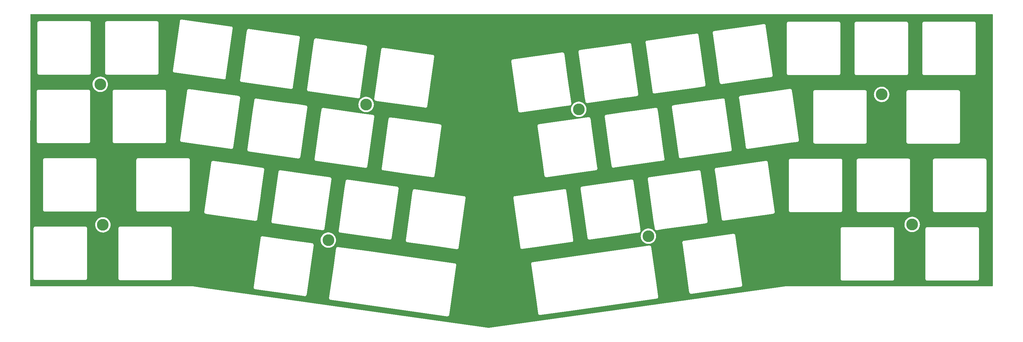
<source format=gbr>
%TF.GenerationSoftware,KiCad,Pcbnew,(5.99.0-9519-ga70106a3bd)*%
%TF.CreationDate,2021-03-14T20:33:52-05:00*%
%TF.ProjectId,Plate,506c6174-652e-46b6-9963-61645f706362,rev?*%
%TF.SameCoordinates,Original*%
%TF.FileFunction,Copper,L2,Bot*%
%TF.FilePolarity,Positive*%
%FSLAX46Y46*%
G04 Gerber Fmt 4.6, Leading zero omitted, Abs format (unit mm)*
G04 Created by KiCad (PCBNEW (5.99.0-9519-ga70106a3bd)) date 2021-03-14 20:33:52*
%MOMM*%
%LPD*%
G01*
G04 APERTURE LIST*
%TA.AperFunction,ComponentPad*%
%ADD10C,3.300000*%
%TD*%
G04 APERTURE END LIST*
D10*
%TO.P,H6,1*%
%TO.N,N/C*%
X93640000Y-98260000D03*
%TD*%
%TO.P,H1,1*%
%TO.N,N/C*%
X29560000Y-54490000D03*
%TD*%
%TO.P,H3,1*%
%TO.N,N/C*%
X249120000Y-57330000D03*
%TD*%
%TO.P,H5,1*%
%TO.N,N/C*%
X104260000Y-60150000D03*
%TD*%
%TO.P,H7,1*%
%TO.N,N/C*%
X183580000Y-97160000D03*
%TD*%
%TO.P,H4,1*%
%TO.N,N/C*%
X257680000Y-93860000D03*
%TD*%
%TO.P,H8,1*%
%TO.N,N/C*%
X164000000Y-61520000D03*
%TD*%
%TO.P,H2,1*%
%TO.N,N/C*%
X30300000Y-93960000D03*
%TD*%
%TA.AperFunction,NonConductor*%
G36*
X280270120Y-34761703D02*
G01*
X280316613Y-34815359D01*
X280327999Y-34867701D01*
X280328000Y-111099300D01*
X280307998Y-111167421D01*
X280254342Y-111213914D01*
X280202000Y-111225300D01*
X262560104Y-111225300D01*
X223243267Y-111225301D01*
X222570511Y-111225301D01*
X222559837Y-111224848D01*
X222549275Y-111223950D01*
X222523439Y-111221753D01*
X222518452Y-111221228D01*
X222490740Y-111217751D01*
X222485260Y-111217847D01*
X222472381Y-111217412D01*
X222468761Y-111217104D01*
X222468759Y-111217104D01*
X222463915Y-111216692D01*
X222459063Y-111217030D01*
X222457290Y-111217017D01*
X222450962Y-111217134D01*
X222443495Y-111215815D01*
X222428507Y-111217465D01*
X222419512Y-111218455D01*
X222407920Y-111219193D01*
X222401474Y-111219305D01*
X222379158Y-111219694D01*
X222370587Y-111222363D01*
X222365771Y-111223139D01*
X222363409Y-111223497D01*
X222360564Y-111223900D01*
X222356089Y-111224212D01*
X222351701Y-111225156D01*
X222351693Y-111225157D01*
X222350710Y-111225368D01*
X222338009Y-111227428D01*
X222329560Y-111228358D01*
X222324860Y-111229629D01*
X222304518Y-111235130D01*
X222298167Y-111236672D01*
X222247592Y-111247550D01*
X222238617Y-111249142D01*
X138754067Y-122952557D01*
X138739252Y-122953749D01*
X138695371Y-122954678D01*
X138690566Y-122955531D01*
X138689440Y-122955642D01*
X138665665Y-122955560D01*
X138663868Y-122955240D01*
X138614466Y-122953552D01*
X138601182Y-122952392D01*
X115059685Y-119634059D01*
X79002137Y-114551504D01*
X93870903Y-114551504D01*
X93874987Y-114580749D01*
X93876197Y-114597830D01*
X93876274Y-114627357D01*
X93878815Y-114635962D01*
X93878815Y-114635964D01*
X93883529Y-114651929D01*
X93887475Y-114670181D01*
X93889777Y-114686668D01*
X93889778Y-114686672D01*
X93891019Y-114695557D01*
X93894704Y-114703738D01*
X93894705Y-114703741D01*
X93903143Y-114722472D01*
X93909100Y-114738531D01*
X93917463Y-114766854D01*
X93922319Y-114774403D01*
X93931323Y-114788401D01*
X93940234Y-114804813D01*
X93950757Y-114828175D01*
X93968407Y-114848805D01*
X93969950Y-114850608D01*
X93980176Y-114864353D01*
X93996148Y-114889184D01*
X94002927Y-114895066D01*
X94002930Y-114895070D01*
X94015501Y-114905978D01*
X94028660Y-114919229D01*
X94039478Y-114931873D01*
X94045315Y-114938695D01*
X94052831Y-114943604D01*
X94070029Y-114954837D01*
X94083707Y-114965163D01*
X94106005Y-114984512D01*
X94114161Y-114988255D01*
X94114166Y-114988258D01*
X94129290Y-114995198D01*
X94145643Y-115004224D01*
X94167091Y-115018233D01*
X94175677Y-115020834D01*
X94175678Y-115020834D01*
X94195346Y-115026791D01*
X94211369Y-115032862D01*
X94221682Y-115037594D01*
X94238202Y-115045175D01*
X94270687Y-115049943D01*
X94273464Y-115050452D01*
X94275431Y-115051048D01*
X94280250Y-115051725D01*
X94280253Y-115051726D01*
X94340865Y-115060245D01*
X94341624Y-115060355D01*
X94379703Y-115065944D01*
X94379709Y-115065944D01*
X94382111Y-115066297D01*
X94382964Y-115066178D01*
X94383188Y-115066194D01*
X127068733Y-119660212D01*
X127069271Y-119660289D01*
X127110189Y-119666297D01*
X127139442Y-119662213D01*
X127156518Y-119661004D01*
X127186050Y-119660927D01*
X127210615Y-119653674D01*
X127228873Y-119649727D01*
X127245357Y-119647426D01*
X127245359Y-119647425D01*
X127254244Y-119646185D01*
X127281176Y-119634054D01*
X127297226Y-119628102D01*
X127325547Y-119619740D01*
X127347086Y-119605886D01*
X127363500Y-119596975D01*
X127378678Y-119590138D01*
X127378680Y-119590136D01*
X127386863Y-119586451D01*
X127393680Y-119580619D01*
X127393683Y-119580617D01*
X127409302Y-119567255D01*
X127423050Y-119557027D01*
X127440325Y-119545916D01*
X127440329Y-119545912D01*
X127447878Y-119541057D01*
X127464671Y-119521706D01*
X127477917Y-119508552D01*
X127497385Y-119491896D01*
X127502294Y-119484381D01*
X127502297Y-119484377D01*
X127513526Y-119467185D01*
X127523852Y-119453507D01*
X127537326Y-119437981D01*
X127537331Y-119437974D01*
X127543208Y-119431201D01*
X127546949Y-119423049D01*
X127546951Y-119423046D01*
X127553895Y-119407913D01*
X127562917Y-119391570D01*
X127576927Y-119370121D01*
X127585488Y-119341862D01*
X127591556Y-119325846D01*
X127600131Y-119307161D01*
X127600132Y-119307156D01*
X127603873Y-119299005D01*
X127605996Y-119284543D01*
X127608639Y-119266537D01*
X127609152Y-119263740D01*
X127609745Y-119261783D01*
X127618919Y-119196525D01*
X127619024Y-119195793D01*
X127624646Y-119157498D01*
X127624646Y-119157492D01*
X127624998Y-119155097D01*
X127624879Y-119154246D01*
X127624896Y-119154012D01*
X129567941Y-105332370D01*
X129568050Y-105331613D01*
X129572693Y-105299977D01*
X129573997Y-105291095D01*
X129569916Y-105261865D01*
X129568706Y-105244777D01*
X129568652Y-105224242D01*
X129568629Y-105215265D01*
X129561370Y-105190676D01*
X129557427Y-105172434D01*
X129555123Y-105155932D01*
X129555122Y-105155930D01*
X129553881Y-105147041D01*
X129550194Y-105138855D01*
X129541760Y-105120132D01*
X129535799Y-105104061D01*
X129529987Y-105084375D01*
X129527446Y-105075766D01*
X129513583Y-105054212D01*
X129504673Y-105037801D01*
X129497830Y-105022610D01*
X129494143Y-105014424D01*
X129474952Y-104991993D01*
X129464727Y-104978249D01*
X129453623Y-104960984D01*
X129453622Y-104960983D01*
X129448766Y-104953433D01*
X129441988Y-104947551D01*
X129441983Y-104947545D01*
X129429402Y-104936627D01*
X129416252Y-104923385D01*
X129415776Y-104922829D01*
X150637020Y-104922829D01*
X150640340Y-104947545D01*
X150641388Y-104955344D01*
X150641666Y-104958171D01*
X150641635Y-104960220D01*
X150642312Y-104965036D01*
X150650829Y-105025654D01*
X150650932Y-105026408D01*
X150656383Y-105066985D01*
X150656731Y-105067768D01*
X150656778Y-105067987D01*
X152061569Y-115065944D01*
X152598817Y-118889563D01*
X152598911Y-118890240D01*
X152604383Y-118930985D01*
X152608029Y-118939193D01*
X152616358Y-118957943D01*
X152622235Y-118974047D01*
X152627945Y-118993767D01*
X152627947Y-118993771D01*
X152630443Y-119002392D01*
X152635260Y-119009968D01*
X152644200Y-119024029D01*
X152653018Y-119040474D01*
X152663430Y-119063913D01*
X152669228Y-119070762D01*
X152669230Y-119070765D01*
X152682494Y-119086432D01*
X152692655Y-119100240D01*
X152708483Y-119125134D01*
X152715235Y-119131056D01*
X152715237Y-119131058D01*
X152727755Y-119142037D01*
X152740842Y-119155355D01*
X152751607Y-119168072D01*
X152751613Y-119168077D01*
X152757410Y-119174925D01*
X152764899Y-119179872D01*
X152764901Y-119179874D01*
X152782025Y-119191186D01*
X152795655Y-119201588D01*
X152817835Y-119221041D01*
X152825973Y-119224827D01*
X152825977Y-119224830D01*
X152841083Y-119231858D01*
X152857376Y-119240964D01*
X152878770Y-119255097D01*
X152887345Y-119257743D01*
X152887351Y-119257746D01*
X152906956Y-119263795D01*
X152922955Y-119269952D01*
X152949711Y-119282401D01*
X152975069Y-119286259D01*
X152993250Y-119290423D01*
X153017755Y-119297985D01*
X153032537Y-119298204D01*
X153047260Y-119298423D01*
X153064334Y-119299841D01*
X153093507Y-119304280D01*
X153126044Y-119299911D01*
X153128879Y-119299632D01*
X153130942Y-119299663D01*
X153196182Y-119290493D01*
X153196259Y-119290483D01*
X153237664Y-119284923D01*
X153238467Y-119284567D01*
X153238699Y-119284518D01*
X160830043Y-118217536D01*
X185923988Y-114690520D01*
X185924707Y-114690422D01*
X185931950Y-114689450D01*
X185956766Y-114686118D01*
X185956768Y-114686118D01*
X185965664Y-114684923D01*
X185992660Y-114672933D01*
X186008745Y-114667062D01*
X186037113Y-114658847D01*
X186058721Y-114645107D01*
X186075183Y-114636281D01*
X186090391Y-114629527D01*
X186090394Y-114629525D01*
X186098594Y-114625883D01*
X186121135Y-114606802D01*
X186134934Y-114596647D01*
X186152275Y-114585620D01*
X186152276Y-114585619D01*
X186159852Y-114580802D01*
X186176738Y-114561547D01*
X186190055Y-114548461D01*
X186202760Y-114537706D01*
X186202761Y-114537704D01*
X186209610Y-114531907D01*
X186225886Y-114507272D01*
X186236279Y-114493654D01*
X186249834Y-114478196D01*
X186249835Y-114478194D01*
X186255753Y-114471446D01*
X186266558Y-114448222D01*
X186275669Y-114431920D01*
X186284842Y-114418035D01*
X186289787Y-114410550D01*
X186298495Y-114382336D01*
X186304646Y-114366354D01*
X186317107Y-114339568D01*
X186320959Y-114314245D01*
X186325130Y-114296035D01*
X186330035Y-114280143D01*
X186330035Y-114280140D01*
X186332681Y-114271568D01*
X186333120Y-114242044D01*
X186334539Y-114224970D01*
X186337631Y-114204643D01*
X186338981Y-114195771D01*
X186334612Y-114163246D01*
X186334334Y-114160420D01*
X186334365Y-114158381D01*
X186333033Y-114148905D01*
X186325175Y-114092972D01*
X186325071Y-114092217D01*
X186324106Y-114085032D01*
X186319617Y-114051615D01*
X186319268Y-114050831D01*
X186319222Y-114050610D01*
X186312958Y-114006025D01*
X185698104Y-109630082D01*
X184377177Y-100228985D01*
X184377073Y-100228229D01*
X184373215Y-100199512D01*
X184371617Y-100187615D01*
X184359637Y-100160645D01*
X184353761Y-100144543D01*
X184348054Y-100124833D01*
X184345557Y-100116208D01*
X184331797Y-100094567D01*
X184322981Y-100078124D01*
X184312571Y-100054687D01*
X184293499Y-100032158D01*
X184283345Y-100018360D01*
X184267517Y-99993466D01*
X184248243Y-99976562D01*
X184235159Y-99963247D01*
X184218590Y-99943675D01*
X184211101Y-99938728D01*
X184211099Y-99938726D01*
X184193975Y-99927414D01*
X184180341Y-99917009D01*
X184158165Y-99897559D01*
X184134916Y-99886742D01*
X184118622Y-99877635D01*
X184104718Y-99868450D01*
X184097230Y-99863503D01*
X184088654Y-99860857D01*
X184088653Y-99860856D01*
X184069031Y-99854801D01*
X184053045Y-99848649D01*
X184026289Y-99836200D01*
X184017413Y-99834849D01*
X184017411Y-99834849D01*
X184000952Y-99832345D01*
X183982751Y-99828177D01*
X183966822Y-99823261D01*
X183966819Y-99823260D01*
X183958246Y-99820615D01*
X183943995Y-99820404D01*
X183928740Y-99820177D01*
X183911664Y-99818758D01*
X183882493Y-99814320D01*
X183852408Y-99818360D01*
X183849958Y-99818689D01*
X183847121Y-99818968D01*
X183845059Y-99818937D01*
X183807295Y-99824245D01*
X183807294Y-99824245D01*
X183795016Y-99825971D01*
X183779954Y-99828088D01*
X183779268Y-99828181D01*
X183738336Y-99833677D01*
X183737533Y-99834034D01*
X183737305Y-99834082D01*
X173570432Y-101263061D01*
X151052012Y-104428080D01*
X151051293Y-104428178D01*
X151046171Y-104428865D01*
X151019233Y-104432482D01*
X151019230Y-104432483D01*
X151010336Y-104433677D01*
X150983337Y-104445669D01*
X150967262Y-104451536D01*
X150938888Y-104459753D01*
X150931311Y-104464571D01*
X150917279Y-104473493D01*
X150900823Y-104482317D01*
X150877406Y-104492718D01*
X150870560Y-104498513D01*
X150870554Y-104498517D01*
X150854858Y-104511804D01*
X150841063Y-104521956D01*
X150816149Y-104537798D01*
X150810231Y-104544546D01*
X150810230Y-104544547D01*
X150799266Y-104557049D01*
X150785945Y-104570140D01*
X150773238Y-104580896D01*
X150773234Y-104580900D01*
X150766390Y-104586694D01*
X150761443Y-104594182D01*
X150761442Y-104594183D01*
X150750111Y-104611333D01*
X150739723Y-104624946D01*
X150720247Y-104647154D01*
X150716462Y-104655290D01*
X150709441Y-104670381D01*
X150700331Y-104686680D01*
X150686213Y-104708050D01*
X150683566Y-104716628D01*
X150683565Y-104716629D01*
X150677505Y-104736264D01*
X150671354Y-104752246D01*
X150658893Y-104779032D01*
X150656095Y-104797431D01*
X150655042Y-104804351D01*
X150650873Y-104822557D01*
X150643319Y-104847032D01*
X150643067Y-104863985D01*
X150642880Y-104876560D01*
X150641462Y-104893630D01*
X150637020Y-104922829D01*
X129415776Y-104922829D01*
X129399585Y-104903905D01*
X129374876Y-104887766D01*
X129361198Y-104877439D01*
X129345695Y-104863985D01*
X129345692Y-104863983D01*
X129338913Y-104858100D01*
X129315614Y-104847407D01*
X129299270Y-104838384D01*
X129285322Y-104829274D01*
X129277808Y-104824366D01*
X129269219Y-104821765D01*
X129269218Y-104821764D01*
X129249563Y-104815811D01*
X129233540Y-104809740D01*
X129206718Y-104797431D01*
X129174244Y-104792663D01*
X129171439Y-104792149D01*
X129169468Y-104791552D01*
X129164646Y-104790874D01*
X129164645Y-104790874D01*
X129131705Y-104786244D01*
X129131704Y-104786244D01*
X129124448Y-104785224D01*
X129104306Y-104782393D01*
X129103785Y-104782318D01*
X129062811Y-104776303D01*
X129061949Y-104776424D01*
X129061716Y-104776407D01*
X104064487Y-101263061D01*
X96375486Y-100182376D01*
X96374727Y-100182267D01*
X96361903Y-100180385D01*
X96334089Y-100176303D01*
X96304852Y-100180386D01*
X96287771Y-100181596D01*
X96258250Y-100181673D01*
X96249648Y-100184213D01*
X96249640Y-100184214D01*
X96233668Y-100188930D01*
X96215419Y-100192876D01*
X96205222Y-100194300D01*
X96190035Y-100196421D01*
X96181855Y-100200106D01*
X96181851Y-100200107D01*
X96163127Y-100208542D01*
X96147053Y-100214504D01*
X96127360Y-100220318D01*
X96127357Y-100220319D01*
X96118752Y-100222860D01*
X96111207Y-100227713D01*
X96111205Y-100227714D01*
X96097195Y-100236726D01*
X96080788Y-100245634D01*
X96057419Y-100256161D01*
X96050598Y-100261997D01*
X96034999Y-100275343D01*
X96021248Y-100285574D01*
X95996421Y-100301544D01*
X95990077Y-100308855D01*
X95979624Y-100320901D01*
X95966374Y-100334059D01*
X95946900Y-100350721D01*
X95933397Y-100371396D01*
X95930762Y-100375430D01*
X95920435Y-100389109D01*
X95901092Y-100411400D01*
X95890398Y-100434704D01*
X95881381Y-100451038D01*
X95867364Y-100472499D01*
X95864763Y-100481087D01*
X95864761Y-100481091D01*
X95858811Y-100500738D01*
X95852738Y-100516768D01*
X95844169Y-100535440D01*
X95844168Y-100535445D01*
X95840427Y-100543596D01*
X95839124Y-100552474D01*
X95835661Y-100576066D01*
X95835146Y-100578873D01*
X95834551Y-100580839D01*
X95833874Y-100585657D01*
X95829244Y-100618601D01*
X95829244Y-100618602D01*
X95826290Y-100639624D01*
X95825411Y-100645875D01*
X95825303Y-100646630D01*
X95821740Y-100670904D01*
X95819303Y-100687505D01*
X95819423Y-100688366D01*
X95819406Y-100688601D01*
X95173836Y-105282209D01*
X93880844Y-114482602D01*
X93877006Y-114509914D01*
X93876898Y-114510664D01*
X93870903Y-114551504D01*
X79002137Y-114551504D01*
X57697880Y-111548525D01*
X72656903Y-111548525D01*
X72658144Y-111557410D01*
X72658144Y-111557415D01*
X72660985Y-111577751D01*
X72662197Y-111594847D01*
X72662274Y-111624357D01*
X72664817Y-111632969D01*
X72669530Y-111648933D01*
X72673475Y-111667178D01*
X72675781Y-111683686D01*
X72675783Y-111683692D01*
X72677024Y-111692578D01*
X72689150Y-111719495D01*
X72695105Y-111735548D01*
X72703463Y-111763854D01*
X72708317Y-111771400D01*
X72708319Y-111771405D01*
X72717331Y-111785416D01*
X72726237Y-111801819D01*
X72733079Y-111817006D01*
X72733081Y-111817009D01*
X72736768Y-111825193D01*
X72755950Y-111847611D01*
X72766184Y-111861366D01*
X72777290Y-111878632D01*
X72782148Y-111886184D01*
X72788925Y-111892065D01*
X72788927Y-111892067D01*
X72801512Y-111902987D01*
X72814669Y-111916236D01*
X72831331Y-111935709D01*
X72856040Y-111951846D01*
X72869717Y-111962171D01*
X72885229Y-111975632D01*
X72885232Y-111975634D01*
X72892006Y-111981512D01*
X72900158Y-111985253D01*
X72900160Y-111985254D01*
X72915302Y-111992202D01*
X72931650Y-112001226D01*
X72953111Y-112015242D01*
X72961703Y-112017844D01*
X72981349Y-112023794D01*
X72997379Y-112029867D01*
X73016040Y-112038430D01*
X73016045Y-112038431D01*
X73024203Y-112042175D01*
X73033083Y-112043478D01*
X73033089Y-112043480D01*
X73056683Y-112046943D01*
X73059486Y-112047457D01*
X73061451Y-112048052D01*
X73066275Y-112048730D01*
X73066276Y-112048730D01*
X73099215Y-112053358D01*
X73126535Y-112057197D01*
X73127236Y-112057297D01*
X73137304Y-112058775D01*
X73165685Y-112062941D01*
X73165688Y-112062941D01*
X73168112Y-112063297D01*
X73168974Y-112063176D01*
X73169208Y-112063193D01*
X86667790Y-113959876D01*
X86976800Y-114003295D01*
X86990243Y-114005184D01*
X86990955Y-114005286D01*
X87031910Y-114011297D01*
X87040797Y-114010056D01*
X87040798Y-114010056D01*
X87047362Y-114009139D01*
X87061158Y-114007213D01*
X87078243Y-114006002D01*
X87089271Y-114005973D01*
X87098796Y-114005948D01*
X87098797Y-114005948D01*
X87107771Y-114005924D01*
X87116381Y-114003382D01*
X87116385Y-114003381D01*
X87132337Y-113998671D01*
X87150588Y-113994724D01*
X87167078Y-113992421D01*
X87167079Y-113992421D01*
X87175963Y-113991180D01*
X87184144Y-113987494D01*
X87184146Y-113987494D01*
X87202887Y-113979052D01*
X87218954Y-113973092D01*
X87247266Y-113964732D01*
X87254812Y-113959878D01*
X87254816Y-113959876D01*
X87268811Y-113950873D01*
X87285221Y-113941962D01*
X87308580Y-113931440D01*
X87331015Y-113912245D01*
X87344763Y-113902016D01*
X87362042Y-113890901D01*
X87362043Y-113890901D01*
X87369594Y-113886043D01*
X87386381Y-113866696D01*
X87399633Y-113853536D01*
X87412279Y-113842716D01*
X87419099Y-113836881D01*
X87424005Y-113829369D01*
X87424008Y-113829366D01*
X87435244Y-113812162D01*
X87445561Y-113798494D01*
X87464920Y-113776183D01*
X87475602Y-113752903D01*
X87484629Y-113736550D01*
X87493726Y-113722622D01*
X87493728Y-113722617D01*
X87498636Y-113715103D01*
X87507194Y-113686846D01*
X87513266Y-113670820D01*
X87521835Y-113652146D01*
X87521836Y-113652141D01*
X87525579Y-113643985D01*
X87530345Y-113611510D01*
X87530856Y-113608722D01*
X87531449Y-113606763D01*
X87540614Y-113541550D01*
X87540723Y-113540792D01*
X87546346Y-113502477D01*
X87546346Y-113502470D01*
X87546698Y-113500075D01*
X87546579Y-113499224D01*
X87546596Y-113498991D01*
X89489028Y-99677753D01*
X89489138Y-99676992D01*
X89493793Y-99645272D01*
X89495097Y-99636390D01*
X89491013Y-99607148D01*
X89489803Y-99590059D01*
X89489726Y-99560545D01*
X89482469Y-99535966D01*
X89478524Y-99517719D01*
X89476220Y-99501225D01*
X89474979Y-99492336D01*
X89462853Y-99465417D01*
X89456896Y-99449356D01*
X89451079Y-99429655D01*
X89448538Y-99421048D01*
X89434676Y-99399497D01*
X89425764Y-99383083D01*
X89418926Y-99367902D01*
X89418923Y-99367898D01*
X89415239Y-99359719D01*
X89396050Y-99337291D01*
X89385824Y-99323548D01*
X89369853Y-99298718D01*
X89363075Y-99292836D01*
X89363072Y-99292833D01*
X89350497Y-99281921D01*
X89337341Y-99268673D01*
X89326516Y-99256022D01*
X89320680Y-99249201D01*
X89313168Y-99244295D01*
X89313166Y-99244293D01*
X89295971Y-99233063D01*
X89282290Y-99222735D01*
X89266776Y-99209272D01*
X89266774Y-99209271D01*
X89259996Y-99203389D01*
X89244850Y-99196439D01*
X89236705Y-99192701D01*
X89220355Y-99183676D01*
X89206418Y-99174573D01*
X89198902Y-99169664D01*
X89170638Y-99161104D01*
X89154630Y-99155038D01*
X89127799Y-99142726D01*
X89118919Y-99141422D01*
X89118917Y-99141422D01*
X89102907Y-99139072D01*
X89095333Y-99137960D01*
X89092529Y-99137447D01*
X89090562Y-99136851D01*
X89025200Y-99127665D01*
X89024707Y-99127594D01*
X89000547Y-99124048D01*
X88986304Y-99121957D01*
X88986300Y-99121957D01*
X88983890Y-99121603D01*
X88983031Y-99121723D01*
X88982806Y-99121707D01*
X82690139Y-98237344D01*
X91476619Y-98237344D01*
X91493560Y-98531158D01*
X91494387Y-98535372D01*
X91494387Y-98535374D01*
X91500221Y-98565112D01*
X91550219Y-98819955D01*
X91551605Y-98824003D01*
X91635304Y-99068466D01*
X91645549Y-99098390D01*
X91678748Y-99164399D01*
X91765706Y-99337294D01*
X91777785Y-99361311D01*
X91867836Y-99492336D01*
X91934999Y-99590059D01*
X91944479Y-99603853D01*
X91947360Y-99607019D01*
X92137218Y-99815670D01*
X92142548Y-99821528D01*
X92158480Y-99834849D01*
X92365035Y-100007556D01*
X92365040Y-100007560D01*
X92368327Y-100010308D01*
X92430627Y-100049389D01*
X92613996Y-100164417D01*
X92614000Y-100164419D01*
X92617636Y-100166700D01*
X92718121Y-100212071D01*
X92881952Y-100286044D01*
X92881956Y-100286046D01*
X92885864Y-100287810D01*
X92953877Y-100307956D01*
X93163934Y-100370178D01*
X93163938Y-100370179D01*
X93168047Y-100371396D01*
X93172281Y-100372044D01*
X93172286Y-100372045D01*
X93454721Y-100415263D01*
X93454723Y-100415263D01*
X93458963Y-100415912D01*
X93608764Y-100418265D01*
X93748938Y-100420468D01*
X93748944Y-100420468D01*
X93753229Y-100420535D01*
X94045399Y-100385178D01*
X94330068Y-100310497D01*
X94334028Y-100308857D01*
X94334033Y-100308855D01*
X94526855Y-100228985D01*
X94601968Y-100197872D01*
X94617271Y-100188930D01*
X94693230Y-100144543D01*
X94856067Y-100049389D01*
X95087664Y-99867794D01*
X95091823Y-99863503D01*
X95271827Y-99677753D01*
X95292473Y-99656448D01*
X95466703Y-99419261D01*
X95607132Y-99160623D01*
X95711161Y-98885320D01*
X95730889Y-98799184D01*
X95775907Y-98602626D01*
X95775908Y-98602621D01*
X95776864Y-98598446D01*
X95800982Y-98328215D01*
X115387003Y-98328215D01*
X115388244Y-98337101D01*
X115388244Y-98337102D01*
X115391087Y-98357454D01*
X115392298Y-98374546D01*
X115392376Y-98404070D01*
X115394918Y-98412677D01*
X115394918Y-98412679D01*
X115399630Y-98428636D01*
X115403578Y-98446891D01*
X115404773Y-98455445D01*
X115407122Y-98472268D01*
X115410811Y-98480457D01*
X115419248Y-98499187D01*
X115425208Y-98515254D01*
X115428638Y-98526868D01*
X115433569Y-98543566D01*
X115438425Y-98551115D01*
X115438426Y-98551117D01*
X115447428Y-98565112D01*
X115456339Y-98581523D01*
X115463175Y-98596698D01*
X115466863Y-98604884D01*
X115472699Y-98611704D01*
X115472699Y-98611705D01*
X115486054Y-98627314D01*
X115496283Y-98641062D01*
X115507398Y-98658341D01*
X115507400Y-98658343D01*
X115512257Y-98665894D01*
X115531613Y-98682690D01*
X115544766Y-98695934D01*
X115561423Y-98715402D01*
X115568935Y-98720308D01*
X115568936Y-98720309D01*
X115586140Y-98731545D01*
X115599818Y-98741871D01*
X115615332Y-98755332D01*
X115622117Y-98761219D01*
X115630278Y-98764964D01*
X115630280Y-98764965D01*
X115645400Y-98771903D01*
X115661751Y-98780929D01*
X115675683Y-98790028D01*
X115675687Y-98790030D01*
X115683202Y-98794938D01*
X115711457Y-98803495D01*
X115727480Y-98809566D01*
X115746155Y-98818135D01*
X115746157Y-98818136D01*
X115754315Y-98821879D01*
X115763193Y-98823182D01*
X115763194Y-98823182D01*
X115776094Y-98825075D01*
X115786785Y-98826644D01*
X115789582Y-98827156D01*
X115791542Y-98827750D01*
X115819314Y-98831653D01*
X115856854Y-98836929D01*
X115857609Y-98837038D01*
X115891116Y-98841954D01*
X115898225Y-98842997D01*
X115899076Y-98842878D01*
X115899309Y-98842895D01*
X124044610Y-99987549D01*
X129693306Y-100781357D01*
X129693309Y-100781357D01*
X129720739Y-100785212D01*
X129721471Y-100785317D01*
X129744840Y-100788746D01*
X129762224Y-100791297D01*
X129771109Y-100790056D01*
X129771114Y-100790056D01*
X129791450Y-100787215D01*
X129808546Y-100786003D01*
X129838060Y-100785926D01*
X129862641Y-100778668D01*
X129880888Y-100774722D01*
X129906277Y-100771176D01*
X129914460Y-100767489D01*
X129914462Y-100767489D01*
X129933187Y-100759054D01*
X129949255Y-100753094D01*
X129968944Y-100747280D01*
X129968950Y-100747277D01*
X129977556Y-100744736D01*
X129985101Y-100739883D01*
X129985105Y-100739881D01*
X129999113Y-100730870D01*
X130015518Y-100721962D01*
X130038892Y-100711432D01*
X130061313Y-100692248D01*
X130075064Y-100682016D01*
X130075358Y-100681827D01*
X130099886Y-100666050D01*
X130105766Y-100659273D01*
X130105769Y-100659271D01*
X130116686Y-100646689D01*
X130129936Y-100633531D01*
X130142585Y-100622708D01*
X130149408Y-100616870D01*
X130154319Y-100609351D01*
X130165547Y-100592160D01*
X130175872Y-100578483D01*
X130189326Y-100562977D01*
X130189327Y-100562975D01*
X130195213Y-100556192D01*
X130205901Y-100532901D01*
X130214925Y-100516552D01*
X130224034Y-100502605D01*
X130228942Y-100495090D01*
X130237498Y-100466839D01*
X130243567Y-100450819D01*
X130252132Y-100432154D01*
X130252133Y-100432151D01*
X130255876Y-100423994D01*
X130257179Y-100415116D01*
X130257181Y-100415109D01*
X130260644Y-100391514D01*
X130261157Y-100388714D01*
X130261752Y-100386749D01*
X130266814Y-100350721D01*
X130270900Y-100321645D01*
X130271009Y-100320881D01*
X130276191Y-100285574D01*
X130276997Y-100280085D01*
X130276877Y-100279224D01*
X130276894Y-100278989D01*
X130519941Y-98549246D01*
X132218910Y-86457871D01*
X132218969Y-86457457D01*
X132224997Y-86416389D01*
X132220913Y-86387143D01*
X132220415Y-86380121D01*
X145627020Y-86380121D01*
X145628214Y-86389011D01*
X145628214Y-86389015D01*
X145631388Y-86412645D01*
X145631666Y-86415472D01*
X145631635Y-86417521D01*
X145637328Y-86458037D01*
X145640810Y-86482815D01*
X145640906Y-86483511D01*
X145646381Y-86524278D01*
X145646729Y-86525062D01*
X145646777Y-86525290D01*
X146258235Y-90876963D01*
X147586205Y-100327974D01*
X147588786Y-100346342D01*
X147588891Y-100347103D01*
X147592241Y-100372045D01*
X147594380Y-100387974D01*
X147598024Y-100396178D01*
X147606362Y-100414952D01*
X147612238Y-100431054D01*
X147620444Y-100459393D01*
X147625260Y-100466967D01*
X147625261Y-100466970D01*
X147634196Y-100481022D01*
X147643015Y-100497469D01*
X147653423Y-100520903D01*
X147672495Y-100543432D01*
X147682648Y-100557230D01*
X147698484Y-100582136D01*
X147717758Y-100599040D01*
X147730842Y-100612356D01*
X147741600Y-100625065D01*
X147741606Y-100625070D01*
X147747402Y-100631917D01*
X147769182Y-100646306D01*
X147772020Y-100648181D01*
X147785646Y-100658580D01*
X147801087Y-100672123D01*
X147801091Y-100672126D01*
X147807837Y-100678042D01*
X147831090Y-100688862D01*
X147847372Y-100697963D01*
X147868760Y-100712092D01*
X147877337Y-100714739D01*
X147877341Y-100714741D01*
X147896959Y-100720795D01*
X147912947Y-100726948D01*
X147939712Y-100739401D01*
X147964084Y-100743109D01*
X147965049Y-100743256D01*
X147983250Y-100747425D01*
X147999159Y-100752335D01*
X147999167Y-100752336D01*
X148007743Y-100754983D01*
X148037252Y-100755421D01*
X148054321Y-100756840D01*
X148083508Y-100761281D01*
X148092406Y-100760086D01*
X148092407Y-100760086D01*
X148116046Y-100756912D01*
X148118881Y-100756633D01*
X148120930Y-100756664D01*
X148158693Y-100751357D01*
X148158696Y-100751357D01*
X148176868Y-100748803D01*
X148186043Y-100747514D01*
X148186724Y-100747420D01*
X148207245Y-100744665D01*
X148225231Y-100742250D01*
X148225233Y-100742250D01*
X148227665Y-100741923D01*
X148228462Y-100741569D01*
X148228695Y-100741520D01*
X149320771Y-100588051D01*
X151216502Y-100321645D01*
X162022694Y-98803057D01*
X162022696Y-98803056D01*
X162049900Y-98799233D01*
X162050596Y-98799138D01*
X162062502Y-98797539D01*
X162082768Y-98794818D01*
X162082770Y-98794817D01*
X162091665Y-98793623D01*
X162099868Y-98789980D01*
X162099870Y-98789979D01*
X162118658Y-98781634D01*
X162134751Y-98775761D01*
X162163101Y-98767552D01*
X162184725Y-98753802D01*
X162201164Y-98744989D01*
X162224595Y-98734582D01*
X162247134Y-98715503D01*
X162260934Y-98705348D01*
X162278267Y-98694327D01*
X162278269Y-98694325D01*
X162285842Y-98689510D01*
X162302735Y-98670248D01*
X162316051Y-98657164D01*
X162335611Y-98640606D01*
X162340560Y-98633115D01*
X162340562Y-98633113D01*
X162351891Y-98615966D01*
X162362286Y-98602346D01*
X162375825Y-98586907D01*
X162381746Y-98580156D01*
X162392556Y-98556923D01*
X162401659Y-98540635D01*
X162415788Y-98519249D01*
X162418435Y-98510671D01*
X162418437Y-98510668D01*
X162424496Y-98491035D01*
X162430647Y-98475051D01*
X162443103Y-98448279D01*
X162446956Y-98422952D01*
X162451125Y-98404751D01*
X162456035Y-98388842D01*
X162456035Y-98388840D01*
X162458681Y-98380267D01*
X162459120Y-98350745D01*
X162460540Y-98333670D01*
X162463630Y-98313358D01*
X162463630Y-98313355D01*
X162464980Y-98304482D01*
X162462668Y-98287263D01*
X162460612Y-98271961D01*
X162460334Y-98269132D01*
X162460365Y-98267080D01*
X162451161Y-98201570D01*
X162451085Y-98201023D01*
X162445941Y-98162723D01*
X162445941Y-98162722D01*
X162445619Y-98160326D01*
X162445270Y-98159542D01*
X162445222Y-98159314D01*
X162439321Y-98117315D01*
X162237768Y-96682876D01*
X160503181Y-84337927D01*
X160503093Y-84337293D01*
X160497617Y-84296522D01*
X160493975Y-84288324D01*
X160493974Y-84288319D01*
X160485639Y-84269556D01*
X160479764Y-84253460D01*
X160471555Y-84225107D01*
X160457801Y-84203475D01*
X160448980Y-84187025D01*
X160438573Y-84163594D01*
X160432776Y-84156746D01*
X160432774Y-84156743D01*
X160419510Y-84141076D01*
X160409347Y-84127266D01*
X160398332Y-84109941D01*
X160393515Y-84102365D01*
X160374240Y-84085460D01*
X160361163Y-84072153D01*
X160344594Y-84052581D01*
X160337108Y-84047635D01*
X160337105Y-84047633D01*
X160319977Y-84036318D01*
X160306346Y-84025915D01*
X160284163Y-84006459D01*
X160276025Y-84002673D01*
X160276021Y-84002670D01*
X160260917Y-83995643D01*
X160244624Y-83986537D01*
X160223235Y-83972407D01*
X160195046Y-83963708D01*
X160179046Y-83957550D01*
X160178477Y-83957285D01*
X160152287Y-83945099D01*
X160126943Y-83941243D01*
X160108744Y-83937075D01*
X160092828Y-83932163D01*
X160092825Y-83932162D01*
X160084252Y-83929517D01*
X160054749Y-83929079D01*
X160037671Y-83927659D01*
X160017367Y-83924570D01*
X160017364Y-83924570D01*
X160008491Y-83923220D01*
X159999600Y-83924414D01*
X159999597Y-83924414D01*
X159975972Y-83927587D01*
X159973123Y-83927867D01*
X159971065Y-83927836D01*
X159966249Y-83928513D01*
X159966246Y-83928513D01*
X159905899Y-83936994D01*
X159905139Y-83937098D01*
X159864334Y-83942578D01*
X159863539Y-83942931D01*
X159863307Y-83942980D01*
X146041900Y-85885394D01*
X146041140Y-85885498D01*
X146000335Y-85890978D01*
X145992129Y-85894623D01*
X145992128Y-85894623D01*
X145973353Y-85902962D01*
X145957254Y-85908837D01*
X145937516Y-85914552D01*
X145937512Y-85914554D01*
X145928895Y-85917049D01*
X145914088Y-85926464D01*
X145907279Y-85930793D01*
X145890823Y-85939617D01*
X145867405Y-85950018D01*
X145851913Y-85963132D01*
X145844872Y-85969092D01*
X145831074Y-85979246D01*
X145813728Y-85990276D01*
X145813724Y-85990279D01*
X145806155Y-85995092D01*
X145800242Y-86001835D01*
X145800239Y-86001837D01*
X145789259Y-86014357D01*
X145775939Y-86027445D01*
X145765809Y-86036021D01*
X145756389Y-86043995D01*
X145751440Y-86051486D01*
X145751438Y-86051488D01*
X145740113Y-86068629D01*
X145729718Y-86082249D01*
X145710251Y-86104447D01*
X145706463Y-86112590D01*
X145699445Y-86127674D01*
X145690333Y-86143978D01*
X145676212Y-86165351D01*
X145667528Y-86193487D01*
X145667505Y-86193563D01*
X145661352Y-86209550D01*
X145661310Y-86209641D01*
X145648896Y-86236325D01*
X145647546Y-86245200D01*
X145645043Y-86261653D01*
X145640875Y-86279853D01*
X145633319Y-86304334D01*
X145632909Y-86331918D01*
X145632880Y-86333855D01*
X145631462Y-86350924D01*
X145627020Y-86380121D01*
X132220415Y-86380121D01*
X132219702Y-86370053D01*
X132219648Y-86349505D01*
X132219648Y-86349504D01*
X132219624Y-86340530D01*
X132217081Y-86331918D01*
X132212370Y-86315962D01*
X132208423Y-86297710D01*
X132208139Y-86295679D01*
X132204879Y-86272335D01*
X132192753Y-86245415D01*
X132186794Y-86229350D01*
X132180974Y-86209641D01*
X132180973Y-86209639D01*
X132178432Y-86201034D01*
X132173580Y-86193491D01*
X132173578Y-86193487D01*
X132164571Y-86179485D01*
X132155661Y-86163076D01*
X132148826Y-86147903D01*
X132148825Y-86147901D01*
X132145139Y-86139719D01*
X132125947Y-86117288D01*
X132115717Y-86103538D01*
X132104605Y-86086262D01*
X132104599Y-86086255D01*
X132099743Y-86078706D01*
X132088130Y-86068629D01*
X132080394Y-86061917D01*
X132067235Y-86048666D01*
X132056415Y-86036021D01*
X132050579Y-86029200D01*
X132043068Y-86024294D01*
X132043063Y-86024290D01*
X132025862Y-86013056D01*
X132012187Y-86002733D01*
X131996666Y-85989265D01*
X131996663Y-85989263D01*
X131989884Y-85983381D01*
X131966598Y-85972696D01*
X131950242Y-85963668D01*
X131936320Y-85954575D01*
X131928801Y-85949664D01*
X131900551Y-85941108D01*
X131884533Y-85935039D01*
X131865844Y-85926464D01*
X131865839Y-85926463D01*
X131857685Y-85922721D01*
X131848806Y-85921418D01*
X131848803Y-85921417D01*
X131825204Y-85917953D01*
X131822410Y-85917441D01*
X131820461Y-85916851D01*
X131815656Y-85916176D01*
X131815653Y-85916175D01*
X131755272Y-85907689D01*
X131754516Y-85907580D01*
X131723044Y-85902962D01*
X131713776Y-85901602D01*
X131712922Y-85901722D01*
X131712688Y-85901705D01*
X117918698Y-83963144D01*
X117904267Y-83961116D01*
X117891287Y-83959292D01*
X117890566Y-83959188D01*
X117858658Y-83954505D01*
X117858653Y-83954505D01*
X117849775Y-83953202D01*
X117840890Y-83954443D01*
X117840884Y-83954443D01*
X117820541Y-83957285D01*
X117803444Y-83958497D01*
X117773943Y-83958574D01*
X117749365Y-83965831D01*
X117731118Y-83969777D01*
X117705722Y-83973324D01*
X117678805Y-83985450D01*
X117662752Y-83991405D01*
X117634446Y-83999763D01*
X117626900Y-84004617D01*
X117626895Y-84004619D01*
X117612884Y-84013631D01*
X117596481Y-84022537D01*
X117581294Y-84029379D01*
X117581291Y-84029381D01*
X117573107Y-84033068D01*
X117556230Y-84047509D01*
X117550686Y-84052252D01*
X117536935Y-84062483D01*
X117521909Y-84072149D01*
X117512116Y-84078448D01*
X117506233Y-84085228D01*
X117495315Y-84097809D01*
X117482073Y-84110960D01*
X117462591Y-84127630D01*
X117457682Y-84135146D01*
X117457678Y-84135151D01*
X117446450Y-84152343D01*
X117436122Y-84166024D01*
X117416788Y-84188305D01*
X117413046Y-84196459D01*
X117413045Y-84196461D01*
X117406098Y-84211601D01*
X117397074Y-84227949D01*
X117383058Y-84249410D01*
X117380456Y-84258002D01*
X117374506Y-84277648D01*
X117368433Y-84293678D01*
X117359869Y-84312340D01*
X117359867Y-84312348D01*
X117356125Y-84320502D01*
X117353549Y-84338052D01*
X117351359Y-84352973D01*
X117350845Y-84355780D01*
X117350248Y-84357751D01*
X117349571Y-84362567D01*
X117349570Y-84362573D01*
X117341105Y-84422820D01*
X117340995Y-84423585D01*
X117335003Y-84464411D01*
X117335124Y-84465274D01*
X117335107Y-84465507D01*
X115396942Y-98259315D01*
X115395166Y-98271961D01*
X115393123Y-98286499D01*
X115393030Y-98287152D01*
X115387003Y-98328215D01*
X95800982Y-98328215D01*
X95803026Y-98305309D01*
X95803500Y-98260000D01*
X95802247Y-98241624D01*
X95783775Y-97970656D01*
X95783774Y-97970650D01*
X95783483Y-97966379D01*
X95780600Y-97952455D01*
X95732451Y-97719955D01*
X95723802Y-97678192D01*
X95625562Y-97400771D01*
X95510838Y-97178497D01*
X95492546Y-97143056D01*
X95492546Y-97143055D01*
X95490581Y-97139249D01*
X95486241Y-97133073D01*
X95323822Y-96901975D01*
X95323821Y-96901974D01*
X95321355Y-96898465D01*
X95121018Y-96682876D01*
X95108178Y-96672366D01*
X94931247Y-96527551D01*
X94893275Y-96496471D01*
X94642341Y-96342699D01*
X94638405Y-96340971D01*
X94376787Y-96226128D01*
X94376783Y-96226127D01*
X94372859Y-96224404D01*
X94089817Y-96143778D01*
X94085575Y-96143174D01*
X94085569Y-96143173D01*
X93802702Y-96102915D01*
X93798451Y-96102310D01*
X93643314Y-96101498D01*
X93508439Y-96100791D01*
X93508433Y-96100791D01*
X93504153Y-96100769D01*
X93499909Y-96101328D01*
X93499905Y-96101328D01*
X93394059Y-96115263D01*
X93212368Y-96139183D01*
X93208228Y-96140316D01*
X93208226Y-96140316D01*
X93191269Y-96144955D01*
X92928497Y-96216842D01*
X92657792Y-96332307D01*
X92505416Y-96423503D01*
X92408943Y-96481240D01*
X92408939Y-96481243D01*
X92405261Y-96483444D01*
X92175579Y-96667454D01*
X92105030Y-96741797D01*
X91982748Y-96870656D01*
X91972995Y-96880933D01*
X91801257Y-97119931D01*
X91799248Y-97123726D01*
X91799247Y-97123727D01*
X91778726Y-97162485D01*
X91663544Y-97380025D01*
X91562405Y-97656403D01*
X91499709Y-97943949D01*
X91499373Y-97948219D01*
X91485847Y-98120094D01*
X91476619Y-98237344D01*
X82690139Y-98237344D01*
X77402113Y-97494172D01*
X75161324Y-97179255D01*
X75160975Y-97179204D01*
X75120088Y-97173203D01*
X75090846Y-97177287D01*
X75073764Y-97178497D01*
X75044244Y-97178574D01*
X75019665Y-97185831D01*
X75001419Y-97189776D01*
X74976035Y-97193321D01*
X74967854Y-97197007D01*
X74967852Y-97197007D01*
X74949121Y-97205445D01*
X74933053Y-97211404D01*
X74904747Y-97219762D01*
X74897200Y-97224617D01*
X74897199Y-97224617D01*
X74883192Y-97233627D01*
X74866780Y-97242538D01*
X74843418Y-97253062D01*
X74836597Y-97258898D01*
X74820994Y-97272248D01*
X74807248Y-97282475D01*
X74782417Y-97298447D01*
X74776537Y-97305224D01*
X74776534Y-97305226D01*
X74765622Y-97317802D01*
X74752366Y-97330966D01*
X74732900Y-97347621D01*
X74727991Y-97355137D01*
X74716758Y-97372335D01*
X74706433Y-97386011D01*
X74692975Y-97401521D01*
X74692973Y-97401524D01*
X74687089Y-97408305D01*
X74683344Y-97416466D01*
X74676401Y-97431595D01*
X74667380Y-97447937D01*
X74653363Y-97469399D01*
X74650762Y-97477988D01*
X74650759Y-97477994D01*
X74644807Y-97497647D01*
X74638735Y-97513674D01*
X74630168Y-97532342D01*
X74630166Y-97532349D01*
X74626425Y-97540501D01*
X74625122Y-97549379D01*
X74621658Y-97572982D01*
X74621146Y-97575777D01*
X74620551Y-97577739D01*
X74619873Y-97582561D01*
X74619872Y-97582567D01*
X74615244Y-97615500D01*
X74615243Y-97615503D01*
X74611412Y-97642766D01*
X74611302Y-97643530D01*
X74605657Y-97681992D01*
X74605656Y-97682004D01*
X74605303Y-97684410D01*
X74605423Y-97685266D01*
X74605406Y-97685497D01*
X72925412Y-109639720D01*
X72666843Y-111479603D01*
X72666843Y-111479610D01*
X72662984Y-111507068D01*
X72662875Y-111507825D01*
X72658206Y-111539644D01*
X72656903Y-111548525D01*
X57697880Y-111548525D01*
X55565510Y-111247953D01*
X55555047Y-111246024D01*
X55518931Y-111237777D01*
X55514101Y-111236573D01*
X55491279Y-111230404D01*
X55491273Y-111230403D01*
X55486942Y-111229232D01*
X55482405Y-111228677D01*
X55481642Y-111228583D01*
X55468917Y-111226357D01*
X55465509Y-111225579D01*
X55465504Y-111225578D01*
X55460764Y-111224496D01*
X55455905Y-111224155D01*
X55454520Y-111223950D01*
X55447813Y-111223132D01*
X55440676Y-111220807D01*
X55431704Y-111220534D01*
X55419840Y-111220173D01*
X55416383Y-111220068D01*
X55404910Y-111219193D01*
X55385080Y-111216766D01*
X55385077Y-111216766D01*
X55376169Y-111215676D01*
X55367311Y-111217130D01*
X55363791Y-111217202D01*
X55361358Y-111217228D01*
X55357213Y-111217233D01*
X55352752Y-111216920D01*
X55348287Y-111217243D01*
X55348274Y-111217243D01*
X55347387Y-111217307D01*
X55334485Y-111217577D01*
X55330978Y-111217471D01*
X55330977Y-111217471D01*
X55326107Y-111217323D01*
X55321281Y-111217925D01*
X55321274Y-111217925D01*
X55300205Y-111220552D01*
X55293711Y-111221191D01*
X55241485Y-111224970D01*
X55232392Y-111225299D01*
X54895315Y-111225299D01*
X19945624Y-111225300D01*
X10006867Y-111225300D01*
X9938746Y-111205298D01*
X9892253Y-111151642D01*
X9880867Y-111099252D01*
X9886991Y-95051922D01*
X10817746Y-95051922D01*
X10817984Y-95052754D01*
X10818000Y-95052992D01*
X10818000Y-109009922D01*
X10817998Y-109010692D01*
X10817746Y-109051922D01*
X10820212Y-109060550D01*
X10820212Y-109060551D01*
X10825859Y-109080313D01*
X10829436Y-109097070D01*
X10832301Y-109117070D01*
X10833620Y-109126282D01*
X10837335Y-109134452D01*
X10837336Y-109134456D01*
X10844224Y-109149605D01*
X10850673Y-109167133D01*
X10855248Y-109183142D01*
X10855251Y-109183149D01*
X10857716Y-109191774D01*
X10873472Y-109216745D01*
X10881605Y-109231819D01*
X10893822Y-109258689D01*
X10906510Y-109273414D01*
X10910550Y-109278103D01*
X10921654Y-109293110D01*
X10935331Y-109314786D01*
X10956116Y-109333142D01*
X10957453Y-109334323D01*
X10969500Y-109346519D01*
X10982905Y-109362077D01*
X10982909Y-109362080D01*
X10988766Y-109368878D01*
X10996295Y-109373758D01*
X10996296Y-109373759D01*
X11010271Y-109382817D01*
X11025145Y-109394107D01*
X11044351Y-109411069D01*
X11071077Y-109423617D01*
X11086048Y-109431933D01*
X11110821Y-109447990D01*
X11119425Y-109450563D01*
X11119427Y-109450564D01*
X11135377Y-109455334D01*
X11152822Y-109461996D01*
X11167887Y-109469069D01*
X11167889Y-109469069D01*
X11176013Y-109472884D01*
X11184877Y-109474264D01*
X11184886Y-109474267D01*
X11205180Y-109477427D01*
X11221891Y-109481208D01*
X11241572Y-109487093D01*
X11241575Y-109487093D01*
X11250174Y-109489665D01*
X11259146Y-109489720D01*
X11259147Y-109489720D01*
X11282998Y-109489866D01*
X11285838Y-109489984D01*
X11287865Y-109490300D01*
X11353622Y-109490300D01*
X11354392Y-109490302D01*
X11395622Y-109490554D01*
X11396454Y-109490316D01*
X11396692Y-109490300D01*
X25353622Y-109490300D01*
X25354392Y-109490302D01*
X25395622Y-109490554D01*
X25404251Y-109488088D01*
X25424013Y-109482441D01*
X25440770Y-109478864D01*
X25461097Y-109475953D01*
X25461100Y-109475952D01*
X25469982Y-109474680D01*
X25478152Y-109470965D01*
X25478156Y-109470964D01*
X25493305Y-109464076D01*
X25510833Y-109457627D01*
X25526842Y-109453052D01*
X25526849Y-109453049D01*
X25535474Y-109450584D01*
X25560445Y-109434828D01*
X25575519Y-109426695D01*
X25602389Y-109414478D01*
X25621803Y-109397750D01*
X25636810Y-109386646D01*
X25658486Y-109372969D01*
X25678026Y-109350844D01*
X25690219Y-109338800D01*
X25705777Y-109325395D01*
X25705780Y-109325391D01*
X25712578Y-109319534D01*
X25721874Y-109305193D01*
X25726517Y-109298029D01*
X25737807Y-109283155D01*
X25748826Y-109270678D01*
X25754769Y-109263949D01*
X25767317Y-109237223D01*
X25775633Y-109222252D01*
X25791690Y-109197479D01*
X25795734Y-109183956D01*
X25799034Y-109172923D01*
X25805696Y-109155478D01*
X25812769Y-109140413D01*
X25812769Y-109140411D01*
X25816584Y-109132287D01*
X25817964Y-109123423D01*
X25817967Y-109123414D01*
X25821127Y-109103120D01*
X25824908Y-109086409D01*
X25830793Y-109066728D01*
X25830793Y-109066725D01*
X25833365Y-109058126D01*
X25833420Y-109049153D01*
X25833566Y-109025302D01*
X25833684Y-109022462D01*
X25834000Y-109020435D01*
X25834000Y-108954678D01*
X25834002Y-108953908D01*
X25834239Y-108915117D01*
X25834254Y-108912678D01*
X25834016Y-108911846D01*
X25834000Y-108911608D01*
X25834000Y-94954678D01*
X25834002Y-94953908D01*
X25834056Y-94944995D01*
X25834254Y-94912678D01*
X25831788Y-94904049D01*
X25826141Y-94884287D01*
X25822564Y-94867530D01*
X25819653Y-94847203D01*
X25819652Y-94847200D01*
X25818380Y-94838318D01*
X25814665Y-94830148D01*
X25814664Y-94830144D01*
X25807776Y-94814995D01*
X25801327Y-94797467D01*
X25796752Y-94781458D01*
X25796749Y-94781451D01*
X25794284Y-94772826D01*
X25778528Y-94747855D01*
X25770395Y-94732781D01*
X25758178Y-94705911D01*
X25741450Y-94686497D01*
X25730346Y-94671490D01*
X25716669Y-94649814D01*
X25694544Y-94630274D01*
X25682500Y-94618081D01*
X25669095Y-94602523D01*
X25669091Y-94602520D01*
X25663234Y-94595722D01*
X25649547Y-94586850D01*
X25641729Y-94581783D01*
X25626855Y-94570493D01*
X25622730Y-94566850D01*
X25607649Y-94553531D01*
X25580923Y-94540983D01*
X25565952Y-94532667D01*
X25541179Y-94516610D01*
X25532575Y-94514037D01*
X25532573Y-94514036D01*
X25516623Y-94509266D01*
X25499178Y-94502604D01*
X25484113Y-94495531D01*
X25484111Y-94495531D01*
X25475987Y-94491716D01*
X25467123Y-94490336D01*
X25467114Y-94490333D01*
X25446820Y-94487173D01*
X25430109Y-94483392D01*
X25410428Y-94477507D01*
X25410425Y-94477507D01*
X25401826Y-94474935D01*
X25392854Y-94474880D01*
X25392853Y-94474880D01*
X25369002Y-94474734D01*
X25366162Y-94474616D01*
X25364135Y-94474300D01*
X25298378Y-94474300D01*
X25297608Y-94474298D01*
X25297052Y-94474295D01*
X25256378Y-94474046D01*
X25255546Y-94474284D01*
X25255308Y-94474300D01*
X11298378Y-94474300D01*
X11297608Y-94474298D01*
X11297352Y-94474296D01*
X11256378Y-94474046D01*
X11247750Y-94476512D01*
X11247749Y-94476512D01*
X11227987Y-94482159D01*
X11211230Y-94485736D01*
X11190903Y-94488647D01*
X11190900Y-94488648D01*
X11182018Y-94489920D01*
X11173848Y-94493635D01*
X11173844Y-94493636D01*
X11158695Y-94500524D01*
X11141167Y-94506973D01*
X11125158Y-94511548D01*
X11125151Y-94511551D01*
X11116526Y-94514016D01*
X11091555Y-94529772D01*
X11076481Y-94537905D01*
X11049611Y-94550122D01*
X11030710Y-94566408D01*
X11030197Y-94566850D01*
X11015190Y-94577954D01*
X10993514Y-94591631D01*
X10974296Y-94613392D01*
X10973977Y-94613753D01*
X10961781Y-94625800D01*
X10946223Y-94639205D01*
X10946220Y-94639209D01*
X10939422Y-94645066D01*
X10934542Y-94652595D01*
X10934541Y-94652596D01*
X10925483Y-94666571D01*
X10914193Y-94681445D01*
X10897231Y-94700651D01*
X10884683Y-94727377D01*
X10876367Y-94742348D01*
X10860310Y-94767121D01*
X10857737Y-94775725D01*
X10857736Y-94775727D01*
X10852966Y-94791677D01*
X10846304Y-94809122D01*
X10839231Y-94824187D01*
X10835416Y-94832313D01*
X10834036Y-94841177D01*
X10834033Y-94841186D01*
X10830873Y-94861480D01*
X10827092Y-94878191D01*
X10821207Y-94897872D01*
X10818635Y-94906474D01*
X10818580Y-94915446D01*
X10818580Y-94915447D01*
X10818434Y-94939298D01*
X10818316Y-94942138D01*
X10818000Y-94944165D01*
X10818000Y-95009922D01*
X10817998Y-95010692D01*
X10817746Y-95051922D01*
X9886991Y-95051922D01*
X9887416Y-93937344D01*
X28136619Y-93937344D01*
X28153560Y-94231158D01*
X28210219Y-94519955D01*
X28219276Y-94546408D01*
X28303251Y-94791677D01*
X28305549Y-94798390D01*
X28340323Y-94867530D01*
X28434133Y-95054049D01*
X28437785Y-95061311D01*
X28521414Y-95182992D01*
X28571899Y-95256448D01*
X28604479Y-95303853D01*
X28634610Y-95336966D01*
X28782337Y-95499316D01*
X28802548Y-95521528D01*
X28826623Y-95541658D01*
X29025035Y-95707556D01*
X29025040Y-95707560D01*
X29028327Y-95710308D01*
X29134455Y-95776882D01*
X29273996Y-95864417D01*
X29274000Y-95864419D01*
X29277636Y-95866700D01*
X29357987Y-95902980D01*
X29541952Y-95986044D01*
X29541956Y-95986046D01*
X29545864Y-95987810D01*
X29549984Y-95989030D01*
X29549983Y-95989030D01*
X29823934Y-96070178D01*
X29823938Y-96070179D01*
X29828047Y-96071396D01*
X29832281Y-96072044D01*
X29832286Y-96072045D01*
X30114721Y-96115263D01*
X30114723Y-96115263D01*
X30118963Y-96115912D01*
X30268764Y-96118265D01*
X30408938Y-96120468D01*
X30408944Y-96120468D01*
X30413229Y-96120535D01*
X30705399Y-96085178D01*
X30990068Y-96010497D01*
X30994028Y-96008857D01*
X30994033Y-96008855D01*
X31140405Y-95948225D01*
X31261968Y-95897872D01*
X31277100Y-95889030D01*
X31342745Y-95850670D01*
X31516067Y-95749389D01*
X31747664Y-95567794D01*
X31773407Y-95541230D01*
X31949491Y-95359525D01*
X31952473Y-95356448D01*
X32126703Y-95119261D01*
X32152406Y-95071922D01*
X34647746Y-95071922D01*
X34647984Y-95072754D01*
X34648000Y-95072992D01*
X34648000Y-109029922D01*
X34647998Y-109030692D01*
X34647746Y-109071922D01*
X34650212Y-109080550D01*
X34650212Y-109080551D01*
X34655859Y-109100313D01*
X34659436Y-109117070D01*
X34661616Y-109132287D01*
X34663620Y-109146282D01*
X34667335Y-109154452D01*
X34667336Y-109154456D01*
X34674224Y-109169605D01*
X34680673Y-109187133D01*
X34685248Y-109203142D01*
X34685251Y-109203149D01*
X34687716Y-109211774D01*
X34703472Y-109236745D01*
X34711605Y-109251819D01*
X34723822Y-109278689D01*
X34736252Y-109293115D01*
X34740550Y-109298103D01*
X34751654Y-109313110D01*
X34765331Y-109334786D01*
X34787092Y-109354004D01*
X34787453Y-109354323D01*
X34799500Y-109366519D01*
X34812905Y-109382077D01*
X34812909Y-109382080D01*
X34818766Y-109388878D01*
X34826295Y-109393758D01*
X34826296Y-109393759D01*
X34840271Y-109402817D01*
X34855145Y-109414107D01*
X34874351Y-109431069D01*
X34901077Y-109443617D01*
X34916048Y-109451933D01*
X34940821Y-109467990D01*
X34949425Y-109470563D01*
X34949427Y-109470564D01*
X34965377Y-109475334D01*
X34982822Y-109481996D01*
X34997887Y-109489069D01*
X34997889Y-109489069D01*
X35006013Y-109492884D01*
X35014877Y-109494264D01*
X35014886Y-109494267D01*
X35035180Y-109497427D01*
X35051891Y-109501208D01*
X35071572Y-109507093D01*
X35071575Y-109507093D01*
X35080174Y-109509665D01*
X35089146Y-109509720D01*
X35089147Y-109509720D01*
X35112998Y-109509866D01*
X35115838Y-109509984D01*
X35117865Y-109510300D01*
X35183622Y-109510300D01*
X35184392Y-109510302D01*
X35225622Y-109510554D01*
X35226454Y-109510316D01*
X35226692Y-109510300D01*
X49183622Y-109510300D01*
X49184392Y-109510302D01*
X49225622Y-109510554D01*
X49234251Y-109508088D01*
X49254013Y-109502441D01*
X49270770Y-109498864D01*
X49291097Y-109495953D01*
X49291100Y-109495952D01*
X49299982Y-109494680D01*
X49308152Y-109490965D01*
X49308156Y-109490964D01*
X49323305Y-109484076D01*
X49340833Y-109477627D01*
X49356842Y-109473052D01*
X49356849Y-109473049D01*
X49365474Y-109470584D01*
X49390445Y-109454828D01*
X49405519Y-109446695D01*
X49432389Y-109434478D01*
X49451803Y-109417750D01*
X49466810Y-109406646D01*
X49488486Y-109392969D01*
X49508026Y-109370844D01*
X49520219Y-109358800D01*
X49535777Y-109345395D01*
X49535780Y-109345391D01*
X49542578Y-109339534D01*
X49555542Y-109319534D01*
X49556517Y-109318029D01*
X49567807Y-109303155D01*
X49578826Y-109290678D01*
X49584769Y-109283949D01*
X49597317Y-109257223D01*
X49605633Y-109242252D01*
X49621690Y-109217479D01*
X49625418Y-109205014D01*
X49629034Y-109192923D01*
X49635696Y-109175478D01*
X49642769Y-109160413D01*
X49642769Y-109160411D01*
X49646584Y-109152287D01*
X49647964Y-109143423D01*
X49647967Y-109143414D01*
X49651127Y-109123120D01*
X49654908Y-109106409D01*
X49660793Y-109086728D01*
X49660793Y-109086725D01*
X49663365Y-109078126D01*
X49663458Y-109062951D01*
X49663566Y-109045302D01*
X49663684Y-109042462D01*
X49664000Y-109040435D01*
X49664000Y-108974678D01*
X49664002Y-108973908D01*
X49664005Y-108973352D01*
X49664254Y-108932678D01*
X49664016Y-108931846D01*
X49664000Y-108931608D01*
X49664000Y-95658212D01*
X96536903Y-95658212D01*
X96540987Y-95687454D01*
X96542197Y-95704536D01*
X96542274Y-95734056D01*
X96547441Y-95751555D01*
X96549530Y-95758630D01*
X96553476Y-95776881D01*
X96557021Y-95802265D01*
X96569147Y-95829184D01*
X96575104Y-95845245D01*
X96583462Y-95873553D01*
X96588317Y-95881101D01*
X96597324Y-95895104D01*
X96606236Y-95911518D01*
X96613074Y-95926699D01*
X96613077Y-95926703D01*
X96616761Y-95934882D01*
X96622593Y-95941698D01*
X96622594Y-95941700D01*
X96635948Y-95957307D01*
X96646172Y-95971048D01*
X96662147Y-95995883D01*
X96668924Y-96001764D01*
X96668927Y-96001767D01*
X96681504Y-96012680D01*
X96694663Y-96025931D01*
X96697724Y-96029508D01*
X96711321Y-96045400D01*
X96718837Y-96050309D01*
X96736035Y-96061542D01*
X96749711Y-96071867D01*
X96765221Y-96085325D01*
X96765224Y-96085327D01*
X96772005Y-96091211D01*
X96780166Y-96094956D01*
X96795295Y-96101899D01*
X96811637Y-96110920D01*
X96833099Y-96124937D01*
X96841688Y-96127538D01*
X96841694Y-96127541D01*
X96861347Y-96133493D01*
X96877374Y-96139565D01*
X96896042Y-96148132D01*
X96896049Y-96148134D01*
X96904201Y-96151875D01*
X96913079Y-96153178D01*
X96936682Y-96156642D01*
X96939477Y-96157154D01*
X96941439Y-96157749D01*
X96946267Y-96158428D01*
X96946269Y-96158428D01*
X96979193Y-96163055D01*
X96979207Y-96163058D01*
X97006618Y-96166910D01*
X97007357Y-96167016D01*
X97048110Y-96172997D01*
X97048966Y-96172877D01*
X97049197Y-96172894D01*
X110843302Y-98111457D01*
X110843303Y-98111457D01*
X110869293Y-98115110D01*
X110870862Y-98115330D01*
X110871615Y-98115439D01*
X110903342Y-98120094D01*
X110903344Y-98120094D01*
X110912224Y-98121397D01*
X110921109Y-98120156D01*
X110921114Y-98120156D01*
X110941450Y-98117315D01*
X110958546Y-98116103D01*
X110988056Y-98116026D01*
X111000470Y-98112361D01*
X111012632Y-98108770D01*
X111030877Y-98104825D01*
X111047385Y-98102519D01*
X111047391Y-98102517D01*
X111056277Y-98101276D01*
X111083194Y-98089150D01*
X111099247Y-98083195D01*
X111127553Y-98074837D01*
X111135099Y-98069983D01*
X111135104Y-98069981D01*
X111149115Y-98060969D01*
X111165518Y-98052063D01*
X111180705Y-98045221D01*
X111180708Y-98045219D01*
X111188892Y-98041532D01*
X111211313Y-98022348D01*
X111225065Y-98012116D01*
X111242331Y-98001010D01*
X111242332Y-98001009D01*
X111249883Y-97996152D01*
X111255764Y-97989375D01*
X111255766Y-97989373D01*
X111266686Y-97976788D01*
X111279935Y-97963631D01*
X111299408Y-97946969D01*
X111315545Y-97922260D01*
X111325870Y-97908583D01*
X111339331Y-97893071D01*
X111339333Y-97893068D01*
X111345211Y-97886294D01*
X111355901Y-97862998D01*
X111364925Y-97846650D01*
X111374034Y-97832702D01*
X111378941Y-97825189D01*
X111387493Y-97796951D01*
X111393566Y-97780921D01*
X111402129Y-97762260D01*
X111402130Y-97762255D01*
X111405874Y-97754097D01*
X111407177Y-97745217D01*
X111407179Y-97745211D01*
X111410642Y-97721617D01*
X111411156Y-97718814D01*
X111411751Y-97716849D01*
X111420903Y-97651710D01*
X111421000Y-97651035D01*
X111426640Y-97612613D01*
X111426996Y-97610188D01*
X111426875Y-97609325D01*
X111426892Y-97609088D01*
X111430726Y-97581807D01*
X111441852Y-97502626D01*
X113365058Y-83815285D01*
X113365058Y-83815282D01*
X113368883Y-83788060D01*
X113368993Y-83787293D01*
X113373693Y-83755272D01*
X113374997Y-83746390D01*
X113371329Y-83720121D01*
X164517020Y-83720121D01*
X164518214Y-83729011D01*
X164518214Y-83729015D01*
X164521388Y-83752645D01*
X164521666Y-83755472D01*
X164521635Y-83757521D01*
X164529752Y-83815285D01*
X164530805Y-83822782D01*
X164530910Y-83823543D01*
X164536058Y-83861878D01*
X164536060Y-83861887D01*
X164536381Y-83864278D01*
X164536729Y-83865062D01*
X164536778Y-83865294D01*
X164550242Y-83961116D01*
X165817073Y-92977075D01*
X166472757Y-97643530D01*
X166478654Y-97685497D01*
X166478788Y-97686452D01*
X166478893Y-97687214D01*
X166482726Y-97715753D01*
X166484381Y-97728078D01*
X166496365Y-97755058D01*
X166502238Y-97771154D01*
X166507946Y-97790868D01*
X166507948Y-97790871D01*
X166510444Y-97799493D01*
X166521319Y-97816597D01*
X166524195Y-97821120D01*
X166533018Y-97837575D01*
X166543425Y-97861006D01*
X166549224Y-97867856D01*
X166562493Y-97883530D01*
X166572653Y-97897336D01*
X166588484Y-97922235D01*
X166595229Y-97928151D01*
X166595232Y-97928154D01*
X166607752Y-97939134D01*
X166620842Y-97952455D01*
X166629077Y-97962182D01*
X166637404Y-97972019D01*
X166644892Y-97976966D01*
X166662019Y-97988281D01*
X166675645Y-97998680D01*
X166697836Y-98018142D01*
X166721089Y-98028961D01*
X166737382Y-98038068D01*
X166751269Y-98047243D01*
X166751273Y-98047245D01*
X166758763Y-98052193D01*
X166786958Y-98060894D01*
X166802951Y-98067050D01*
X166829712Y-98079501D01*
X166838589Y-98080852D01*
X166838590Y-98080852D01*
X166855055Y-98083357D01*
X166873255Y-98087525D01*
X166889171Y-98092437D01*
X166889174Y-98092438D01*
X166897747Y-98095083D01*
X166927250Y-98095521D01*
X166944328Y-98096941D01*
X166964632Y-98100030D01*
X166964635Y-98100030D01*
X166973508Y-98101380D01*
X166982400Y-98100186D01*
X166982401Y-98100186D01*
X166994394Y-98098575D01*
X167006032Y-98097012D01*
X167008876Y-98096733D01*
X167010934Y-98096764D01*
X167015750Y-98096087D01*
X167015753Y-98096087D01*
X167076007Y-98087619D01*
X167076773Y-98087514D01*
X167115230Y-98082350D01*
X167117665Y-98082023D01*
X167118462Y-98081670D01*
X167118697Y-98081620D01*
X173837767Y-97137344D01*
X181416619Y-97137344D01*
X181433560Y-97431158D01*
X181434387Y-97435372D01*
X181434387Y-97435374D01*
X181441062Y-97469399D01*
X181490219Y-97719955D01*
X181491605Y-97724003D01*
X181583710Y-97993018D01*
X181585549Y-97998390D01*
X181717785Y-98261311D01*
X181884479Y-98503853D01*
X181927486Y-98551117D01*
X182077066Y-98715503D01*
X182082548Y-98721528D01*
X182099080Y-98735351D01*
X182305035Y-98907556D01*
X182305040Y-98907560D01*
X182308327Y-98910308D01*
X182427055Y-98984786D01*
X182553996Y-99064417D01*
X182554000Y-99064419D01*
X182557636Y-99066700D01*
X182636306Y-99102221D01*
X182821952Y-99186044D01*
X182821956Y-99186046D01*
X182825864Y-99187810D01*
X182878458Y-99203389D01*
X183103934Y-99270178D01*
X183103938Y-99270179D01*
X183108047Y-99271396D01*
X183112281Y-99272044D01*
X183112286Y-99272045D01*
X183394721Y-99315263D01*
X183394723Y-99315263D01*
X183398963Y-99315912D01*
X183548764Y-99318265D01*
X183688938Y-99320468D01*
X183688944Y-99320468D01*
X183693229Y-99320535D01*
X183985399Y-99285178D01*
X184270068Y-99210497D01*
X184274028Y-99208857D01*
X184274033Y-99208855D01*
X184445948Y-99137645D01*
X184541968Y-99097872D01*
X184546685Y-99095116D01*
X184619074Y-99052815D01*
X184794814Y-98950121D01*
X193097020Y-98950121D01*
X193098214Y-98959011D01*
X193098214Y-98959015D01*
X193101388Y-98982645D01*
X193101666Y-98985472D01*
X193101635Y-98987521D01*
X193102313Y-98992343D01*
X193110810Y-99052815D01*
X193110906Y-99053511D01*
X193116381Y-99094278D01*
X193116729Y-99095062D01*
X193116777Y-99095290D01*
X193993049Y-105331613D01*
X195058778Y-112916284D01*
X195058874Y-112916986D01*
X195064377Y-112957964D01*
X195068020Y-112966167D01*
X195068021Y-112966169D01*
X195076361Y-112984947D01*
X195082236Y-113001047D01*
X195090444Y-113029393D01*
X195095262Y-113036971D01*
X195104193Y-113051018D01*
X195113012Y-113067467D01*
X195123418Y-113090894D01*
X195129214Y-113097741D01*
X195142486Y-113113419D01*
X195152646Y-113127227D01*
X195163666Y-113144561D01*
X195163673Y-113144569D01*
X195168484Y-113152136D01*
X195187753Y-113169036D01*
X195200834Y-113182348D01*
X195217394Y-113201910D01*
X195224882Y-113206857D01*
X195224883Y-113206858D01*
X195242017Y-113218178D01*
X195255639Y-113228575D01*
X195271084Y-113242120D01*
X195271087Y-113242122D01*
X195277837Y-113248042D01*
X195285976Y-113251829D01*
X195301074Y-113258854D01*
X195317367Y-113267960D01*
X195338750Y-113282087D01*
X195347324Y-113284733D01*
X195347326Y-113284734D01*
X195366947Y-113290789D01*
X195382948Y-113296948D01*
X195401570Y-113305613D01*
X195401573Y-113305614D01*
X195409712Y-113309401D01*
X195426287Y-113311923D01*
X195435053Y-113313257D01*
X195453253Y-113317426D01*
X195477732Y-113324981D01*
X195486706Y-113325115D01*
X195486709Y-113325115D01*
X195500024Y-113325313D01*
X195507246Y-113325420D01*
X195524317Y-113326840D01*
X195553508Y-113331281D01*
X195586045Y-113326911D01*
X195588870Y-113326634D01*
X195590920Y-113326665D01*
X195595737Y-113325988D01*
X195595739Y-113325988D01*
X195603359Y-113324917D01*
X195656182Y-113317495D01*
X195656794Y-113317411D01*
X195664232Y-113316412D01*
X195695242Y-113312249D01*
X195695251Y-113312247D01*
X195697665Y-113311923D01*
X195698458Y-113311571D01*
X195698682Y-113311524D01*
X209520260Y-111369484D01*
X209520815Y-111369408D01*
X209561663Y-111363923D01*
X209569866Y-111360279D01*
X209569868Y-111360279D01*
X209588638Y-111351942D01*
X209604740Y-111346066D01*
X209633092Y-111337857D01*
X209654722Y-111324105D01*
X209671169Y-111315287D01*
X209694593Y-111304883D01*
X209717126Y-111285809D01*
X209730925Y-111275654D01*
X209755834Y-111259817D01*
X209772725Y-111240558D01*
X209786046Y-111227469D01*
X209798754Y-111216712D01*
X209798759Y-111216706D01*
X209805610Y-111210907D01*
X209821879Y-111186282D01*
X209832279Y-111172655D01*
X209845822Y-111157214D01*
X209845823Y-111157213D01*
X209851741Y-111150465D01*
X209862554Y-111127226D01*
X209871660Y-111110933D01*
X209885787Y-111089550D01*
X209894490Y-111061350D01*
X209900644Y-111045361D01*
X209913101Y-111018589D01*
X209916956Y-110993254D01*
X209921125Y-110975051D01*
X209926035Y-110959142D01*
X209926035Y-110959141D01*
X209928681Y-110950568D01*
X209929120Y-110921049D01*
X209930540Y-110903972D01*
X209933630Y-110883667D01*
X209933630Y-110883666D01*
X209934980Y-110874793D01*
X209930613Y-110842269D01*
X209930334Y-110839433D01*
X209930365Y-110837381D01*
X209921185Y-110772045D01*
X209921105Y-110771462D01*
X209915948Y-110733054D01*
X209915947Y-110733050D01*
X209915623Y-110730636D01*
X209915271Y-110729845D01*
X209915223Y-110729615D01*
X209759393Y-109620554D01*
X209412646Y-107152725D01*
X208236351Y-98780929D01*
X207973161Y-96907777D01*
X207973057Y-96907020D01*
X207968812Y-96875417D01*
X207968812Y-96875416D01*
X207967617Y-96866522D01*
X207963975Y-96858322D01*
X207963973Y-96858316D01*
X207955641Y-96839557D01*
X207949765Y-96823456D01*
X207944054Y-96803734D01*
X207944052Y-96803730D01*
X207941556Y-96795109D01*
X207927798Y-96773470D01*
X207918978Y-96757020D01*
X207908573Y-96733594D01*
X207889509Y-96711074D01*
X207879351Y-96697270D01*
X207870198Y-96682876D01*
X207863516Y-96672366D01*
X207844241Y-96655461D01*
X207831161Y-96642150D01*
X207820394Y-96629432D01*
X207820393Y-96629431D01*
X207814594Y-96622581D01*
X207789968Y-96606312D01*
X207776358Y-96595924D01*
X207754164Y-96576460D01*
X207730915Y-96565642D01*
X207714622Y-96556536D01*
X207700729Y-96547357D01*
X207700725Y-96547355D01*
X207693235Y-96542407D01*
X207665042Y-96533706D01*
X207649051Y-96527551D01*
X207630433Y-96518889D01*
X207630432Y-96518889D01*
X207622289Y-96515100D01*
X207613414Y-96513750D01*
X207613412Y-96513749D01*
X207596941Y-96511243D01*
X207578743Y-96507075D01*
X207578614Y-96507035D01*
X207554252Y-96499517D01*
X207524742Y-96499079D01*
X207507673Y-96497660D01*
X207478493Y-96493220D01*
X207445965Y-96497588D01*
X207443124Y-96497867D01*
X207441065Y-96497836D01*
X207436248Y-96498513D01*
X207436247Y-96498513D01*
X207375949Y-96506987D01*
X207375183Y-96507092D01*
X207336770Y-96512250D01*
X207336768Y-96512250D01*
X207334336Y-96512577D01*
X207333539Y-96512931D01*
X207333306Y-96512980D01*
X194886175Y-98262258D01*
X193638387Y-98437618D01*
X193511900Y-98455394D01*
X193511140Y-98455498D01*
X193470335Y-98460978D01*
X193444916Y-98472268D01*
X193443353Y-98472962D01*
X193427254Y-98478837D01*
X193407516Y-98484552D01*
X193407512Y-98484554D01*
X193398895Y-98487049D01*
X193391321Y-98491865D01*
X193377279Y-98500793D01*
X193360823Y-98509617D01*
X193337405Y-98520018D01*
X193324245Y-98531158D01*
X193314872Y-98539092D01*
X193301074Y-98549246D01*
X193283728Y-98560276D01*
X193283724Y-98560279D01*
X193276155Y-98565092D01*
X193270242Y-98571835D01*
X193270239Y-98571837D01*
X193259259Y-98584357D01*
X193245939Y-98597445D01*
X193244757Y-98598446D01*
X193226389Y-98613995D01*
X193221440Y-98621486D01*
X193221438Y-98621488D01*
X193210113Y-98638629D01*
X193199718Y-98652249D01*
X193190102Y-98663214D01*
X193180251Y-98674447D01*
X193173563Y-98688822D01*
X193169445Y-98697674D01*
X193160333Y-98713978D01*
X193146212Y-98735351D01*
X193137760Y-98762738D01*
X193137505Y-98763563D01*
X193131352Y-98779550D01*
X193130711Y-98780929D01*
X193118896Y-98806325D01*
X193117546Y-98815200D01*
X193115043Y-98831653D01*
X193110875Y-98849853D01*
X193103319Y-98874334D01*
X193103156Y-98885320D01*
X193102880Y-98903855D01*
X193101462Y-98920924D01*
X193097020Y-98950121D01*
X184794814Y-98950121D01*
X184796067Y-98949389D01*
X185027664Y-98767794D01*
X185031765Y-98763563D01*
X185205427Y-98584357D01*
X185232473Y-98556448D01*
X185406703Y-98319261D01*
X185527531Y-98096723D01*
X185545082Y-98064399D01*
X185545083Y-98064397D01*
X185547132Y-98060623D01*
X185651161Y-97785320D01*
X185673630Y-97687214D01*
X185715907Y-97502626D01*
X185715908Y-97502621D01*
X185716864Y-97498446D01*
X185743026Y-97205309D01*
X185743152Y-97193321D01*
X185743474Y-97162485D01*
X185743500Y-97160000D01*
X185742085Y-97139249D01*
X185723775Y-96870656D01*
X185723774Y-96870650D01*
X185723483Y-96866379D01*
X185717929Y-96839557D01*
X185681733Y-96664777D01*
X185663802Y-96578192D01*
X185565562Y-96300771D01*
X185472501Y-96120468D01*
X185432546Y-96043056D01*
X185432546Y-96043055D01*
X185430581Y-96039249D01*
X185417382Y-96020468D01*
X185263822Y-95801975D01*
X185263821Y-95801974D01*
X185261355Y-95798465D01*
X185061018Y-95582876D01*
X185045831Y-95570445D01*
X184930595Y-95476126D01*
X184833275Y-95396471D01*
X184599138Y-95252992D01*
X184586003Y-95244943D01*
X184586002Y-95244943D01*
X184582341Y-95242699D01*
X184578405Y-95240971D01*
X184316787Y-95126128D01*
X184316783Y-95126127D01*
X184312859Y-95124404D01*
X184029817Y-95043778D01*
X184025575Y-95043174D01*
X184025569Y-95043173D01*
X183742702Y-95002915D01*
X183738451Y-95002310D01*
X183583314Y-95001498D01*
X183448439Y-95000791D01*
X183448433Y-95000791D01*
X183444153Y-95000769D01*
X183439909Y-95001328D01*
X183439905Y-95001328D01*
X183341473Y-95014287D01*
X183152368Y-95039183D01*
X183148228Y-95040316D01*
X183148226Y-95040316D01*
X183089163Y-95056474D01*
X182868497Y-95116842D01*
X182597792Y-95232307D01*
X182473023Y-95306980D01*
X182348943Y-95381240D01*
X182348939Y-95381243D01*
X182345261Y-95383444D01*
X182115579Y-95567454D01*
X182037880Y-95649332D01*
X181924826Y-95768466D01*
X181912995Y-95780933D01*
X181819894Y-95910497D01*
X181747254Y-96011586D01*
X181741257Y-96019931D01*
X181603544Y-96280025D01*
X181602069Y-96284056D01*
X181518305Y-96512955D01*
X181502405Y-96556403D01*
X181439709Y-96843949D01*
X181416619Y-97137344D01*
X173837767Y-97137344D01*
X179504421Y-96340971D01*
X180939977Y-96139223D01*
X180940727Y-96139120D01*
X180964096Y-96135982D01*
X180981664Y-96133623D01*
X180989867Y-96129980D01*
X180989873Y-96129978D01*
X181008650Y-96121638D01*
X181024745Y-96115764D01*
X181044478Y-96110049D01*
X181044479Y-96110049D01*
X181053104Y-96107551D01*
X181060677Y-96102736D01*
X181060681Y-96102734D01*
X181074715Y-96093810D01*
X181091177Y-96084983D01*
X181106393Y-96078225D01*
X181106396Y-96078223D01*
X181114594Y-96074582D01*
X181137137Y-96055499D01*
X181150924Y-96045353D01*
X181175844Y-96029508D01*
X181181764Y-96022758D01*
X181181767Y-96022755D01*
X181192735Y-96010249D01*
X181206052Y-95997162D01*
X181225610Y-95980606D01*
X181231916Y-95971061D01*
X181241886Y-95955971D01*
X181252280Y-95942351D01*
X181265827Y-95926903D01*
X181271747Y-95920153D01*
X181275533Y-95912015D01*
X181275537Y-95912009D01*
X181282551Y-95896932D01*
X181291664Y-95880626D01*
X181300837Y-95866742D01*
X181305787Y-95859250D01*
X181314496Y-95831030D01*
X181320651Y-95815039D01*
X181329317Y-95796412D01*
X181333103Y-95788275D01*
X181336955Y-95762953D01*
X181341126Y-95744745D01*
X181346034Y-95728844D01*
X181346035Y-95728837D01*
X181348680Y-95720267D01*
X181349119Y-95690743D01*
X181350537Y-95673676D01*
X181354979Y-95644479D01*
X181350610Y-95611955D01*
X181350333Y-95609134D01*
X181350364Y-95607080D01*
X181341164Y-95541606D01*
X181341066Y-95540896D01*
X181335939Y-95502719D01*
X181335939Y-95502718D01*
X181335617Y-95500322D01*
X181335269Y-95499538D01*
X181335222Y-95499316D01*
X181268979Y-95027872D01*
X179393183Y-81677938D01*
X179393094Y-81677293D01*
X179388813Y-81645415D01*
X179388812Y-81645411D01*
X179387618Y-81636522D01*
X179383976Y-81628324D01*
X179383975Y-81628319D01*
X179375640Y-81609556D01*
X179369765Y-81593460D01*
X179361556Y-81565107D01*
X179347802Y-81543475D01*
X179338981Y-81527025D01*
X179328574Y-81503594D01*
X179322777Y-81496746D01*
X179322775Y-81496743D01*
X179309511Y-81481076D01*
X179299348Y-81467266D01*
X179288333Y-81449941D01*
X179283516Y-81442365D01*
X179264241Y-81425460D01*
X179251164Y-81412153D01*
X179234595Y-81392581D01*
X179227109Y-81387635D01*
X179227106Y-81387633D01*
X179209978Y-81376318D01*
X179196347Y-81365915D01*
X179188889Y-81359374D01*
X179174164Y-81346459D01*
X179166026Y-81342673D01*
X179166022Y-81342670D01*
X179150918Y-81335643D01*
X179134625Y-81326537D01*
X179113236Y-81312407D01*
X179085047Y-81303708D01*
X179069047Y-81297550D01*
X179050425Y-81288885D01*
X179050424Y-81288885D01*
X179042288Y-81285099D01*
X179016944Y-81281243D01*
X178998745Y-81277075D01*
X178982829Y-81272163D01*
X178982826Y-81272162D01*
X178974253Y-81269517D01*
X178944750Y-81269079D01*
X178927672Y-81267659D01*
X178907368Y-81264570D01*
X178907365Y-81264570D01*
X178898492Y-81263220D01*
X178889601Y-81264414D01*
X178889598Y-81264414D01*
X178865973Y-81267587D01*
X178863124Y-81267867D01*
X178861066Y-81267836D01*
X178856250Y-81268513D01*
X178856247Y-81268513D01*
X178795900Y-81276994D01*
X178795140Y-81277098D01*
X178754335Y-81282578D01*
X178753540Y-81282931D01*
X178753308Y-81282980D01*
X164931900Y-83225394D01*
X164931140Y-83225498D01*
X164890335Y-83230978D01*
X164882129Y-83234623D01*
X164882128Y-83234623D01*
X164863353Y-83242962D01*
X164847254Y-83248837D01*
X164827516Y-83254552D01*
X164827512Y-83254554D01*
X164818895Y-83257049D01*
X164811321Y-83261865D01*
X164797279Y-83270793D01*
X164780823Y-83279617D01*
X164757405Y-83290018D01*
X164734862Y-83309101D01*
X164721075Y-83319247D01*
X164696155Y-83335092D01*
X164679260Y-83354357D01*
X164665946Y-83367439D01*
X164646389Y-83383994D01*
X164641438Y-83391487D01*
X164641437Y-83391489D01*
X164630113Y-83408629D01*
X164619720Y-83422248D01*
X164600251Y-83444447D01*
X164589442Y-83467680D01*
X164580336Y-83483972D01*
X164566212Y-83505351D01*
X164563565Y-83513928D01*
X164563563Y-83513932D01*
X164557502Y-83533570D01*
X164551349Y-83549558D01*
X164538896Y-83576325D01*
X164537546Y-83585200D01*
X164535044Y-83601646D01*
X164530873Y-83619855D01*
X164525965Y-83635756D01*
X164525964Y-83635763D01*
X164523319Y-83644333D01*
X164522929Y-83670530D01*
X164522880Y-83673854D01*
X164521462Y-83690924D01*
X164517020Y-83720121D01*
X113371329Y-83720121D01*
X113370913Y-83717144D01*
X113369702Y-83700054D01*
X113369648Y-83679503D01*
X113369648Y-83679501D01*
X113369624Y-83670530D01*
X113364538Y-83653305D01*
X113362370Y-83645965D01*
X113358422Y-83627708D01*
X113356120Y-83611225D01*
X113354879Y-83602337D01*
X113351195Y-83594159D01*
X113351193Y-83594152D01*
X113342754Y-83575420D01*
X113336793Y-83559350D01*
X113330975Y-83539646D01*
X113328432Y-83531034D01*
X113314572Y-83509487D01*
X113305660Y-83493074D01*
X113295140Y-83469720D01*
X113289306Y-83462902D01*
X113289304Y-83462898D01*
X113275946Y-83447285D01*
X113265718Y-83433539D01*
X113254600Y-83416256D01*
X113254599Y-83416255D01*
X113249743Y-83408706D01*
X113242966Y-83402826D01*
X113242962Y-83402821D01*
X113230393Y-83391915D01*
X113217231Y-83378662D01*
X113206415Y-83366021D01*
X113200580Y-83359201D01*
X113175859Y-83343055D01*
X113162189Y-83332736D01*
X113139883Y-83313381D01*
X113116608Y-83302701D01*
X113100255Y-83293675D01*
X113094656Y-83290018D01*
X113078803Y-83279664D01*
X113070216Y-83277063D01*
X113070209Y-83277060D01*
X113050544Y-83271105D01*
X113034521Y-83265035D01*
X113007685Y-83252721D01*
X112975211Y-83247955D01*
X112972422Y-83247444D01*
X112970463Y-83246851D01*
X112926044Y-83240609D01*
X112905135Y-83237670D01*
X112904376Y-83237561D01*
X112866164Y-83231953D01*
X112866156Y-83231952D01*
X112863775Y-83231603D01*
X112862929Y-83231721D01*
X112862686Y-83231704D01*
X112861939Y-83231599D01*
X112861930Y-83231598D01*
X112118511Y-83127118D01*
X99041453Y-81289272D01*
X99040692Y-81289162D01*
X99027902Y-81287285D01*
X99000090Y-81283203D01*
X98970852Y-81287286D01*
X98953773Y-81288496D01*
X98924245Y-81288573D01*
X98899664Y-81295831D01*
X98881416Y-81299777D01*
X98856036Y-81303321D01*
X98847853Y-81307007D01*
X98847854Y-81307007D01*
X98829122Y-81315445D01*
X98813054Y-81321404D01*
X98784748Y-81329762D01*
X98777199Y-81334618D01*
X98777196Y-81334619D01*
X98763197Y-81343624D01*
X98746783Y-81352536D01*
X98731602Y-81359374D01*
X98731598Y-81359377D01*
X98723419Y-81363061D01*
X98716603Y-81368893D01*
X98716601Y-81368894D01*
X98700994Y-81382248D01*
X98687248Y-81392476D01*
X98662418Y-81408447D01*
X98656536Y-81415225D01*
X98656533Y-81415228D01*
X98645621Y-81427803D01*
X98632373Y-81440959D01*
X98621876Y-81449941D01*
X98612901Y-81457620D01*
X98607995Y-81465132D01*
X98607993Y-81465134D01*
X98596763Y-81482329D01*
X98586435Y-81496010D01*
X98572970Y-81511526D01*
X98572968Y-81511529D01*
X98567089Y-81518304D01*
X98563347Y-81526459D01*
X98556398Y-81541601D01*
X98547375Y-81557945D01*
X98542698Y-81565107D01*
X98533364Y-81579398D01*
X98530762Y-81587989D01*
X98524809Y-81607644D01*
X98518737Y-81623670D01*
X98506425Y-81650501D01*
X98505121Y-81659386D01*
X98501660Y-81682966D01*
X98501144Y-81685779D01*
X98500551Y-81687738D01*
X98499874Y-81692552D01*
X98499874Y-81692554D01*
X98491394Y-81752890D01*
X98491285Y-81753649D01*
X98485303Y-81794410D01*
X98485423Y-81795267D01*
X98485406Y-81795502D01*
X98200495Y-83822782D01*
X96542955Y-95616976D01*
X96542904Y-95617325D01*
X96536903Y-95658212D01*
X49664000Y-95658212D01*
X49664000Y-94974678D01*
X49664002Y-94973908D01*
X49664057Y-94964846D01*
X49664254Y-94932678D01*
X49661788Y-94924049D01*
X49656141Y-94904287D01*
X49652564Y-94887530D01*
X49649653Y-94867203D01*
X49649652Y-94867200D01*
X49648380Y-94858318D01*
X49644665Y-94850148D01*
X49644664Y-94850144D01*
X49637776Y-94834995D01*
X49631327Y-94817467D01*
X49626752Y-94801458D01*
X49626749Y-94801451D01*
X49624284Y-94792826D01*
X49608528Y-94767855D01*
X49600395Y-94752781D01*
X49588178Y-94725911D01*
X49571450Y-94706497D01*
X49560346Y-94691490D01*
X49546669Y-94669814D01*
X49524544Y-94650274D01*
X49512500Y-94638081D01*
X49499095Y-94622523D01*
X49499091Y-94622520D01*
X49493234Y-94615722D01*
X49475244Y-94604061D01*
X49471729Y-94601783D01*
X49456855Y-94590493D01*
X49444378Y-94579474D01*
X49437649Y-94573531D01*
X49410923Y-94560983D01*
X49395952Y-94552667D01*
X49371179Y-94536610D01*
X49362575Y-94534037D01*
X49362573Y-94534036D01*
X49346623Y-94529266D01*
X49329178Y-94522604D01*
X49314113Y-94515531D01*
X49314111Y-94515531D01*
X49305987Y-94511716D01*
X49297123Y-94510336D01*
X49297114Y-94510333D01*
X49276820Y-94507173D01*
X49260109Y-94503392D01*
X49240428Y-94497507D01*
X49240425Y-94497507D01*
X49231826Y-94494935D01*
X49222854Y-94494880D01*
X49222853Y-94494880D01*
X49199002Y-94494734D01*
X49196162Y-94494616D01*
X49194135Y-94494300D01*
X49128378Y-94494300D01*
X49127608Y-94494298D01*
X49127052Y-94494295D01*
X49086378Y-94494046D01*
X49085546Y-94494284D01*
X49085308Y-94494300D01*
X35128378Y-94494300D01*
X35127608Y-94494298D01*
X35127352Y-94494296D01*
X35086378Y-94494046D01*
X35077750Y-94496512D01*
X35077749Y-94496512D01*
X35057987Y-94502159D01*
X35041230Y-94505736D01*
X35020903Y-94508647D01*
X35020900Y-94508648D01*
X35012018Y-94509920D01*
X35003848Y-94513635D01*
X35003844Y-94513636D01*
X34988695Y-94520524D01*
X34971167Y-94526973D01*
X34955158Y-94531548D01*
X34955151Y-94531551D01*
X34946526Y-94534016D01*
X34921555Y-94549772D01*
X34906481Y-94557905D01*
X34879611Y-94570122D01*
X34866823Y-94581141D01*
X34860197Y-94586850D01*
X34845190Y-94597954D01*
X34823514Y-94611631D01*
X34804296Y-94633392D01*
X34803977Y-94633753D01*
X34791781Y-94645800D01*
X34776223Y-94659205D01*
X34776220Y-94659209D01*
X34769422Y-94665066D01*
X34764542Y-94672595D01*
X34764541Y-94672596D01*
X34755483Y-94686571D01*
X34744193Y-94701445D01*
X34727231Y-94720651D01*
X34714683Y-94747377D01*
X34706367Y-94762348D01*
X34690310Y-94787121D01*
X34687737Y-94795725D01*
X34687736Y-94795727D01*
X34682966Y-94811677D01*
X34676304Y-94829122D01*
X34669281Y-94844080D01*
X34665416Y-94852313D01*
X34664036Y-94861177D01*
X34664033Y-94861186D01*
X34660873Y-94881480D01*
X34657092Y-94898191D01*
X34651432Y-94917121D01*
X34648635Y-94926474D01*
X34648580Y-94935446D01*
X34648580Y-94935447D01*
X34648434Y-94959298D01*
X34648316Y-94962138D01*
X34648000Y-94964165D01*
X34648000Y-95029922D01*
X34647998Y-95030692D01*
X34647746Y-95071922D01*
X32152406Y-95071922D01*
X32231783Y-94925727D01*
X32265082Y-94864399D01*
X32265083Y-94864397D01*
X32267132Y-94860623D01*
X32371161Y-94585320D01*
X32396588Y-94474300D01*
X32435907Y-94302626D01*
X32435908Y-94302621D01*
X32436864Y-94298446D01*
X32463026Y-94005309D01*
X32463500Y-93960000D01*
X32462247Y-93941624D01*
X32443775Y-93670656D01*
X32443774Y-93670650D01*
X32443483Y-93666379D01*
X32383802Y-93378192D01*
X32285562Y-93100771D01*
X32242949Y-93018210D01*
X77666903Y-93018210D01*
X77670987Y-93047452D01*
X77672197Y-93064536D01*
X77672274Y-93094056D01*
X77674814Y-93102659D01*
X77674815Y-93102665D01*
X77679529Y-93118631D01*
X77683475Y-93136880D01*
X77687020Y-93162264D01*
X77690706Y-93170446D01*
X77699144Y-93189178D01*
X77705105Y-93205249D01*
X77713462Y-93233553D01*
X77718318Y-93241103D01*
X77718319Y-93241105D01*
X77727324Y-93255106D01*
X77736231Y-93271510D01*
X77740125Y-93280153D01*
X77746760Y-93294881D01*
X77752598Y-93301704D01*
X77765948Y-93317307D01*
X77776180Y-93331059D01*
X77792147Y-93355883D01*
X77798923Y-93361763D01*
X77798924Y-93361764D01*
X77811504Y-93372680D01*
X77824662Y-93385931D01*
X77835482Y-93398577D01*
X77835486Y-93398580D01*
X77841320Y-93405399D01*
X77866035Y-93421541D01*
X77879708Y-93431863D01*
X77894828Y-93444983D01*
X77902005Y-93451211D01*
X77910166Y-93454956D01*
X77925297Y-93461900D01*
X77941639Y-93470921D01*
X77963098Y-93484936D01*
X77991351Y-93493493D01*
X78007369Y-93499562D01*
X78034201Y-93511875D01*
X78066670Y-93516641D01*
X78069474Y-93517155D01*
X78071437Y-93517749D01*
X78097823Y-93521457D01*
X78136726Y-93526925D01*
X78137300Y-93527007D01*
X78178110Y-93532997D01*
X78178969Y-93532877D01*
X78179194Y-93532893D01*
X91973001Y-95471456D01*
X91973009Y-95471457D01*
X92000435Y-95475312D01*
X92001195Y-95475421D01*
X92019592Y-95478121D01*
X92041910Y-95481397D01*
X92050797Y-95480156D01*
X92050798Y-95480156D01*
X92056049Y-95479423D01*
X92071152Y-95477313D01*
X92088236Y-95476103D01*
X92117755Y-95476026D01*
X92142325Y-95468771D01*
X92160578Y-95464825D01*
X92177072Y-95462522D01*
X92177074Y-95462521D01*
X92185964Y-95461280D01*
X92212886Y-95449152D01*
X92228951Y-95443194D01*
X92248640Y-95437381D01*
X92248648Y-95437378D01*
X92257252Y-95434837D01*
X92278800Y-95420977D01*
X92295204Y-95412071D01*
X92310398Y-95405227D01*
X92310402Y-95405224D01*
X92318581Y-95401540D01*
X92341013Y-95382347D01*
X92354764Y-95372117D01*
X92372030Y-95361011D01*
X92372031Y-95361010D01*
X92379582Y-95356153D01*
X92396378Y-95336797D01*
X92409628Y-95323639D01*
X92429099Y-95306980D01*
X92434224Y-95299134D01*
X92445239Y-95282268D01*
X92455567Y-95268587D01*
X92469027Y-95253076D01*
X92469028Y-95253075D01*
X92474911Y-95246295D01*
X92485597Y-95223008D01*
X92494617Y-95206666D01*
X92508636Y-95185202D01*
X92517195Y-95156944D01*
X92523262Y-95140930D01*
X92535574Y-95114099D01*
X92540340Y-95081626D01*
X92540853Y-95078830D01*
X92541449Y-95076863D01*
X92542144Y-95071922D01*
X92550621Y-95011599D01*
X92550731Y-95010835D01*
X92555236Y-94980144D01*
X92556697Y-94970190D01*
X92556577Y-94969330D01*
X92556593Y-94969102D01*
X92556604Y-94969028D01*
X93424326Y-88794771D01*
X94499045Y-81147626D01*
X94499096Y-81147277D01*
X94505097Y-81106390D01*
X94501428Y-81080121D01*
X183377020Y-81080121D01*
X183378214Y-81089011D01*
X183378214Y-81089015D01*
X183381388Y-81112645D01*
X183381666Y-81115472D01*
X183381635Y-81117521D01*
X183389754Y-81175299D01*
X183390805Y-81182782D01*
X183390910Y-81183543D01*
X183396058Y-81221878D01*
X183396060Y-81221887D01*
X183396381Y-81224278D01*
X183396729Y-81225062D01*
X183396778Y-81225294D01*
X184888780Y-91843778D01*
X184983384Y-92517068D01*
X185333874Y-95011480D01*
X185338647Y-95045447D01*
X185338788Y-95046452D01*
X185338886Y-95047161D01*
X185339525Y-95051922D01*
X185343166Y-95079028D01*
X185344381Y-95088078D01*
X185356365Y-95115058D01*
X185362238Y-95131154D01*
X185367946Y-95150868D01*
X185367948Y-95150871D01*
X185370444Y-95159493D01*
X185383154Y-95179483D01*
X185384195Y-95181120D01*
X185393018Y-95197575D01*
X185403425Y-95221006D01*
X185421790Y-95242699D01*
X185422493Y-95243530D01*
X185432653Y-95257336D01*
X185448484Y-95282235D01*
X185455229Y-95288151D01*
X185455232Y-95288154D01*
X185467752Y-95299134D01*
X185480842Y-95312455D01*
X185497404Y-95332019D01*
X185504892Y-95336966D01*
X185522019Y-95348281D01*
X185535645Y-95358680D01*
X185557836Y-95378142D01*
X185581089Y-95388961D01*
X185597382Y-95398068D01*
X185611269Y-95407243D01*
X185611273Y-95407245D01*
X185618763Y-95412193D01*
X185627342Y-95414841D01*
X185627343Y-95414841D01*
X185634491Y-95417047D01*
X185646958Y-95420894D01*
X185662951Y-95427050D01*
X185689712Y-95439501D01*
X185698589Y-95440852D01*
X185698590Y-95440852D01*
X185713984Y-95443194D01*
X185715055Y-95443357D01*
X185733255Y-95447525D01*
X185749171Y-95452437D01*
X185749174Y-95452438D01*
X185757747Y-95455083D01*
X185787250Y-95455521D01*
X185804328Y-95456941D01*
X185824632Y-95460030D01*
X185824635Y-95460030D01*
X185833508Y-95461380D01*
X185842400Y-95460186D01*
X185842401Y-95460186D01*
X185854394Y-95458575D01*
X185866032Y-95457012D01*
X185868876Y-95456733D01*
X185870934Y-95456764D01*
X185875750Y-95456087D01*
X185875753Y-95456087D01*
X185936007Y-95447619D01*
X185936773Y-95447514D01*
X185975230Y-95442350D01*
X185977665Y-95442023D01*
X185978462Y-95441670D01*
X185978697Y-95441620D01*
X187826599Y-95181922D01*
X237607746Y-95181922D01*
X237607984Y-95182754D01*
X237608000Y-95182992D01*
X237608000Y-109139922D01*
X237607998Y-109140692D01*
X237607746Y-109181922D01*
X237610212Y-109190550D01*
X237610212Y-109190551D01*
X237615859Y-109210313D01*
X237619436Y-109227070D01*
X237622301Y-109247070D01*
X237623620Y-109256282D01*
X237627335Y-109264452D01*
X237627336Y-109264456D01*
X237634224Y-109279605D01*
X237640673Y-109297133D01*
X237645248Y-109313142D01*
X237645251Y-109313149D01*
X237647716Y-109321774D01*
X237663472Y-109346745D01*
X237671605Y-109361819D01*
X237683822Y-109388689D01*
X237697985Y-109405126D01*
X237700550Y-109408103D01*
X237711654Y-109423110D01*
X237725331Y-109444786D01*
X237737344Y-109455395D01*
X237747453Y-109464323D01*
X237759500Y-109476519D01*
X237772905Y-109492077D01*
X237772909Y-109492080D01*
X237778766Y-109498878D01*
X237786295Y-109503758D01*
X237786296Y-109503759D01*
X237800271Y-109512817D01*
X237815145Y-109524107D01*
X237834351Y-109541069D01*
X237861077Y-109553617D01*
X237876048Y-109561933D01*
X237900821Y-109577990D01*
X237909425Y-109580563D01*
X237909427Y-109580564D01*
X237925377Y-109585334D01*
X237942822Y-109591996D01*
X237957887Y-109599069D01*
X237957889Y-109599069D01*
X237966013Y-109602884D01*
X237974877Y-109604264D01*
X237974886Y-109604267D01*
X237995180Y-109607427D01*
X238011891Y-109611208D01*
X238031572Y-109617093D01*
X238031575Y-109617093D01*
X238040174Y-109619665D01*
X238049146Y-109619720D01*
X238049147Y-109619720D01*
X238072998Y-109619866D01*
X238075838Y-109619984D01*
X238077865Y-109620300D01*
X238143622Y-109620300D01*
X238144392Y-109620302D01*
X238185622Y-109620554D01*
X238186454Y-109620316D01*
X238186692Y-109620300D01*
X252143622Y-109620300D01*
X252144392Y-109620302D01*
X252185622Y-109620554D01*
X252194251Y-109618088D01*
X252214013Y-109612441D01*
X252230770Y-109608864D01*
X252251097Y-109605953D01*
X252251100Y-109605952D01*
X252259982Y-109604680D01*
X252268152Y-109600965D01*
X252268156Y-109600964D01*
X252283305Y-109594076D01*
X252300833Y-109587627D01*
X252316842Y-109583052D01*
X252316849Y-109583049D01*
X252325474Y-109580584D01*
X252350445Y-109564828D01*
X252365519Y-109556695D01*
X252392389Y-109544478D01*
X252411803Y-109527750D01*
X252426810Y-109516646D01*
X252448486Y-109502969D01*
X252468026Y-109480844D01*
X252480219Y-109468800D01*
X252495777Y-109455395D01*
X252495780Y-109455391D01*
X252502578Y-109449534D01*
X252511874Y-109435193D01*
X252516517Y-109428029D01*
X252527807Y-109413155D01*
X252538826Y-109400678D01*
X252544769Y-109393949D01*
X252557317Y-109367223D01*
X252565633Y-109352252D01*
X252581690Y-109327479D01*
X252585734Y-109313956D01*
X252589034Y-109302923D01*
X252595696Y-109285478D01*
X252602769Y-109270413D01*
X252602769Y-109270411D01*
X252606584Y-109262287D01*
X252607964Y-109253423D01*
X252607967Y-109253414D01*
X252611127Y-109233120D01*
X252614908Y-109216409D01*
X252620793Y-109196728D01*
X252620793Y-109196725D01*
X252623365Y-109188126D01*
X252623442Y-109175478D01*
X252623566Y-109155302D01*
X252623684Y-109152462D01*
X252624000Y-109150435D01*
X252624000Y-109084678D01*
X252624002Y-109083908D01*
X252624239Y-109045117D01*
X252624254Y-109042678D01*
X252624016Y-109041846D01*
X252624000Y-109041608D01*
X252624000Y-95084678D01*
X252624002Y-95083908D01*
X252624045Y-95076863D01*
X252624254Y-95042678D01*
X252621788Y-95034049D01*
X252616141Y-95014287D01*
X252612564Y-94997530D01*
X252609653Y-94977203D01*
X252609652Y-94977200D01*
X252608380Y-94968318D01*
X252604665Y-94960148D01*
X252604664Y-94960144D01*
X252597776Y-94944995D01*
X252591327Y-94927467D01*
X252586752Y-94911458D01*
X252586749Y-94911451D01*
X252584284Y-94902826D01*
X252568528Y-94877855D01*
X252560395Y-94862781D01*
X252548178Y-94835911D01*
X252531450Y-94816497D01*
X252520346Y-94801490D01*
X252506669Y-94779814D01*
X252484544Y-94760274D01*
X252472500Y-94748081D01*
X252459095Y-94732523D01*
X252459091Y-94732520D01*
X252453234Y-94725722D01*
X252445411Y-94720651D01*
X252431729Y-94711783D01*
X252416855Y-94700493D01*
X252412730Y-94696850D01*
X252397649Y-94683531D01*
X252370923Y-94670983D01*
X252355952Y-94662667D01*
X252331179Y-94646610D01*
X252322575Y-94644037D01*
X252322573Y-94644036D01*
X252306623Y-94639266D01*
X252289178Y-94632604D01*
X252274113Y-94625531D01*
X252274111Y-94625531D01*
X252265987Y-94621716D01*
X252257123Y-94620336D01*
X252257114Y-94620333D01*
X252236820Y-94617173D01*
X252220109Y-94613392D01*
X252200428Y-94607507D01*
X252200425Y-94607507D01*
X252191826Y-94604935D01*
X252182854Y-94604880D01*
X252182853Y-94604880D01*
X252159002Y-94604734D01*
X252156162Y-94604616D01*
X252154135Y-94604300D01*
X252088378Y-94604300D01*
X252087608Y-94604298D01*
X252087052Y-94604295D01*
X252046378Y-94604046D01*
X252045546Y-94604284D01*
X252045308Y-94604300D01*
X238088378Y-94604300D01*
X238087608Y-94604298D01*
X238087352Y-94604296D01*
X238046378Y-94604046D01*
X238037750Y-94606512D01*
X238037749Y-94606512D01*
X238017987Y-94612159D01*
X238001230Y-94615736D01*
X237980903Y-94618647D01*
X237980900Y-94618648D01*
X237972018Y-94619920D01*
X237963848Y-94623635D01*
X237963844Y-94623636D01*
X237948695Y-94630524D01*
X237931167Y-94636973D01*
X237915158Y-94641548D01*
X237915151Y-94641551D01*
X237906526Y-94644016D01*
X237881555Y-94659772D01*
X237866481Y-94667905D01*
X237839611Y-94680122D01*
X237823595Y-94693922D01*
X237820197Y-94696850D01*
X237805190Y-94707954D01*
X237783514Y-94721631D01*
X237765210Y-94742357D01*
X237763977Y-94743753D01*
X237751781Y-94755800D01*
X237736223Y-94769205D01*
X237736220Y-94769209D01*
X237729422Y-94775066D01*
X237724542Y-94782595D01*
X237724541Y-94782596D01*
X237715483Y-94796571D01*
X237704193Y-94811445D01*
X237687231Y-94830651D01*
X237674683Y-94857377D01*
X237666367Y-94872348D01*
X237650310Y-94897121D01*
X237647737Y-94905725D01*
X237647736Y-94905727D01*
X237642966Y-94921677D01*
X237636304Y-94939122D01*
X237629362Y-94953908D01*
X237625416Y-94962313D01*
X237624036Y-94971177D01*
X237624033Y-94971186D01*
X237620873Y-94991480D01*
X237617092Y-95008191D01*
X237612748Y-95022720D01*
X237608635Y-95036474D01*
X237608580Y-95045446D01*
X237608580Y-95045447D01*
X237608434Y-95069298D01*
X237608316Y-95072138D01*
X237608000Y-95074165D01*
X237608000Y-95139922D01*
X237607998Y-95140692D01*
X237607746Y-95181922D01*
X187826599Y-95181922D01*
X197394051Y-93837344D01*
X255516619Y-93837344D01*
X255533560Y-94131158D01*
X255590219Y-94419955D01*
X255591605Y-94424003D01*
X255681961Y-94687909D01*
X255685549Y-94698390D01*
X255726501Y-94779814D01*
X255814062Y-94953908D01*
X255817785Y-94961311D01*
X255902043Y-95083908D01*
X255981476Y-95199483D01*
X255984479Y-95203853D01*
X256032337Y-95256448D01*
X256177441Y-95415915D01*
X256182548Y-95421528D01*
X256222839Y-95455216D01*
X256405035Y-95607556D01*
X256405040Y-95607560D01*
X256408327Y-95610308D01*
X256522864Y-95682157D01*
X256653996Y-95764417D01*
X256654000Y-95764419D01*
X256657636Y-95766700D01*
X256754518Y-95810444D01*
X256921952Y-95886044D01*
X256921956Y-95886046D01*
X256925864Y-95887810D01*
X256977077Y-95902980D01*
X257203934Y-95970178D01*
X257203938Y-95970179D01*
X257208047Y-95971396D01*
X257212281Y-95972044D01*
X257212286Y-95972045D01*
X257494721Y-96015263D01*
X257494723Y-96015263D01*
X257498963Y-96015912D01*
X257648764Y-96018265D01*
X257788938Y-96020468D01*
X257788944Y-96020468D01*
X257793229Y-96020535D01*
X258085399Y-95985178D01*
X258370068Y-95910497D01*
X258374028Y-95908857D01*
X258374033Y-95908855D01*
X258527600Y-95845245D01*
X258641968Y-95797872D01*
X258646329Y-95795324D01*
X258709123Y-95758630D01*
X258896067Y-95649389D01*
X259127664Y-95467794D01*
X259137550Y-95457593D01*
X259289956Y-95300322D01*
X259332473Y-95256448D01*
X259372526Y-95201922D01*
X261427746Y-95201922D01*
X261427984Y-95202754D01*
X261428000Y-95202992D01*
X261428000Y-109159922D01*
X261427998Y-109160692D01*
X261427746Y-109201922D01*
X261430212Y-109210550D01*
X261430212Y-109210551D01*
X261435859Y-109230313D01*
X261439436Y-109247070D01*
X261442074Y-109265487D01*
X261443620Y-109276282D01*
X261447335Y-109284452D01*
X261447336Y-109284456D01*
X261454224Y-109299605D01*
X261460673Y-109317133D01*
X261465248Y-109333142D01*
X261465251Y-109333149D01*
X261467716Y-109341774D01*
X261483472Y-109366745D01*
X261491605Y-109381819D01*
X261503822Y-109408689D01*
X261516252Y-109423115D01*
X261520550Y-109428103D01*
X261531654Y-109443110D01*
X261545331Y-109464786D01*
X261563926Y-109481208D01*
X261567453Y-109484323D01*
X261579500Y-109496519D01*
X261592905Y-109512077D01*
X261592909Y-109512080D01*
X261598766Y-109518878D01*
X261606295Y-109523758D01*
X261606296Y-109523759D01*
X261620271Y-109532817D01*
X261635145Y-109544107D01*
X261654351Y-109561069D01*
X261681077Y-109573617D01*
X261696048Y-109581933D01*
X261720821Y-109597990D01*
X261729425Y-109600563D01*
X261729427Y-109600564D01*
X261745377Y-109605334D01*
X261762822Y-109611996D01*
X261777887Y-109619069D01*
X261777889Y-109619069D01*
X261786013Y-109622884D01*
X261794877Y-109624264D01*
X261794886Y-109624267D01*
X261815180Y-109627427D01*
X261831891Y-109631208D01*
X261851572Y-109637093D01*
X261851575Y-109637093D01*
X261860174Y-109639665D01*
X261869146Y-109639720D01*
X261869147Y-109639720D01*
X261892998Y-109639866D01*
X261895838Y-109639984D01*
X261897865Y-109640300D01*
X261963622Y-109640300D01*
X261964392Y-109640302D01*
X262005622Y-109640554D01*
X262006454Y-109640316D01*
X262006692Y-109640300D01*
X275963622Y-109640300D01*
X275964392Y-109640302D01*
X276005622Y-109640554D01*
X276014251Y-109638088D01*
X276034013Y-109632441D01*
X276050770Y-109628864D01*
X276071097Y-109625953D01*
X276071100Y-109625952D01*
X276079982Y-109624680D01*
X276088152Y-109620965D01*
X276088156Y-109620964D01*
X276103305Y-109614076D01*
X276120833Y-109607627D01*
X276136842Y-109603052D01*
X276136849Y-109603049D01*
X276145474Y-109600584D01*
X276170445Y-109584828D01*
X276185519Y-109576695D01*
X276212389Y-109564478D01*
X276231803Y-109547750D01*
X276246810Y-109536646D01*
X276268486Y-109522969D01*
X276288026Y-109500844D01*
X276300219Y-109488800D01*
X276315777Y-109475395D01*
X276315780Y-109475391D01*
X276322578Y-109469534D01*
X276335542Y-109449534D01*
X276336517Y-109448029D01*
X276347807Y-109433155D01*
X276352334Y-109428029D01*
X276364769Y-109413949D01*
X276377317Y-109387223D01*
X276385633Y-109372252D01*
X276401690Y-109347479D01*
X276404264Y-109338873D01*
X276409034Y-109322923D01*
X276415696Y-109305478D01*
X276422769Y-109290413D01*
X276422769Y-109290411D01*
X276426584Y-109282287D01*
X276427964Y-109273423D01*
X276427967Y-109273414D01*
X276431127Y-109253120D01*
X276434908Y-109236409D01*
X276440793Y-109216728D01*
X276440793Y-109216725D01*
X276443365Y-109208126D01*
X276443487Y-109188126D01*
X276443566Y-109175302D01*
X276443684Y-109172462D01*
X276444000Y-109170435D01*
X276444000Y-109104678D01*
X276444002Y-109103908D01*
X276444109Y-109086409D01*
X276444254Y-109062678D01*
X276444016Y-109061846D01*
X276444000Y-109061608D01*
X276444000Y-95104678D01*
X276444002Y-95103908D01*
X276444049Y-95096278D01*
X276444254Y-95062678D01*
X276438680Y-95043173D01*
X276436141Y-95034287D01*
X276432564Y-95017530D01*
X276429653Y-94997203D01*
X276429652Y-94997200D01*
X276428380Y-94988318D01*
X276424665Y-94980148D01*
X276424664Y-94980144D01*
X276417776Y-94964995D01*
X276411327Y-94947467D01*
X276406752Y-94931458D01*
X276406749Y-94931451D01*
X276404284Y-94922826D01*
X276388528Y-94897855D01*
X276380395Y-94882781D01*
X276368178Y-94855911D01*
X276351450Y-94836497D01*
X276340346Y-94821490D01*
X276326669Y-94799814D01*
X276304544Y-94780274D01*
X276292500Y-94768081D01*
X276279095Y-94752523D01*
X276279091Y-94752520D01*
X276273234Y-94745722D01*
X276251729Y-94731783D01*
X276236855Y-94720493D01*
X276232721Y-94716842D01*
X276217649Y-94703531D01*
X276190923Y-94690983D01*
X276175952Y-94682667D01*
X276151179Y-94666610D01*
X276142575Y-94664037D01*
X276142573Y-94664036D01*
X276126623Y-94659266D01*
X276109178Y-94652604D01*
X276094113Y-94645531D01*
X276094111Y-94645531D01*
X276085987Y-94641716D01*
X276077123Y-94640336D01*
X276077114Y-94640333D01*
X276056820Y-94637173D01*
X276040109Y-94633392D01*
X276020428Y-94627507D01*
X276020425Y-94627507D01*
X276011826Y-94624935D01*
X276002854Y-94624880D01*
X276002853Y-94624880D01*
X275979002Y-94624734D01*
X275976162Y-94624616D01*
X275974135Y-94624300D01*
X275908378Y-94624300D01*
X275907608Y-94624298D01*
X275907052Y-94624295D01*
X275866378Y-94624046D01*
X275865546Y-94624284D01*
X275865308Y-94624300D01*
X261908378Y-94624300D01*
X261907608Y-94624298D01*
X261907352Y-94624296D01*
X261866378Y-94624046D01*
X261857750Y-94626512D01*
X261857749Y-94626512D01*
X261837987Y-94632159D01*
X261821230Y-94635736D01*
X261800903Y-94638647D01*
X261800900Y-94638648D01*
X261792018Y-94639920D01*
X261783848Y-94643635D01*
X261783844Y-94643636D01*
X261768695Y-94650524D01*
X261751167Y-94656973D01*
X261735158Y-94661548D01*
X261735151Y-94661551D01*
X261726526Y-94664016D01*
X261701555Y-94679772D01*
X261686481Y-94687905D01*
X261659611Y-94700122D01*
X261646078Y-94711783D01*
X261640197Y-94716850D01*
X261625190Y-94727954D01*
X261603514Y-94741631D01*
X261585210Y-94762357D01*
X261583977Y-94763753D01*
X261571781Y-94775800D01*
X261556223Y-94789205D01*
X261556220Y-94789209D01*
X261549422Y-94795066D01*
X261544542Y-94802595D01*
X261544541Y-94802596D01*
X261535483Y-94816571D01*
X261524193Y-94831445D01*
X261507231Y-94850651D01*
X261494683Y-94877377D01*
X261486367Y-94892348D01*
X261470310Y-94917121D01*
X261467737Y-94925725D01*
X261467736Y-94925727D01*
X261462966Y-94941677D01*
X261456304Y-94959122D01*
X261449362Y-94973908D01*
X261445416Y-94982313D01*
X261444036Y-94991177D01*
X261444033Y-94991186D01*
X261440873Y-95011480D01*
X261437092Y-95028191D01*
X261431404Y-95047214D01*
X261428635Y-95056474D01*
X261428580Y-95065446D01*
X261428580Y-95065447D01*
X261428434Y-95089298D01*
X261428316Y-95092138D01*
X261428000Y-95094165D01*
X261428000Y-95159922D01*
X261427998Y-95160692D01*
X261427746Y-95201922D01*
X259372526Y-95201922D01*
X259506703Y-95019261D01*
X259606751Y-94834995D01*
X259645082Y-94764399D01*
X259645083Y-94764397D01*
X259647132Y-94760623D01*
X259751161Y-94485320D01*
X259771928Y-94394645D01*
X259815907Y-94202626D01*
X259815908Y-94202621D01*
X259816864Y-94198446D01*
X259843026Y-93905309D01*
X259843500Y-93860000D01*
X259842247Y-93841624D01*
X259823775Y-93570656D01*
X259823774Y-93570650D01*
X259823483Y-93566379D01*
X259816544Y-93532869D01*
X259764671Y-93282389D01*
X259763802Y-93278192D01*
X259665562Y-93000771D01*
X259575370Y-92826026D01*
X259532546Y-92743056D01*
X259532546Y-92743055D01*
X259530581Y-92739249D01*
X259525435Y-92731926D01*
X259363822Y-92501975D01*
X259363821Y-92501974D01*
X259361355Y-92498465D01*
X259161018Y-92282876D01*
X259138906Y-92264777D01*
X259042812Y-92186126D01*
X258933275Y-92096471D01*
X258682341Y-91942699D01*
X258678405Y-91940971D01*
X258416787Y-91826128D01*
X258416783Y-91826127D01*
X258412859Y-91824404D01*
X258129817Y-91743778D01*
X258125575Y-91743174D01*
X258125569Y-91743173D01*
X257842702Y-91702915D01*
X257838451Y-91702310D01*
X257683314Y-91701498D01*
X257548439Y-91700791D01*
X257548433Y-91700791D01*
X257544153Y-91700769D01*
X257539909Y-91701328D01*
X257539905Y-91701328D01*
X257411574Y-91718223D01*
X257252368Y-91739183D01*
X257248228Y-91740316D01*
X257248226Y-91740316D01*
X257232402Y-91744645D01*
X256968497Y-91816842D01*
X256697792Y-91932307D01*
X256545416Y-92023503D01*
X256448943Y-92081240D01*
X256448939Y-92081243D01*
X256445261Y-92083444D01*
X256215579Y-92267454D01*
X256163242Y-92322606D01*
X256037399Y-92455217D01*
X256012995Y-92480933D01*
X255886492Y-92656980D01*
X255851158Y-92706153D01*
X255841257Y-92719931D01*
X255703544Y-92980025D01*
X255686318Y-93027098D01*
X255613917Y-93224946D01*
X255602405Y-93256403D01*
X255539709Y-93543949D01*
X255516619Y-93837344D01*
X197394051Y-93837344D01*
X197424442Y-93833073D01*
X199800025Y-93499216D01*
X199800773Y-93499114D01*
X199832766Y-93494818D01*
X199841665Y-93493623D01*
X199849868Y-93489980D01*
X199849874Y-93489978D01*
X199868651Y-93481638D01*
X199884746Y-93475764D01*
X199904479Y-93470049D01*
X199904480Y-93470049D01*
X199913105Y-93467551D01*
X199920678Y-93462736D01*
X199920682Y-93462734D01*
X199934716Y-93453810D01*
X199951178Y-93444983D01*
X199966394Y-93438225D01*
X199966397Y-93438223D01*
X199974595Y-93434582D01*
X199997138Y-93415499D01*
X200010925Y-93405353D01*
X200035845Y-93389508D01*
X200041765Y-93382758D01*
X200041768Y-93382755D01*
X200052736Y-93370249D01*
X200066053Y-93357162D01*
X200085611Y-93340606D01*
X200090559Y-93333116D01*
X200090563Y-93333112D01*
X200101889Y-93315969D01*
X200112285Y-93302346D01*
X200125831Y-93286900D01*
X200131748Y-93280153D01*
X200142554Y-93256928D01*
X200151662Y-93240632D01*
X200160841Y-93226738D01*
X200160843Y-93226735D01*
X200165788Y-93219249D01*
X200174495Y-93191036D01*
X200180651Y-93175041D01*
X200182789Y-93170446D01*
X200193104Y-93148275D01*
X200196956Y-93122953D01*
X200201127Y-93104745D01*
X200206035Y-93088844D01*
X200206036Y-93088837D01*
X200208681Y-93080267D01*
X200209120Y-93050743D01*
X200210538Y-93033676D01*
X200214980Y-93004479D01*
X200210612Y-92971961D01*
X200210334Y-92969133D01*
X200210365Y-92967080D01*
X200201143Y-92901444D01*
X200201062Y-92900850D01*
X200195940Y-92862718D01*
X200195940Y-92862716D01*
X200195618Y-92860322D01*
X200195270Y-92859538D01*
X200195223Y-92859317D01*
X200189154Y-92816120D01*
X199305230Y-86525290D01*
X198973730Y-84166024D01*
X198257058Y-79065515D01*
X198253183Y-79037938D01*
X198253094Y-79037293D01*
X198248813Y-79005415D01*
X198248812Y-79005411D01*
X198247618Y-78996522D01*
X198243976Y-78988324D01*
X198243975Y-78988319D01*
X198235640Y-78969556D01*
X198229765Y-78953460D01*
X198221556Y-78925107D01*
X198207802Y-78903475D01*
X198198981Y-78887025D01*
X198188574Y-78863594D01*
X198182777Y-78856746D01*
X198182775Y-78856743D01*
X198169511Y-78841076D01*
X198159348Y-78827266D01*
X198148333Y-78809941D01*
X198143516Y-78802365D01*
X198124241Y-78785460D01*
X198111164Y-78772153D01*
X198094595Y-78752581D01*
X198087109Y-78747635D01*
X198087106Y-78747633D01*
X198069978Y-78736318D01*
X198056347Y-78725915D01*
X198053093Y-78723061D01*
X198034164Y-78706459D01*
X198026026Y-78702673D01*
X198026022Y-78702670D01*
X198010918Y-78695643D01*
X197994625Y-78686537D01*
X197973236Y-78672407D01*
X197945047Y-78663708D01*
X197929047Y-78657550D01*
X197927728Y-78656936D01*
X197902288Y-78645099D01*
X197876944Y-78641243D01*
X197858745Y-78637075D01*
X197842829Y-78632163D01*
X197842826Y-78632162D01*
X197834253Y-78629517D01*
X197804750Y-78629079D01*
X197787672Y-78627659D01*
X197767368Y-78624570D01*
X197767365Y-78624570D01*
X197758492Y-78623220D01*
X197749601Y-78624414D01*
X197749598Y-78624414D01*
X197725973Y-78627587D01*
X197723124Y-78627867D01*
X197721066Y-78627836D01*
X197716250Y-78628513D01*
X197716247Y-78628513D01*
X197655900Y-78636994D01*
X197655140Y-78637098D01*
X197614335Y-78642578D01*
X197613540Y-78642931D01*
X197613308Y-78642980D01*
X194733219Y-79047738D01*
X183922692Y-80567013D01*
X183791900Y-80585394D01*
X183791140Y-80585498D01*
X183750335Y-80590978D01*
X183742129Y-80594623D01*
X183742128Y-80594623D01*
X183723353Y-80602962D01*
X183707254Y-80608837D01*
X183687516Y-80614552D01*
X183687512Y-80614554D01*
X183678895Y-80617049D01*
X183671321Y-80621865D01*
X183657279Y-80630793D01*
X183640823Y-80639617D01*
X183617405Y-80650018D01*
X183594862Y-80669101D01*
X183581075Y-80679247D01*
X183556155Y-80695092D01*
X183539260Y-80714357D01*
X183525946Y-80727439D01*
X183506389Y-80743994D01*
X183501438Y-80751487D01*
X183501437Y-80751489D01*
X183490113Y-80768629D01*
X183479720Y-80782248D01*
X183460251Y-80804447D01*
X183449442Y-80827680D01*
X183440336Y-80843972D01*
X183426212Y-80865351D01*
X183423565Y-80873928D01*
X183423563Y-80873932D01*
X183417502Y-80893570D01*
X183411349Y-80909558D01*
X183398896Y-80936325D01*
X183397546Y-80945200D01*
X183395044Y-80961646D01*
X183390873Y-80979855D01*
X183385965Y-80995756D01*
X183385964Y-80995763D01*
X183383319Y-81004333D01*
X183383186Y-81013305D01*
X183382880Y-81033854D01*
X183381462Y-81050924D01*
X183377020Y-81080121D01*
X94501428Y-81080121D01*
X94501013Y-81077148D01*
X94499803Y-81060059D01*
X94499726Y-81030545D01*
X94492470Y-81005970D01*
X94488525Y-80987726D01*
X94486220Y-80971224D01*
X94484979Y-80962336D01*
X94481293Y-80954153D01*
X94481292Y-80954150D01*
X94472853Y-80935416D01*
X94466893Y-80919348D01*
X94461079Y-80899658D01*
X94458537Y-80891048D01*
X94444675Y-80869497D01*
X94435767Y-80853090D01*
X94428927Y-80837906D01*
X94425239Y-80829719D01*
X94406047Y-80807288D01*
X94395821Y-80793543D01*
X94388559Y-80782253D01*
X94379853Y-80768718D01*
X94373070Y-80762832D01*
X94360497Y-80751921D01*
X94347341Y-80738673D01*
X94336516Y-80726022D01*
X94330680Y-80719201D01*
X94323168Y-80714295D01*
X94323166Y-80714293D01*
X94305968Y-80703061D01*
X94292287Y-80692733D01*
X94276776Y-80679273D01*
X94276775Y-80679272D01*
X94269995Y-80673389D01*
X94246708Y-80662703D01*
X94230366Y-80653683D01*
X94208902Y-80639664D01*
X94200315Y-80637063D01*
X94200310Y-80637061D01*
X94180655Y-80631109D01*
X94164627Y-80625037D01*
X94153810Y-80620073D01*
X94145952Y-80616467D01*
X94145950Y-80616466D01*
X94137799Y-80612726D01*
X94105333Y-80607960D01*
X94102529Y-80607447D01*
X94100562Y-80606851D01*
X94035236Y-80597670D01*
X94034696Y-80597592D01*
X94010547Y-80594048D01*
X93996304Y-80591957D01*
X93996300Y-80591957D01*
X93993890Y-80591603D01*
X93993031Y-80591723D01*
X93992806Y-80591707D01*
X87718731Y-79709957D01*
X80171326Y-78649255D01*
X80170977Y-78649204D01*
X80130090Y-78643203D01*
X80100848Y-78647287D01*
X80083766Y-78648497D01*
X80054244Y-78648574D01*
X80045631Y-78651117D01*
X80045632Y-78651117D01*
X80029669Y-78655830D01*
X80011415Y-78659777D01*
X79994929Y-78662079D01*
X79994928Y-78662079D01*
X79986036Y-78663321D01*
X79977847Y-78667010D01*
X79959128Y-78675442D01*
X79943056Y-78681404D01*
X79914747Y-78689762D01*
X79907199Y-78694617D01*
X79893193Y-78703626D01*
X79876783Y-78712536D01*
X79853419Y-78723061D01*
X79830988Y-78742252D01*
X79817252Y-78752472D01*
X79792417Y-78768447D01*
X79775612Y-78787813D01*
X79762378Y-78800956D01*
X79742901Y-78817620D01*
X79726759Y-78842335D01*
X79716437Y-78856008D01*
X79706933Y-78866961D01*
X79697089Y-78878305D01*
X79693344Y-78886466D01*
X79686400Y-78901597D01*
X79677379Y-78917939D01*
X79663364Y-78939398D01*
X79660763Y-78947986D01*
X79660762Y-78947988D01*
X79654809Y-78967644D01*
X79648737Y-78983670D01*
X79636425Y-79010501D01*
X79635121Y-79019386D01*
X79631660Y-79042966D01*
X79631144Y-79045779D01*
X79630551Y-79047738D01*
X79629874Y-79052552D01*
X79629874Y-79052554D01*
X79621394Y-79112890D01*
X79621285Y-79113649D01*
X79615303Y-79154410D01*
X79615423Y-79155267D01*
X79615406Y-79155502D01*
X77679653Y-92929315D01*
X77672986Y-92976755D01*
X77672877Y-92977508D01*
X77666903Y-93018210D01*
X32242949Y-93018210D01*
X32150581Y-92839249D01*
X32144191Y-92830156D01*
X31983822Y-92601975D01*
X31983821Y-92601974D01*
X31981355Y-92598465D01*
X31794073Y-92396925D01*
X31783935Y-92386015D01*
X31783934Y-92386014D01*
X31781018Y-92382876D01*
X31764173Y-92369088D01*
X31643794Y-92270560D01*
X31553275Y-92196471D01*
X31302341Y-92042699D01*
X31298405Y-92040971D01*
X31036787Y-91926128D01*
X31036783Y-91926127D01*
X31032859Y-91924404D01*
X30749817Y-91843778D01*
X30745575Y-91843174D01*
X30745569Y-91843173D01*
X30462702Y-91802915D01*
X30458451Y-91802310D01*
X30303314Y-91801498D01*
X30168439Y-91800791D01*
X30168433Y-91800791D01*
X30164153Y-91800769D01*
X30159909Y-91801328D01*
X30159905Y-91801328D01*
X30050679Y-91815708D01*
X29872368Y-91839183D01*
X29868228Y-91840316D01*
X29868226Y-91840316D01*
X29851269Y-91844955D01*
X29588497Y-91916842D01*
X29317792Y-92032307D01*
X29214323Y-92094232D01*
X29068943Y-92181240D01*
X29068939Y-92181243D01*
X29065261Y-92183444D01*
X28835579Y-92367454D01*
X28727682Y-92481154D01*
X28640516Y-92573008D01*
X28632995Y-92580933D01*
X28514593Y-92745707D01*
X28467402Y-92811380D01*
X28461257Y-92819931D01*
X28323544Y-93080025D01*
X28222405Y-93356403D01*
X28159709Y-93643949D01*
X28136619Y-93937344D01*
X9887416Y-93937344D01*
X9888778Y-90368210D01*
X58796903Y-90368210D01*
X58800987Y-90397452D01*
X58802197Y-90414536D01*
X58802274Y-90444056D01*
X58804814Y-90452659D01*
X58804815Y-90452665D01*
X58809529Y-90468631D01*
X58813475Y-90486880D01*
X58817020Y-90512264D01*
X58820706Y-90520446D01*
X58829144Y-90539178D01*
X58835105Y-90555249D01*
X58843462Y-90583553D01*
X58848318Y-90591103D01*
X58848319Y-90591105D01*
X58857324Y-90605106D01*
X58866231Y-90621510D01*
X58866456Y-90622009D01*
X58876760Y-90644881D01*
X58882598Y-90651704D01*
X58895948Y-90667307D01*
X58906180Y-90681059D01*
X58922147Y-90705883D01*
X58928923Y-90711763D01*
X58928924Y-90711764D01*
X58941504Y-90722680D01*
X58954662Y-90735931D01*
X58965482Y-90748577D01*
X58965486Y-90748580D01*
X58971320Y-90755399D01*
X58996035Y-90771541D01*
X59009708Y-90781863D01*
X59024828Y-90794983D01*
X59032005Y-90801211D01*
X59040166Y-90804956D01*
X59055297Y-90811900D01*
X59071639Y-90820921D01*
X59093098Y-90834936D01*
X59121351Y-90843493D01*
X59137369Y-90849562D01*
X59164201Y-90861875D01*
X59196670Y-90866641D01*
X59199474Y-90867155D01*
X59201437Y-90867749D01*
X59227823Y-90871457D01*
X59266726Y-90876925D01*
X59267300Y-90877007D01*
X59308110Y-90882997D01*
X59308969Y-90882877D01*
X59309194Y-90882893D01*
X73103001Y-92821456D01*
X73103009Y-92821457D01*
X73130435Y-92825312D01*
X73131195Y-92825421D01*
X73149592Y-92828121D01*
X73171910Y-92831397D01*
X73180797Y-92830156D01*
X73180798Y-92830156D01*
X73186049Y-92829423D01*
X73201152Y-92827313D01*
X73218236Y-92826103D01*
X73247755Y-92826026D01*
X73272325Y-92818771D01*
X73290578Y-92814825D01*
X73307072Y-92812522D01*
X73307074Y-92812521D01*
X73315964Y-92811280D01*
X73342886Y-92799152D01*
X73358951Y-92793194D01*
X73378640Y-92787381D01*
X73378648Y-92787378D01*
X73387252Y-92784837D01*
X73408800Y-92770977D01*
X73425204Y-92762071D01*
X73440398Y-92755227D01*
X73440402Y-92755224D01*
X73448581Y-92751540D01*
X73471013Y-92732347D01*
X73484764Y-92722117D01*
X73502030Y-92711011D01*
X73502031Y-92711010D01*
X73509582Y-92706153D01*
X73526378Y-92686797D01*
X73539628Y-92673639D01*
X73559099Y-92656980D01*
X73564224Y-92649134D01*
X73575239Y-92632268D01*
X73585567Y-92618587D01*
X73599027Y-92603076D01*
X73599028Y-92603075D01*
X73604911Y-92596295D01*
X73615597Y-92573008D01*
X73624617Y-92556666D01*
X73638636Y-92535202D01*
X73647195Y-92506944D01*
X73653262Y-92490930D01*
X73665574Y-92464099D01*
X73670340Y-92431626D01*
X73670853Y-92428830D01*
X73671449Y-92426863D01*
X73675657Y-92396925D01*
X73680621Y-92361599D01*
X73680731Y-92360835D01*
X73686342Y-92322606D01*
X73686697Y-92320190D01*
X73686577Y-92319330D01*
X73686593Y-92319102D01*
X73705282Y-92186126D01*
X74500848Y-86525290D01*
X74500873Y-86525116D01*
X74796275Y-84423184D01*
X75629031Y-78497732D01*
X75629141Y-78496971D01*
X75633793Y-78465273D01*
X75635097Y-78456390D01*
X75631013Y-78427148D01*
X75629803Y-78410059D01*
X75629781Y-78401526D01*
X75629726Y-78380545D01*
X75622470Y-78355970D01*
X75618525Y-78337726D01*
X75617341Y-78329250D01*
X75614979Y-78312336D01*
X75611293Y-78304153D01*
X75611292Y-78304150D01*
X75602853Y-78285416D01*
X75596893Y-78269348D01*
X75594003Y-78259561D01*
X75588537Y-78241048D01*
X75574675Y-78219497D01*
X75565767Y-78203090D01*
X75558927Y-78187906D01*
X75555239Y-78179719D01*
X75536047Y-78157288D01*
X75529294Y-78148211D01*
X108607003Y-78148211D01*
X108608244Y-78157097D01*
X108608244Y-78157099D01*
X108611087Y-78177452D01*
X108612298Y-78194543D01*
X108612376Y-78224070D01*
X108619630Y-78248637D01*
X108623577Y-78266888D01*
X108625879Y-78283376D01*
X108625880Y-78283380D01*
X108627121Y-78292265D01*
X108630808Y-78300449D01*
X108630808Y-78300450D01*
X108639248Y-78319186D01*
X108645207Y-78335251D01*
X108651026Y-78354956D01*
X108651028Y-78354959D01*
X108653569Y-78363566D01*
X108658424Y-78371113D01*
X108667429Y-78385113D01*
X108676340Y-78401526D01*
X108686861Y-78424881D01*
X108692697Y-78431703D01*
X108692699Y-78431705D01*
X108706055Y-78447316D01*
X108716284Y-78461063D01*
X108727399Y-78478342D01*
X108732257Y-78485894D01*
X108751602Y-78502679D01*
X108764764Y-78515933D01*
X108772956Y-78525507D01*
X108781420Y-78535400D01*
X108788932Y-78540306D01*
X108788935Y-78540309D01*
X108806142Y-78551547D01*
X108819809Y-78561863D01*
X108842117Y-78581219D01*
X108865405Y-78591905D01*
X108881742Y-78600922D01*
X108903198Y-78614936D01*
X108911785Y-78617537D01*
X108911790Y-78617539D01*
X108931458Y-78623496D01*
X108947479Y-78629565D01*
X108974315Y-78641879D01*
X108992224Y-78644507D01*
X109006786Y-78646644D01*
X109009580Y-78647156D01*
X109011538Y-78647749D01*
X109045115Y-78652468D01*
X109049302Y-78653056D01*
X109076908Y-78656936D01*
X109077585Y-78657033D01*
X109115818Y-78662645D01*
X109115834Y-78662646D01*
X109118225Y-78662997D01*
X109119078Y-78662878D01*
X109119303Y-78662894D01*
X115251158Y-79524644D01*
X122913299Y-80601456D01*
X122913304Y-80601456D01*
X122924020Y-80602962D01*
X122940812Y-80605322D01*
X122941571Y-80605431D01*
X122958812Y-80607961D01*
X122982225Y-80611397D01*
X122991110Y-80610156D01*
X122991115Y-80610156D01*
X123011451Y-80607315D01*
X123028547Y-80606103D01*
X123058056Y-80606026D01*
X123082634Y-80598769D01*
X123100881Y-80594823D01*
X123104928Y-80594258D01*
X123117388Y-80592518D01*
X123117390Y-80592517D01*
X123126278Y-80591276D01*
X123139334Y-80585394D01*
X123153195Y-80579150D01*
X123169266Y-80573189D01*
X123175393Y-80571380D01*
X123197553Y-80564837D01*
X123219111Y-80550970D01*
X123235507Y-80542068D01*
X123258893Y-80531532D01*
X123267977Y-80523759D01*
X123281317Y-80512345D01*
X123295066Y-80502115D01*
X123319883Y-80486152D01*
X123325766Y-80479373D01*
X123325769Y-80479370D01*
X123336686Y-80466789D01*
X123349927Y-80453639D01*
X123369409Y-80436969D01*
X123385540Y-80412268D01*
X123395871Y-80398584D01*
X123409329Y-80383076D01*
X123409333Y-80383070D01*
X123415212Y-80376295D01*
X123425905Y-80352992D01*
X123434925Y-80336653D01*
X123444034Y-80322706D01*
X123444037Y-80322699D01*
X123448942Y-80315189D01*
X123451542Y-80306603D01*
X123451544Y-80306599D01*
X123457494Y-80286949D01*
X123463569Y-80270914D01*
X123472133Y-80252253D01*
X123472133Y-80252251D01*
X123475875Y-80244098D01*
X123480642Y-80211624D01*
X123481155Y-80208820D01*
X123481752Y-80206849D01*
X123482985Y-80198078D01*
X123490895Y-80141780D01*
X123491005Y-80141015D01*
X123496640Y-80102619D01*
X123496997Y-80100189D01*
X123496876Y-80099324D01*
X123496893Y-80099087D01*
X123635357Y-79113649D01*
X125435058Y-66305284D01*
X125435058Y-66305281D01*
X125438880Y-66278080D01*
X125438990Y-66277314D01*
X125443693Y-66245270D01*
X125444997Y-66236388D01*
X125440913Y-66207142D01*
X125439707Y-66190121D01*
X152417020Y-66190121D01*
X152418214Y-66199011D01*
X152418214Y-66199015D01*
X152421388Y-66222645D01*
X152421666Y-66225472D01*
X152421635Y-66227521D01*
X152428632Y-66277314D01*
X152430805Y-66292782D01*
X152430910Y-66293543D01*
X152436058Y-66331878D01*
X152436060Y-66331887D01*
X152436381Y-66334278D01*
X152436729Y-66335062D01*
X152436778Y-66335294D01*
X153859912Y-76463649D01*
X154316051Y-79709957D01*
X154376675Y-80141416D01*
X154378788Y-80156453D01*
X154378893Y-80157214D01*
X154383186Y-80189184D01*
X154383187Y-80189187D01*
X154384381Y-80198078D01*
X154396365Y-80225058D01*
X154402238Y-80241154D01*
X154407946Y-80260868D01*
X154407948Y-80260871D01*
X154410444Y-80269493D01*
X154421543Y-80286949D01*
X154424195Y-80291120D01*
X154433018Y-80307575D01*
X154443425Y-80331006D01*
X154462043Y-80352998D01*
X154462493Y-80353530D01*
X154472653Y-80367336D01*
X154488484Y-80392235D01*
X154495229Y-80398151D01*
X154495232Y-80398154D01*
X154507752Y-80409134D01*
X154520842Y-80422455D01*
X154537404Y-80442019D01*
X154554987Y-80453635D01*
X154562019Y-80458281D01*
X154575645Y-80468680D01*
X154597836Y-80488142D01*
X154621089Y-80498961D01*
X154637382Y-80508068D01*
X154651269Y-80517243D01*
X154651273Y-80517245D01*
X154658763Y-80522193D01*
X154686958Y-80530894D01*
X154702951Y-80537050D01*
X154729712Y-80549501D01*
X154738589Y-80550852D01*
X154738590Y-80550852D01*
X154755055Y-80553357D01*
X154773255Y-80557525D01*
X154789171Y-80562437D01*
X154789174Y-80562438D01*
X154797747Y-80565083D01*
X154827250Y-80565521D01*
X154844328Y-80566941D01*
X154864632Y-80570030D01*
X154864635Y-80570030D01*
X154873508Y-80571380D01*
X154882400Y-80570186D01*
X154882401Y-80570186D01*
X154894394Y-80568575D01*
X154906032Y-80567012D01*
X154908876Y-80566733D01*
X154910934Y-80566764D01*
X154915750Y-80566087D01*
X154915753Y-80566087D01*
X154976007Y-80557619D01*
X154976773Y-80557514D01*
X155015230Y-80552350D01*
X155017665Y-80552023D01*
X155018462Y-80551670D01*
X155018697Y-80551620D01*
X166973544Y-78871525D01*
X168839977Y-78609223D01*
X168840727Y-78609120D01*
X168856212Y-78607041D01*
X168881664Y-78603623D01*
X168889867Y-78599980D01*
X168889873Y-78599978D01*
X168908650Y-78591638D01*
X168924745Y-78585764D01*
X168944478Y-78580049D01*
X168944479Y-78580049D01*
X168953104Y-78577551D01*
X168960677Y-78572736D01*
X168960681Y-78572734D01*
X168974715Y-78563810D01*
X168991177Y-78554983D01*
X169006393Y-78548225D01*
X169006396Y-78548223D01*
X169014594Y-78544582D01*
X169037137Y-78525499D01*
X169050924Y-78515353D01*
X169075844Y-78499508D01*
X169081764Y-78492758D01*
X169081767Y-78492755D01*
X169092735Y-78480249D01*
X169106052Y-78467162D01*
X169125610Y-78450606D01*
X169133268Y-78439015D01*
X169139144Y-78430121D01*
X202227020Y-78430121D01*
X202228214Y-78439011D01*
X202228214Y-78439015D01*
X202231388Y-78462645D01*
X202231666Y-78465472D01*
X202231635Y-78467521D01*
X202240215Y-78528580D01*
X202240805Y-78532782D01*
X202240910Y-78533543D01*
X202246058Y-78571878D01*
X202246060Y-78571887D01*
X202246381Y-78574278D01*
X202246729Y-78575062D01*
X202246778Y-78575294D01*
X202526599Y-80566764D01*
X203334419Y-86315962D01*
X203357863Y-86482815D01*
X204160374Y-92194232D01*
X204186880Y-92382876D01*
X204188788Y-92396453D01*
X204188893Y-92397214D01*
X204193186Y-92429184D01*
X204193187Y-92429187D01*
X204194381Y-92438078D01*
X204206365Y-92465058D01*
X204212238Y-92481154D01*
X204217946Y-92500868D01*
X204217948Y-92500871D01*
X204220444Y-92509493D01*
X204234195Y-92531120D01*
X204243018Y-92547575D01*
X204253425Y-92571006D01*
X204259224Y-92577856D01*
X204272493Y-92593530D01*
X204282653Y-92607336D01*
X204298484Y-92632235D01*
X204305229Y-92638151D01*
X204305232Y-92638154D01*
X204317752Y-92649134D01*
X204330842Y-92662455D01*
X204347404Y-92682019D01*
X204354892Y-92686966D01*
X204372019Y-92698281D01*
X204385645Y-92708680D01*
X204398474Y-92719931D01*
X204407836Y-92728142D01*
X204431089Y-92738961D01*
X204447382Y-92748068D01*
X204461269Y-92757243D01*
X204461273Y-92757245D01*
X204468763Y-92762193D01*
X204477342Y-92764841D01*
X204477343Y-92764841D01*
X204484491Y-92767047D01*
X204496958Y-92770894D01*
X204512951Y-92777050D01*
X204539712Y-92789501D01*
X204548589Y-92790852D01*
X204548590Y-92790852D01*
X204563984Y-92793194D01*
X204565055Y-92793357D01*
X204583255Y-92797525D01*
X204599171Y-92802437D01*
X204599174Y-92802438D01*
X204607747Y-92805083D01*
X204637250Y-92805521D01*
X204654328Y-92806941D01*
X204674632Y-92810030D01*
X204674635Y-92810030D01*
X204683508Y-92811380D01*
X204692400Y-92810186D01*
X204692401Y-92810186D01*
X204704394Y-92808575D01*
X204716032Y-92807012D01*
X204718876Y-92806733D01*
X204720934Y-92806764D01*
X204725750Y-92806087D01*
X204725753Y-92806087D01*
X204786007Y-92797619D01*
X204786773Y-92797514D01*
X204825230Y-92792350D01*
X204827665Y-92792023D01*
X204828462Y-92791670D01*
X204828697Y-92791620D01*
X218410393Y-90882893D01*
X218649977Y-90849223D01*
X218650727Y-90849120D01*
X218674103Y-90845981D01*
X218691664Y-90843623D01*
X218699867Y-90839980D01*
X218699873Y-90839978D01*
X218718650Y-90831638D01*
X218734745Y-90825764D01*
X218754478Y-90820049D01*
X218754479Y-90820049D01*
X218763104Y-90817551D01*
X218770677Y-90812736D01*
X218770681Y-90812734D01*
X218784715Y-90803810D01*
X218801177Y-90794983D01*
X218816393Y-90788225D01*
X218816396Y-90788223D01*
X218824594Y-90784582D01*
X218847137Y-90765499D01*
X218860924Y-90755353D01*
X218885844Y-90739508D01*
X218891764Y-90732758D01*
X218891767Y-90732755D01*
X218902735Y-90720249D01*
X218916052Y-90707162D01*
X218935610Y-90690606D01*
X218940558Y-90683117D01*
X218951886Y-90665971D01*
X218962280Y-90652351D01*
X218975827Y-90636903D01*
X218981747Y-90630153D01*
X218985533Y-90622015D01*
X218985537Y-90622009D01*
X218992551Y-90606932D01*
X219001664Y-90590626D01*
X219010837Y-90576742D01*
X219015787Y-90569250D01*
X219024496Y-90541030D01*
X219030651Y-90525039D01*
X219032788Y-90520446D01*
X219043103Y-90498275D01*
X219046955Y-90472953D01*
X219051126Y-90454745D01*
X219056034Y-90438844D01*
X219056035Y-90438837D01*
X219058680Y-90430267D01*
X219059119Y-90400743D01*
X219060537Y-90383676D01*
X219064979Y-90354479D01*
X219060610Y-90321955D01*
X219060333Y-90319134D01*
X219060364Y-90317080D01*
X219051164Y-90251606D01*
X219051066Y-90250896D01*
X219051060Y-90250847D01*
X219045617Y-90210322D01*
X219045269Y-90209538D01*
X219045222Y-90209316D01*
X217800758Y-81352536D01*
X217107058Y-76415515D01*
X217103183Y-76387938D01*
X217103094Y-76387293D01*
X217098813Y-76355415D01*
X217098812Y-76355411D01*
X217097618Y-76346522D01*
X217093976Y-76338324D01*
X217093975Y-76338319D01*
X217085640Y-76319556D01*
X217079765Y-76303460D01*
X217071556Y-76275107D01*
X217057802Y-76253475D01*
X217048981Y-76237025D01*
X217038574Y-76213594D01*
X217032777Y-76206746D01*
X217032775Y-76206743D01*
X217019511Y-76191076D01*
X217009348Y-76177266D01*
X216998333Y-76159941D01*
X216993516Y-76152365D01*
X216974241Y-76135460D01*
X216961164Y-76122153D01*
X216944595Y-76102581D01*
X216937109Y-76097635D01*
X216937106Y-76097633D01*
X216919978Y-76086318D01*
X216906347Y-76075915D01*
X216903093Y-76073061D01*
X216884164Y-76056459D01*
X216876026Y-76052673D01*
X216876022Y-76052670D01*
X216860918Y-76045643D01*
X216844625Y-76036537D01*
X216823236Y-76022407D01*
X216795047Y-76013708D01*
X216779047Y-76007550D01*
X216760425Y-75998885D01*
X216760424Y-75998885D01*
X216752288Y-75995099D01*
X216726944Y-75991243D01*
X216708745Y-75987075D01*
X216692829Y-75982163D01*
X216692826Y-75982162D01*
X216684253Y-75979517D01*
X216654750Y-75979079D01*
X216637672Y-75977659D01*
X216617368Y-75974570D01*
X216617365Y-75974570D01*
X216608492Y-75973220D01*
X216599601Y-75974414D01*
X216599598Y-75974414D01*
X216575973Y-75977587D01*
X216573124Y-75977867D01*
X216571066Y-75977836D01*
X216566250Y-75978513D01*
X216566247Y-75978513D01*
X216505900Y-75986994D01*
X216505140Y-75987098D01*
X216464335Y-75992578D01*
X216463540Y-75992931D01*
X216463308Y-75992980D01*
X213583219Y-76397738D01*
X202772692Y-77917013D01*
X202641900Y-77935394D01*
X202641140Y-77935498D01*
X202600335Y-77940978D01*
X202592129Y-77944623D01*
X202592128Y-77944623D01*
X202588796Y-77946103D01*
X202576877Y-77951397D01*
X202573353Y-77952962D01*
X202557254Y-77958837D01*
X202537516Y-77964552D01*
X202537512Y-77964554D01*
X202528895Y-77967049D01*
X202516335Y-77975035D01*
X202507279Y-77980793D01*
X202490823Y-77989617D01*
X202467405Y-78000018D01*
X202444862Y-78019101D01*
X202431075Y-78029247D01*
X202406155Y-78045092D01*
X202389260Y-78064357D01*
X202375946Y-78077439D01*
X202356389Y-78093994D01*
X202351438Y-78101487D01*
X202351437Y-78101489D01*
X202340113Y-78118629D01*
X202329720Y-78132248D01*
X202310251Y-78154447D01*
X202299442Y-78177680D01*
X202290336Y-78193972D01*
X202276212Y-78215351D01*
X202273565Y-78223928D01*
X202273563Y-78223932D01*
X202267502Y-78243570D01*
X202261349Y-78259558D01*
X202248896Y-78286325D01*
X202246184Y-78304150D01*
X202245044Y-78311646D01*
X202240873Y-78329855D01*
X202235965Y-78345756D01*
X202235964Y-78345763D01*
X202233319Y-78354333D01*
X202233057Y-78371936D01*
X202232880Y-78383854D01*
X202231462Y-78400924D01*
X202227020Y-78430121D01*
X169139144Y-78430121D01*
X169141886Y-78425971D01*
X169152280Y-78412351D01*
X169165827Y-78396903D01*
X169171747Y-78390153D01*
X169175533Y-78382015D01*
X169175537Y-78382009D01*
X169182551Y-78366932D01*
X169191664Y-78350626D01*
X169200837Y-78336742D01*
X169205787Y-78329250D01*
X169214496Y-78301030D01*
X169220651Y-78285039D01*
X169223839Y-78278187D01*
X169233103Y-78258275D01*
X169236955Y-78232953D01*
X169241126Y-78214745D01*
X169246034Y-78198844D01*
X169246035Y-78198837D01*
X169248680Y-78190267D01*
X169249119Y-78160743D01*
X169250537Y-78143676D01*
X169254979Y-78114479D01*
X169250610Y-78081955D01*
X169250333Y-78079134D01*
X169250364Y-78077080D01*
X169241164Y-78011606D01*
X169241066Y-78010896D01*
X169238874Y-77994570D01*
X169235617Y-77970322D01*
X169235269Y-77969538D01*
X169235222Y-77969316D01*
X167596311Y-66305281D01*
X167297058Y-64175515D01*
X167293183Y-64147938D01*
X167293094Y-64147293D01*
X167288813Y-64115415D01*
X167288812Y-64115411D01*
X167287618Y-64106522D01*
X167283976Y-64098324D01*
X167283975Y-64098319D01*
X167275640Y-64079556D01*
X167269765Y-64063460D01*
X167261556Y-64035107D01*
X167247802Y-64013475D01*
X167238981Y-63997025D01*
X167228574Y-63973594D01*
X167222777Y-63966746D01*
X167222775Y-63966743D01*
X167209511Y-63951076D01*
X167199348Y-63937266D01*
X167188333Y-63919941D01*
X167183516Y-63912365D01*
X167164241Y-63895460D01*
X167151164Y-63882153D01*
X167134595Y-63862581D01*
X167127109Y-63857635D01*
X167127106Y-63857633D01*
X167109978Y-63846318D01*
X167096347Y-63835915D01*
X167093743Y-63833631D01*
X167074164Y-63816459D01*
X167066026Y-63812673D01*
X167066022Y-63812670D01*
X167050918Y-63805643D01*
X167034625Y-63796537D01*
X167013236Y-63782407D01*
X166985047Y-63773708D01*
X166969047Y-63767550D01*
X166950425Y-63758885D01*
X166950424Y-63758885D01*
X166942288Y-63755099D01*
X166916944Y-63751243D01*
X166898745Y-63747075D01*
X166882829Y-63742163D01*
X166882826Y-63742162D01*
X166874253Y-63739517D01*
X166844750Y-63739079D01*
X166827672Y-63737659D01*
X166807368Y-63734570D01*
X166807365Y-63734570D01*
X166798492Y-63733220D01*
X166789601Y-63734414D01*
X166789598Y-63734414D01*
X166765973Y-63737587D01*
X166763124Y-63737867D01*
X166761066Y-63737836D01*
X166756250Y-63738513D01*
X166756247Y-63738513D01*
X166695900Y-63746994D01*
X166695140Y-63747098D01*
X166654335Y-63752578D01*
X166653540Y-63752931D01*
X166653308Y-63752980D01*
X152831900Y-65695394D01*
X152831140Y-65695498D01*
X152790335Y-65700978D01*
X152782129Y-65704623D01*
X152782128Y-65704623D01*
X152763353Y-65712962D01*
X152747254Y-65718837D01*
X152727516Y-65724552D01*
X152727512Y-65724554D01*
X152718895Y-65727049D01*
X152702238Y-65737640D01*
X152697279Y-65740793D01*
X152680823Y-65749617D01*
X152657405Y-65760018D01*
X152634862Y-65779101D01*
X152621075Y-65789247D01*
X152596155Y-65805092D01*
X152579260Y-65824357D01*
X152565946Y-65837439D01*
X152546389Y-65853994D01*
X152541438Y-65861487D01*
X152541437Y-65861489D01*
X152530113Y-65878629D01*
X152519720Y-65892248D01*
X152500251Y-65914447D01*
X152489442Y-65937680D01*
X152480336Y-65953972D01*
X152466212Y-65975351D01*
X152463565Y-65983928D01*
X152463563Y-65983932D01*
X152457502Y-66003570D01*
X152451349Y-66019558D01*
X152438896Y-66046325D01*
X152437546Y-66055200D01*
X152435044Y-66071646D01*
X152430873Y-66089855D01*
X152425965Y-66105756D01*
X152425964Y-66105763D01*
X152423319Y-66114333D01*
X152422880Y-66143854D01*
X152421462Y-66160924D01*
X152417020Y-66190121D01*
X125439707Y-66190121D01*
X125439702Y-66190052D01*
X125439648Y-66169503D01*
X125439648Y-66169502D01*
X125439624Y-66160528D01*
X125432369Y-66135957D01*
X125428423Y-66117709D01*
X125426121Y-66101224D01*
X125426120Y-66101222D01*
X125424879Y-66092334D01*
X125421192Y-66084149D01*
X125412751Y-66065410D01*
X125406793Y-66049347D01*
X125400974Y-66029641D01*
X125400974Y-66029640D01*
X125398432Y-66021033D01*
X125387199Y-66003570D01*
X125384571Y-65999484D01*
X125375661Y-65983075D01*
X125368826Y-65967902D01*
X125368825Y-65967900D01*
X125365139Y-65959718D01*
X125345947Y-65937287D01*
X125335717Y-65923537D01*
X125324605Y-65906261D01*
X125324599Y-65906254D01*
X125319743Y-65898705D01*
X125300394Y-65881916D01*
X125287235Y-65868665D01*
X125276415Y-65856020D01*
X125270579Y-65849199D01*
X125263068Y-65844293D01*
X125263063Y-65844289D01*
X125245862Y-65833055D01*
X125232192Y-65822736D01*
X125209883Y-65803379D01*
X125201729Y-65799637D01*
X125201725Y-65799635D01*
X125186591Y-65792691D01*
X125170238Y-65783664D01*
X125156316Y-65774571D01*
X125156315Y-65774571D01*
X125148801Y-65769663D01*
X125120538Y-65761103D01*
X125104537Y-65755041D01*
X125077685Y-65742720D01*
X125068809Y-65741417D01*
X125068801Y-65741415D01*
X125045204Y-65737952D01*
X125042410Y-65737440D01*
X125040461Y-65736850D01*
X124975190Y-65727677D01*
X124974688Y-65727605D01*
X124933775Y-65721601D01*
X124932920Y-65721720D01*
X124932685Y-65721703D01*
X112007397Y-63905228D01*
X111138698Y-63783144D01*
X111114618Y-63779760D01*
X111111287Y-63779292D01*
X111110566Y-63779188D01*
X111078658Y-63774505D01*
X111078653Y-63774505D01*
X111069775Y-63773202D01*
X111060890Y-63774443D01*
X111060884Y-63774443D01*
X111040541Y-63777285D01*
X111023444Y-63778497D01*
X110993943Y-63778574D01*
X110969365Y-63785831D01*
X110951118Y-63789777D01*
X110925722Y-63793324D01*
X110898805Y-63805450D01*
X110882752Y-63811405D01*
X110854446Y-63819763D01*
X110846900Y-63824617D01*
X110846895Y-63824619D01*
X110832884Y-63833631D01*
X110816481Y-63842537D01*
X110801294Y-63849379D01*
X110801291Y-63849381D01*
X110793107Y-63853068D01*
X110781989Y-63862581D01*
X110770686Y-63872252D01*
X110756935Y-63882483D01*
X110746355Y-63889289D01*
X110732116Y-63898448D01*
X110726233Y-63905228D01*
X110715315Y-63917809D01*
X110702073Y-63930960D01*
X110682591Y-63947630D01*
X110677682Y-63955146D01*
X110677678Y-63955151D01*
X110666450Y-63972343D01*
X110656122Y-63986024D01*
X110636788Y-64008305D01*
X110633046Y-64016459D01*
X110633045Y-64016461D01*
X110626098Y-64031601D01*
X110617074Y-64047949D01*
X110603058Y-64069410D01*
X110600456Y-64078002D01*
X110594506Y-64097648D01*
X110588433Y-64113678D01*
X110579869Y-64132340D01*
X110579867Y-64132348D01*
X110576125Y-64140502D01*
X110574822Y-64149382D01*
X110571359Y-64172973D01*
X110570845Y-64175780D01*
X110570248Y-64177751D01*
X110569571Y-64182567D01*
X110569570Y-64182573D01*
X110561105Y-64242820D01*
X110560995Y-64243585D01*
X110555003Y-64284411D01*
X110555124Y-64285274D01*
X110555107Y-64285507D01*
X108616942Y-78079315D01*
X108616942Y-78079319D01*
X108613110Y-78106588D01*
X108613000Y-78107350D01*
X108609345Y-78132253D01*
X108607003Y-78148211D01*
X75529294Y-78148211D01*
X75525821Y-78143543D01*
X75518559Y-78132253D01*
X75509853Y-78118718D01*
X75503070Y-78112832D01*
X75490497Y-78101921D01*
X75477341Y-78088673D01*
X75466516Y-78076022D01*
X75460680Y-78069201D01*
X75453168Y-78064295D01*
X75453166Y-78064293D01*
X75435968Y-78053061D01*
X75422287Y-78042733D01*
X75406776Y-78029273D01*
X75406775Y-78029272D01*
X75399995Y-78023389D01*
X75376708Y-78012703D01*
X75360366Y-78003683D01*
X75338902Y-77989664D01*
X75330315Y-77987063D01*
X75330310Y-77987061D01*
X75310655Y-77981109D01*
X75294627Y-77975037D01*
X75282160Y-77969316D01*
X75275952Y-77966467D01*
X75275950Y-77966466D01*
X75267799Y-77962726D01*
X75235333Y-77957960D01*
X75232529Y-77957447D01*
X75230562Y-77956851D01*
X75165236Y-77947670D01*
X75164696Y-77947592D01*
X75140547Y-77944048D01*
X75126304Y-77941957D01*
X75126300Y-77941957D01*
X75123890Y-77941603D01*
X75123031Y-77941723D01*
X75122806Y-77941707D01*
X68848731Y-77059957D01*
X61301326Y-75999255D01*
X61300977Y-75999204D01*
X61260090Y-75993203D01*
X61230848Y-75997287D01*
X61213766Y-75998497D01*
X61184244Y-75998574D01*
X61175631Y-76001117D01*
X61175632Y-76001117D01*
X61159669Y-76005830D01*
X61141415Y-76009777D01*
X61124929Y-76012079D01*
X61124928Y-76012079D01*
X61116036Y-76013321D01*
X61107847Y-76017010D01*
X61089128Y-76025442D01*
X61073056Y-76031404D01*
X61044747Y-76039762D01*
X61037199Y-76044617D01*
X61023193Y-76053626D01*
X61006783Y-76062536D01*
X60983419Y-76073061D01*
X60960988Y-76092252D01*
X60947252Y-76102472D01*
X60922417Y-76118447D01*
X60905612Y-76137813D01*
X60892378Y-76150956D01*
X60872901Y-76167620D01*
X60856759Y-76192335D01*
X60846439Y-76206006D01*
X60827089Y-76228305D01*
X60823344Y-76236466D01*
X60816400Y-76251597D01*
X60807379Y-76267939D01*
X60793364Y-76289398D01*
X60790763Y-76297986D01*
X60790762Y-76297988D01*
X60784809Y-76317644D01*
X60778737Y-76333670D01*
X60766425Y-76360501D01*
X60765121Y-76369386D01*
X60761660Y-76392966D01*
X60761144Y-76395779D01*
X60760551Y-76397738D01*
X60759874Y-76402552D01*
X60759874Y-76402554D01*
X60751394Y-76462890D01*
X60751285Y-76463649D01*
X60745303Y-76504410D01*
X60745423Y-76505267D01*
X60745406Y-76505502D01*
X58807756Y-90292817D01*
X58804190Y-90318192D01*
X58802985Y-90326763D01*
X58802913Y-90327263D01*
X58796903Y-90368210D01*
X9888778Y-90368210D01*
X9894330Y-75821922D01*
X13497746Y-75821922D01*
X13497984Y-75822754D01*
X13498000Y-75822992D01*
X13498000Y-89779922D01*
X13497998Y-89780692D01*
X13497746Y-89821922D01*
X13500212Y-89830550D01*
X13500212Y-89830551D01*
X13505859Y-89850313D01*
X13509436Y-89867070D01*
X13510303Y-89873120D01*
X13513620Y-89896282D01*
X13517335Y-89904452D01*
X13517336Y-89904456D01*
X13524224Y-89919605D01*
X13530673Y-89937133D01*
X13535248Y-89953142D01*
X13535251Y-89953149D01*
X13537716Y-89961774D01*
X13553472Y-89986745D01*
X13561605Y-90001819D01*
X13573822Y-90028689D01*
X13585539Y-90042287D01*
X13590550Y-90048103D01*
X13601654Y-90063110D01*
X13615331Y-90084786D01*
X13634567Y-90101774D01*
X13637453Y-90104323D01*
X13649500Y-90116519D01*
X13662905Y-90132077D01*
X13662909Y-90132080D01*
X13668766Y-90138878D01*
X13676295Y-90143758D01*
X13676296Y-90143759D01*
X13690271Y-90152817D01*
X13705145Y-90164107D01*
X13724351Y-90181069D01*
X13751077Y-90193617D01*
X13766048Y-90201933D01*
X13790821Y-90217990D01*
X13799425Y-90220563D01*
X13799427Y-90220564D01*
X13815377Y-90225334D01*
X13832822Y-90231996D01*
X13847887Y-90239069D01*
X13847889Y-90239069D01*
X13856013Y-90242884D01*
X13864877Y-90244264D01*
X13864886Y-90244267D01*
X13885180Y-90247427D01*
X13901891Y-90251208D01*
X13921572Y-90257093D01*
X13921575Y-90257093D01*
X13930174Y-90259665D01*
X13939146Y-90259720D01*
X13939147Y-90259720D01*
X13962998Y-90259866D01*
X13965838Y-90259984D01*
X13967865Y-90260300D01*
X14033622Y-90260300D01*
X14034392Y-90260302D01*
X14075622Y-90260554D01*
X14076454Y-90260316D01*
X14076692Y-90260300D01*
X28033622Y-90260300D01*
X28034392Y-90260302D01*
X28075622Y-90260554D01*
X28084251Y-90258088D01*
X28104013Y-90252441D01*
X28120770Y-90248864D01*
X28141097Y-90245953D01*
X28141100Y-90245952D01*
X28149982Y-90244680D01*
X28158152Y-90240965D01*
X28158156Y-90240964D01*
X28173305Y-90234076D01*
X28190833Y-90227627D01*
X28206842Y-90223052D01*
X28206849Y-90223049D01*
X28215474Y-90220584D01*
X28240445Y-90204828D01*
X28255519Y-90196695D01*
X28282389Y-90184478D01*
X28301803Y-90167750D01*
X28316810Y-90156646D01*
X28338486Y-90142969D01*
X28358026Y-90120844D01*
X28370219Y-90108800D01*
X28385777Y-90095395D01*
X28385780Y-90095391D01*
X28392578Y-90089534D01*
X28406452Y-90068130D01*
X28406517Y-90068029D01*
X28417807Y-90053155D01*
X28422269Y-90048103D01*
X28434769Y-90033949D01*
X28447317Y-90007223D01*
X28455633Y-89992252D01*
X28471690Y-89967479D01*
X28474487Y-89958126D01*
X28479034Y-89942923D01*
X28485696Y-89925478D01*
X28492769Y-89910413D01*
X28492769Y-89910411D01*
X28496584Y-89902287D01*
X28497964Y-89893423D01*
X28497967Y-89893414D01*
X28501127Y-89873120D01*
X28504908Y-89856409D01*
X28510793Y-89836728D01*
X28510793Y-89836725D01*
X28513365Y-89828126D01*
X28513458Y-89812951D01*
X28513566Y-89795302D01*
X28513684Y-89792462D01*
X28514000Y-89790435D01*
X28514000Y-89724678D01*
X28514002Y-89723908D01*
X28514239Y-89685117D01*
X28514254Y-89682678D01*
X28514016Y-89681846D01*
X28514000Y-89681608D01*
X28514000Y-75821922D01*
X39697746Y-75821922D01*
X39697984Y-75822754D01*
X39698000Y-75822992D01*
X39698000Y-89779922D01*
X39697998Y-89780692D01*
X39697746Y-89821922D01*
X39700212Y-89830550D01*
X39700212Y-89830551D01*
X39705859Y-89850313D01*
X39709436Y-89867070D01*
X39710303Y-89873120D01*
X39713620Y-89896282D01*
X39717335Y-89904452D01*
X39717336Y-89904456D01*
X39724224Y-89919605D01*
X39730673Y-89937133D01*
X39735248Y-89953142D01*
X39735251Y-89953149D01*
X39737716Y-89961774D01*
X39753472Y-89986745D01*
X39761605Y-90001819D01*
X39773822Y-90028689D01*
X39785539Y-90042287D01*
X39790550Y-90048103D01*
X39801654Y-90063110D01*
X39815331Y-90084786D01*
X39834567Y-90101774D01*
X39837453Y-90104323D01*
X39849500Y-90116519D01*
X39862905Y-90132077D01*
X39862909Y-90132080D01*
X39868766Y-90138878D01*
X39876295Y-90143758D01*
X39876296Y-90143759D01*
X39890271Y-90152817D01*
X39905145Y-90164107D01*
X39924351Y-90181069D01*
X39951077Y-90193617D01*
X39966048Y-90201933D01*
X39990821Y-90217990D01*
X39999425Y-90220563D01*
X39999427Y-90220564D01*
X40015377Y-90225334D01*
X40032822Y-90231996D01*
X40047887Y-90239069D01*
X40047889Y-90239069D01*
X40056013Y-90242884D01*
X40064877Y-90244264D01*
X40064886Y-90244267D01*
X40085180Y-90247427D01*
X40101891Y-90251208D01*
X40121572Y-90257093D01*
X40121575Y-90257093D01*
X40130174Y-90259665D01*
X40139146Y-90259720D01*
X40139147Y-90259720D01*
X40162998Y-90259866D01*
X40165838Y-90259984D01*
X40167865Y-90260300D01*
X40233622Y-90260300D01*
X40234392Y-90260302D01*
X40275622Y-90260554D01*
X40276454Y-90260316D01*
X40276692Y-90260300D01*
X54233622Y-90260300D01*
X54234392Y-90260302D01*
X54275622Y-90260554D01*
X54284251Y-90258088D01*
X54304013Y-90252441D01*
X54320770Y-90248864D01*
X54341097Y-90245953D01*
X54341100Y-90245952D01*
X54349982Y-90244680D01*
X54358152Y-90240965D01*
X54358156Y-90240964D01*
X54373305Y-90234076D01*
X54390833Y-90227627D01*
X54406842Y-90223052D01*
X54406849Y-90223049D01*
X54415474Y-90220584D01*
X54440445Y-90204828D01*
X54455519Y-90196695D01*
X54482389Y-90184478D01*
X54501803Y-90167750D01*
X54516810Y-90156646D01*
X54538486Y-90142969D01*
X54558026Y-90120844D01*
X54570219Y-90108800D01*
X54585777Y-90095395D01*
X54585780Y-90095391D01*
X54592578Y-90089534D01*
X54606452Y-90068130D01*
X54606517Y-90068029D01*
X54617807Y-90053155D01*
X54622269Y-90048103D01*
X54634769Y-90033949D01*
X54647317Y-90007223D01*
X54655633Y-89992252D01*
X54671690Y-89967479D01*
X54674487Y-89958126D01*
X54679034Y-89942923D01*
X54685696Y-89925478D01*
X54692769Y-89910413D01*
X54692769Y-89910411D01*
X54696584Y-89902287D01*
X54697964Y-89893423D01*
X54697967Y-89893414D01*
X54701127Y-89873120D01*
X54704908Y-89856409D01*
X54710793Y-89836728D01*
X54710793Y-89836725D01*
X54713365Y-89828126D01*
X54713458Y-89812951D01*
X54713566Y-89795302D01*
X54713684Y-89792462D01*
X54714000Y-89790435D01*
X54714000Y-89724678D01*
X54714002Y-89723908D01*
X54714239Y-89685117D01*
X54714254Y-89682678D01*
X54714016Y-89681846D01*
X54714000Y-89681608D01*
X54714000Y-75724678D01*
X54714002Y-75723908D01*
X54714056Y-75714995D01*
X54714254Y-75682678D01*
X54711788Y-75674049D01*
X54706141Y-75654287D01*
X54702564Y-75637530D01*
X54699653Y-75617203D01*
X54699652Y-75617200D01*
X54698380Y-75608318D01*
X54694665Y-75600148D01*
X54694664Y-75600144D01*
X54687776Y-75584995D01*
X54681327Y-75567467D01*
X54676752Y-75551458D01*
X54676749Y-75551451D01*
X54674284Y-75542826D01*
X54658528Y-75517855D01*
X54650395Y-75502781D01*
X54643771Y-75488212D01*
X89746903Y-75488212D01*
X89750987Y-75517454D01*
X89752197Y-75534536D01*
X89752274Y-75564056D01*
X89758900Y-75586497D01*
X89759530Y-75588630D01*
X89763476Y-75606881D01*
X89767021Y-75632265D01*
X89779147Y-75659184D01*
X89785104Y-75675245D01*
X89793462Y-75703553D01*
X89798317Y-75711101D01*
X89807324Y-75725104D01*
X89816236Y-75741518D01*
X89823074Y-75756699D01*
X89823077Y-75756703D01*
X89826761Y-75764882D01*
X89832593Y-75771698D01*
X89832594Y-75771700D01*
X89845948Y-75787307D01*
X89856172Y-75801048D01*
X89872147Y-75825883D01*
X89878924Y-75831764D01*
X89878927Y-75831767D01*
X89891504Y-75842680D01*
X89904663Y-75855931D01*
X89915484Y-75868578D01*
X89921321Y-75875400D01*
X89928837Y-75880309D01*
X89946035Y-75891542D01*
X89959711Y-75901867D01*
X89975221Y-75915325D01*
X89975224Y-75915327D01*
X89982005Y-75921211D01*
X89990166Y-75924956D01*
X90005295Y-75931899D01*
X90021637Y-75940920D01*
X90043099Y-75954937D01*
X90051688Y-75957538D01*
X90051694Y-75957541D01*
X90071347Y-75963493D01*
X90087374Y-75969565D01*
X90106042Y-75978132D01*
X90106049Y-75978134D01*
X90114201Y-75981875D01*
X90123079Y-75983178D01*
X90146682Y-75986642D01*
X90149477Y-75987154D01*
X90151439Y-75987749D01*
X90156267Y-75988428D01*
X90156269Y-75988428D01*
X90189193Y-75993055D01*
X90189207Y-75993058D01*
X90216618Y-75996910D01*
X90217357Y-75997016D01*
X90258110Y-76002997D01*
X90258966Y-76002877D01*
X90259197Y-76002894D01*
X104053302Y-77941457D01*
X104053303Y-77941457D01*
X104079293Y-77945110D01*
X104080862Y-77945330D01*
X104081615Y-77945439D01*
X104113342Y-77950094D01*
X104113344Y-77950094D01*
X104122224Y-77951397D01*
X104131109Y-77950156D01*
X104131114Y-77950156D01*
X104151450Y-77947315D01*
X104168546Y-77946103D01*
X104198056Y-77946026D01*
X104212602Y-77941731D01*
X104222632Y-77938770D01*
X104240877Y-77934825D01*
X104257385Y-77932519D01*
X104257391Y-77932517D01*
X104266277Y-77931276D01*
X104293194Y-77919150D01*
X104309247Y-77913195D01*
X104337553Y-77904837D01*
X104345099Y-77899983D01*
X104345104Y-77899981D01*
X104359115Y-77890969D01*
X104375518Y-77882063D01*
X104390705Y-77875221D01*
X104390708Y-77875219D01*
X104398892Y-77871532D01*
X104421313Y-77852348D01*
X104435065Y-77842116D01*
X104452331Y-77831010D01*
X104452332Y-77831009D01*
X104459883Y-77826152D01*
X104465764Y-77819375D01*
X104465766Y-77819373D01*
X104476686Y-77806788D01*
X104489935Y-77793631D01*
X104491819Y-77792019D01*
X104509408Y-77776969D01*
X104525545Y-77752260D01*
X104535870Y-77738583D01*
X104549331Y-77723071D01*
X104549333Y-77723068D01*
X104555211Y-77716294D01*
X104565901Y-77692998D01*
X104574925Y-77676650D01*
X104584034Y-77662702D01*
X104588941Y-77655189D01*
X104593202Y-77641120D01*
X104597493Y-77626951D01*
X104603566Y-77610921D01*
X104612129Y-77592260D01*
X104612130Y-77592255D01*
X104615874Y-77584097D01*
X104617177Y-77575217D01*
X104617179Y-77575211D01*
X104620642Y-77551617D01*
X104621156Y-77548814D01*
X104621751Y-77546849D01*
X104630890Y-77481805D01*
X104631000Y-77481037D01*
X104636640Y-77442615D01*
X104636640Y-77442612D01*
X104636996Y-77440188D01*
X104636875Y-77439325D01*
X104636892Y-77439088D01*
X104773951Y-76463649D01*
X106575058Y-63645285D01*
X106575058Y-63645282D01*
X106578883Y-63618060D01*
X106578993Y-63617293D01*
X106583693Y-63585272D01*
X106584997Y-63576390D01*
X106580913Y-63547144D01*
X106579702Y-63530054D01*
X106579648Y-63509503D01*
X106579648Y-63509501D01*
X106579624Y-63500530D01*
X106572370Y-63475965D01*
X106568422Y-63457708D01*
X106566120Y-63441225D01*
X106564879Y-63432337D01*
X106561195Y-63424159D01*
X106561193Y-63424152D01*
X106552754Y-63405420D01*
X106546793Y-63389350D01*
X106540975Y-63369646D01*
X106538432Y-63361034D01*
X106524572Y-63339487D01*
X106515660Y-63323074D01*
X106510471Y-63311555D01*
X106505140Y-63299720D01*
X106499306Y-63292902D01*
X106499304Y-63292898D01*
X106485946Y-63277285D01*
X106475718Y-63263539D01*
X106464600Y-63246256D01*
X106464599Y-63246255D01*
X106459743Y-63238706D01*
X106452966Y-63232826D01*
X106452962Y-63232821D01*
X106440393Y-63221915D01*
X106427231Y-63208662D01*
X106420404Y-63200683D01*
X106410580Y-63189201D01*
X106385859Y-63173055D01*
X106372189Y-63162736D01*
X106349883Y-63143381D01*
X106326608Y-63132701D01*
X106310255Y-63123675D01*
X106298222Y-63115816D01*
X106288803Y-63109664D01*
X106280216Y-63107063D01*
X106280209Y-63107060D01*
X106260544Y-63101105D01*
X106244521Y-63095035D01*
X106217685Y-63082721D01*
X106185211Y-63077955D01*
X106182422Y-63077444D01*
X106180463Y-63076851D01*
X106123438Y-63068837D01*
X106115135Y-63067670D01*
X106114376Y-63067561D01*
X106076164Y-63061953D01*
X106076156Y-63061952D01*
X106073775Y-63061603D01*
X106072929Y-63061721D01*
X106072686Y-63061704D01*
X106071939Y-63061599D01*
X106071930Y-63061598D01*
X103351438Y-62679261D01*
X92251453Y-61119272D01*
X92250692Y-61119162D01*
X92237902Y-61117285D01*
X92210090Y-61113203D01*
X92180852Y-61117286D01*
X92163773Y-61118496D01*
X92134245Y-61118573D01*
X92109664Y-61125831D01*
X92091416Y-61129777D01*
X92066036Y-61133321D01*
X92046147Y-61142281D01*
X92039122Y-61145445D01*
X92023054Y-61151404D01*
X91994748Y-61159762D01*
X91987199Y-61164618D01*
X91987196Y-61164619D01*
X91973197Y-61173624D01*
X91956783Y-61182536D01*
X91941602Y-61189374D01*
X91941598Y-61189377D01*
X91933419Y-61193061D01*
X91926603Y-61198893D01*
X91926601Y-61198894D01*
X91910994Y-61212248D01*
X91897248Y-61222476D01*
X91872418Y-61238447D01*
X91866536Y-61245225D01*
X91866533Y-61245228D01*
X91855621Y-61257803D01*
X91842373Y-61270959D01*
X91829946Y-61281593D01*
X91822901Y-61287620D01*
X91817995Y-61295132D01*
X91817993Y-61295134D01*
X91806763Y-61312329D01*
X91796435Y-61326010D01*
X91782970Y-61341526D01*
X91782968Y-61341529D01*
X91777089Y-61348304D01*
X91773347Y-61356459D01*
X91766398Y-61371601D01*
X91757375Y-61387945D01*
X91751404Y-61397088D01*
X91743364Y-61409398D01*
X91740762Y-61417989D01*
X91734809Y-61437644D01*
X91728737Y-61453670D01*
X91716425Y-61480501D01*
X91715121Y-61489386D01*
X91711660Y-61512966D01*
X91711144Y-61515779D01*
X91710551Y-61517738D01*
X91709874Y-61522552D01*
X91709874Y-61522554D01*
X91701394Y-61582890D01*
X91701285Y-61583649D01*
X91695303Y-61624410D01*
X91695423Y-61625267D01*
X91695406Y-61625502D01*
X91490392Y-63084277D01*
X89752955Y-75446976D01*
X89752904Y-75447325D01*
X89746903Y-75488212D01*
X54643771Y-75488212D01*
X54638178Y-75475911D01*
X54621450Y-75456497D01*
X54610346Y-75441490D01*
X54596669Y-75419814D01*
X54574544Y-75400274D01*
X54562500Y-75388081D01*
X54549095Y-75372523D01*
X54549091Y-75372520D01*
X54543234Y-75365722D01*
X54521729Y-75351783D01*
X54506855Y-75340493D01*
X54494378Y-75329474D01*
X54487649Y-75323531D01*
X54460923Y-75310983D01*
X54445952Y-75302667D01*
X54421179Y-75286610D01*
X54412575Y-75284037D01*
X54412573Y-75284036D01*
X54396623Y-75279266D01*
X54379178Y-75272604D01*
X54364113Y-75265531D01*
X54364111Y-75265531D01*
X54355987Y-75261716D01*
X54347123Y-75260336D01*
X54347114Y-75260333D01*
X54326820Y-75257173D01*
X54310109Y-75253392D01*
X54290428Y-75247507D01*
X54290425Y-75247507D01*
X54281826Y-75244935D01*
X54272854Y-75244880D01*
X54272853Y-75244880D01*
X54249002Y-75244734D01*
X54246162Y-75244616D01*
X54244135Y-75244300D01*
X54178378Y-75244300D01*
X54177608Y-75244298D01*
X54177052Y-75244295D01*
X54136378Y-75244046D01*
X54135546Y-75244284D01*
X54135308Y-75244300D01*
X40178378Y-75244300D01*
X40177608Y-75244298D01*
X40177352Y-75244296D01*
X40136378Y-75244046D01*
X40127750Y-75246512D01*
X40127749Y-75246512D01*
X40107987Y-75252159D01*
X40091230Y-75255736D01*
X40070903Y-75258647D01*
X40070900Y-75258648D01*
X40062018Y-75259920D01*
X40053848Y-75263635D01*
X40053844Y-75263636D01*
X40038695Y-75270524D01*
X40021167Y-75276973D01*
X40005158Y-75281548D01*
X40005151Y-75281551D01*
X39996526Y-75284016D01*
X39971555Y-75299772D01*
X39956481Y-75307905D01*
X39929611Y-75320122D01*
X39910197Y-75336850D01*
X39895190Y-75347954D01*
X39873514Y-75361631D01*
X39854296Y-75383392D01*
X39853977Y-75383753D01*
X39841781Y-75395800D01*
X39826223Y-75409205D01*
X39826220Y-75409209D01*
X39819422Y-75415066D01*
X39814542Y-75422595D01*
X39814541Y-75422596D01*
X39805483Y-75436571D01*
X39794193Y-75451445D01*
X39777231Y-75470651D01*
X39764683Y-75497377D01*
X39756367Y-75512348D01*
X39740310Y-75537121D01*
X39737737Y-75545725D01*
X39737736Y-75545727D01*
X39732966Y-75561677D01*
X39726304Y-75579122D01*
X39719231Y-75594187D01*
X39715416Y-75602313D01*
X39714036Y-75611177D01*
X39714033Y-75611186D01*
X39710873Y-75631480D01*
X39707092Y-75648191D01*
X39701432Y-75667121D01*
X39698635Y-75676474D01*
X39698580Y-75685446D01*
X39698580Y-75685447D01*
X39698434Y-75709298D01*
X39698316Y-75712138D01*
X39698000Y-75714165D01*
X39698000Y-75779922D01*
X39697998Y-75780692D01*
X39697746Y-75821922D01*
X28514000Y-75821922D01*
X28514000Y-75724678D01*
X28514002Y-75723908D01*
X28514056Y-75714995D01*
X28514254Y-75682678D01*
X28511788Y-75674049D01*
X28506141Y-75654287D01*
X28502564Y-75637530D01*
X28499653Y-75617203D01*
X28499652Y-75617200D01*
X28498380Y-75608318D01*
X28494665Y-75600148D01*
X28494664Y-75600144D01*
X28487776Y-75584995D01*
X28481327Y-75567467D01*
X28476752Y-75551458D01*
X28476749Y-75551451D01*
X28474284Y-75542826D01*
X28458528Y-75517855D01*
X28450395Y-75502781D01*
X28438178Y-75475911D01*
X28421450Y-75456497D01*
X28410346Y-75441490D01*
X28396669Y-75419814D01*
X28374544Y-75400274D01*
X28362500Y-75388081D01*
X28349095Y-75372523D01*
X28349091Y-75372520D01*
X28343234Y-75365722D01*
X28321729Y-75351783D01*
X28306855Y-75340493D01*
X28294378Y-75329474D01*
X28287649Y-75323531D01*
X28260923Y-75310983D01*
X28245952Y-75302667D01*
X28221179Y-75286610D01*
X28212575Y-75284037D01*
X28212573Y-75284036D01*
X28196623Y-75279266D01*
X28179178Y-75272604D01*
X28164113Y-75265531D01*
X28164111Y-75265531D01*
X28155987Y-75261716D01*
X28147123Y-75260336D01*
X28147114Y-75260333D01*
X28126820Y-75257173D01*
X28110109Y-75253392D01*
X28090428Y-75247507D01*
X28090425Y-75247507D01*
X28081826Y-75244935D01*
X28072854Y-75244880D01*
X28072853Y-75244880D01*
X28049002Y-75244734D01*
X28046162Y-75244616D01*
X28044135Y-75244300D01*
X27978378Y-75244300D01*
X27977608Y-75244298D01*
X27977052Y-75244295D01*
X27936378Y-75244046D01*
X27935546Y-75244284D01*
X27935308Y-75244300D01*
X13978378Y-75244300D01*
X13977608Y-75244298D01*
X13977352Y-75244296D01*
X13936378Y-75244046D01*
X13927750Y-75246512D01*
X13927749Y-75246512D01*
X13907987Y-75252159D01*
X13891230Y-75255736D01*
X13870903Y-75258647D01*
X13870900Y-75258648D01*
X13862018Y-75259920D01*
X13853848Y-75263635D01*
X13853844Y-75263636D01*
X13838695Y-75270524D01*
X13821167Y-75276973D01*
X13805158Y-75281548D01*
X13805151Y-75281551D01*
X13796526Y-75284016D01*
X13771555Y-75299772D01*
X13756481Y-75307905D01*
X13729611Y-75320122D01*
X13710197Y-75336850D01*
X13695190Y-75347954D01*
X13673514Y-75361631D01*
X13654296Y-75383392D01*
X13653977Y-75383753D01*
X13641781Y-75395800D01*
X13626223Y-75409205D01*
X13626220Y-75409209D01*
X13619422Y-75415066D01*
X13614542Y-75422595D01*
X13614541Y-75422596D01*
X13605483Y-75436571D01*
X13594193Y-75451445D01*
X13577231Y-75470651D01*
X13564683Y-75497377D01*
X13556367Y-75512348D01*
X13540310Y-75537121D01*
X13537737Y-75545725D01*
X13537736Y-75545727D01*
X13532966Y-75561677D01*
X13526304Y-75579122D01*
X13519231Y-75594187D01*
X13515416Y-75602313D01*
X13514036Y-75611177D01*
X13514033Y-75611186D01*
X13510873Y-75631480D01*
X13507092Y-75648191D01*
X13501432Y-75667121D01*
X13498635Y-75676474D01*
X13498580Y-75685446D01*
X13498580Y-75685447D01*
X13498434Y-75709298D01*
X13498316Y-75712138D01*
X13498000Y-75714165D01*
X13498000Y-75779922D01*
X13497998Y-75780692D01*
X13497746Y-75821922D01*
X9894330Y-75821922D01*
X9895469Y-72838210D01*
X70886903Y-72838210D01*
X70890987Y-72867452D01*
X70892197Y-72884536D01*
X70892274Y-72914056D01*
X70894814Y-72922659D01*
X70894815Y-72922665D01*
X70899529Y-72938631D01*
X70903475Y-72956880D01*
X70907020Y-72982264D01*
X70910706Y-72990446D01*
X70919144Y-73009178D01*
X70925105Y-73025249D01*
X70933462Y-73053553D01*
X70938318Y-73061103D01*
X70938319Y-73061105D01*
X70947324Y-73075106D01*
X70956231Y-73091510D01*
X70963071Y-73106693D01*
X70966760Y-73114881D01*
X70972598Y-73121704D01*
X70985948Y-73137307D01*
X70996180Y-73151059D01*
X71012147Y-73175883D01*
X71018923Y-73181763D01*
X71018924Y-73181764D01*
X71031504Y-73192680D01*
X71044662Y-73205931D01*
X71055482Y-73218577D01*
X71055486Y-73218580D01*
X71061320Y-73225399D01*
X71086035Y-73241541D01*
X71099706Y-73251861D01*
X71122005Y-73271211D01*
X71130166Y-73274956D01*
X71145297Y-73281900D01*
X71161639Y-73290921D01*
X71183098Y-73304936D01*
X71211351Y-73313493D01*
X71227369Y-73319562D01*
X71254201Y-73331875D01*
X71286670Y-73336641D01*
X71289474Y-73337155D01*
X71291437Y-73337749D01*
X71317823Y-73341457D01*
X71356726Y-73346925D01*
X71357300Y-73347007D01*
X71398110Y-73352997D01*
X71398969Y-73352877D01*
X71399194Y-73352893D01*
X85193001Y-75291456D01*
X85193009Y-75291457D01*
X85220435Y-75295312D01*
X85221195Y-75295421D01*
X85239592Y-75298121D01*
X85261910Y-75301397D01*
X85270797Y-75300156D01*
X85270798Y-75300156D01*
X85276049Y-75299423D01*
X85291152Y-75297313D01*
X85308236Y-75296103D01*
X85337755Y-75296026D01*
X85362325Y-75288771D01*
X85380578Y-75284825D01*
X85397072Y-75282522D01*
X85397074Y-75282521D01*
X85405964Y-75281280D01*
X85432886Y-75269152D01*
X85448951Y-75263194D01*
X85468640Y-75257381D01*
X85468648Y-75257378D01*
X85477252Y-75254837D01*
X85498800Y-75240977D01*
X85515204Y-75232071D01*
X85530398Y-75225227D01*
X85530402Y-75225224D01*
X85538581Y-75221540D01*
X85561013Y-75202347D01*
X85574764Y-75192117D01*
X85592030Y-75181011D01*
X85592031Y-75181010D01*
X85599582Y-75176153D01*
X85616378Y-75156797D01*
X85629628Y-75143639D01*
X85649099Y-75126980D01*
X85656723Y-75115308D01*
X85665239Y-75102268D01*
X85675567Y-75088587D01*
X85689027Y-75073076D01*
X85689028Y-75073075D01*
X85694911Y-75066295D01*
X85705597Y-75043008D01*
X85714617Y-75026666D01*
X85728636Y-75005202D01*
X85737195Y-74976944D01*
X85743262Y-74960930D01*
X85755574Y-74934099D01*
X85760340Y-74901626D01*
X85760853Y-74898830D01*
X85761449Y-74896863D01*
X85762529Y-74889183D01*
X85770621Y-74831599D01*
X85770731Y-74830835D01*
X85776342Y-74792606D01*
X85776697Y-74790190D01*
X85776577Y-74789330D01*
X85776593Y-74789102D01*
X85857327Y-74214645D01*
X86964823Y-66334278D01*
X87719045Y-60967626D01*
X87719096Y-60967277D01*
X87725097Y-60926390D01*
X87721013Y-60897148D01*
X87719803Y-60880059D01*
X87719753Y-60860933D01*
X87719726Y-60850545D01*
X87712470Y-60825970D01*
X87708525Y-60807726D01*
X87706220Y-60791224D01*
X87704979Y-60782336D01*
X87701293Y-60774153D01*
X87701292Y-60774150D01*
X87692853Y-60755416D01*
X87686893Y-60739348D01*
X87681079Y-60719658D01*
X87678537Y-60711048D01*
X87664675Y-60689497D01*
X87655767Y-60673090D01*
X87648927Y-60657906D01*
X87645239Y-60649719D01*
X87626047Y-60627288D01*
X87615821Y-60613543D01*
X87612054Y-60607686D01*
X87599853Y-60588718D01*
X87593070Y-60582832D01*
X87580497Y-60571921D01*
X87567341Y-60558673D01*
X87556516Y-60546022D01*
X87550680Y-60539201D01*
X87543168Y-60534295D01*
X87543166Y-60534293D01*
X87525968Y-60523061D01*
X87512287Y-60512733D01*
X87496776Y-60499273D01*
X87496775Y-60499272D01*
X87489995Y-60493389D01*
X87466708Y-60482703D01*
X87450366Y-60473683D01*
X87428902Y-60459664D01*
X87420315Y-60457063D01*
X87420310Y-60457061D01*
X87400655Y-60451109D01*
X87384627Y-60445037D01*
X87373810Y-60440073D01*
X87365952Y-60436467D01*
X87365950Y-60436466D01*
X87357799Y-60432726D01*
X87325333Y-60427960D01*
X87322529Y-60427447D01*
X87320562Y-60426851D01*
X87255200Y-60417665D01*
X87254707Y-60417594D01*
X87230547Y-60414048D01*
X87216304Y-60411957D01*
X87216300Y-60411957D01*
X87213890Y-60411603D01*
X87213031Y-60411723D01*
X87212806Y-60411707D01*
X85189427Y-60127344D01*
X102096619Y-60127344D01*
X102113560Y-60421158D01*
X102114387Y-60425372D01*
X102114387Y-60425374D01*
X102116563Y-60436467D01*
X102170219Y-60709955D01*
X102171605Y-60714003D01*
X102260056Y-60972345D01*
X102265549Y-60988390D01*
X102316344Y-61089384D01*
X102394726Y-61245228D01*
X102397785Y-61251311D01*
X102470051Y-61356459D01*
X102514893Y-61421704D01*
X102564479Y-61493853D01*
X102762548Y-61711528D01*
X102765836Y-61714277D01*
X102985035Y-61897556D01*
X102985040Y-61897560D01*
X102988327Y-61900308D01*
X103112982Y-61978504D01*
X103233996Y-62054417D01*
X103234000Y-62054419D01*
X103237636Y-62056700D01*
X103313868Y-62091120D01*
X103501952Y-62176044D01*
X103501956Y-62176046D01*
X103505864Y-62177810D01*
X103554562Y-62192235D01*
X103783934Y-62260178D01*
X103783938Y-62260179D01*
X103788047Y-62261396D01*
X103792281Y-62262044D01*
X103792286Y-62262045D01*
X104074721Y-62305263D01*
X104074723Y-62305263D01*
X104078963Y-62305912D01*
X104228764Y-62308265D01*
X104368938Y-62310468D01*
X104368944Y-62310468D01*
X104373229Y-62310535D01*
X104665399Y-62275178D01*
X104950068Y-62200497D01*
X104954028Y-62198857D01*
X104954033Y-62198855D01*
X105117834Y-62131006D01*
X105221968Y-62087872D01*
X105235517Y-62079955D01*
X105289035Y-62048682D01*
X105476067Y-61939389D01*
X105707664Y-61757794D01*
X105912473Y-61546448D01*
X106086703Y-61309261D01*
X106190794Y-61117550D01*
X106225082Y-61054399D01*
X106225083Y-61054397D01*
X106227132Y-61050623D01*
X106331161Y-60775320D01*
X106357396Y-60660771D01*
X106395907Y-60492626D01*
X106395908Y-60492621D01*
X106396864Y-60488446D01*
X106423026Y-60195309D01*
X106423500Y-60150000D01*
X106423331Y-60147519D01*
X106403775Y-59860656D01*
X106403774Y-59860650D01*
X106403483Y-59856379D01*
X106343802Y-59568192D01*
X106245562Y-59290771D01*
X106158786Y-59122645D01*
X106112546Y-59033056D01*
X106112546Y-59033055D01*
X106110581Y-59029249D01*
X106105395Y-59021869D01*
X105943822Y-58791975D01*
X105943821Y-58791974D01*
X105941355Y-58788465D01*
X105773853Y-58608211D01*
X106557003Y-58608211D01*
X106558244Y-58617097D01*
X106558244Y-58617099D01*
X106561087Y-58637452D01*
X106562298Y-58654547D01*
X106562340Y-58670322D01*
X106562376Y-58684070D01*
X106569630Y-58708637D01*
X106573577Y-58726888D01*
X106575879Y-58743376D01*
X106575880Y-58743380D01*
X106577121Y-58752265D01*
X106580808Y-58760449D01*
X106580808Y-58760450D01*
X106589248Y-58779186D01*
X106595207Y-58795251D01*
X106601026Y-58814956D01*
X106601028Y-58814959D01*
X106603569Y-58823566D01*
X106608424Y-58831113D01*
X106617429Y-58845113D01*
X106626340Y-58861526D01*
X106636861Y-58884881D01*
X106642697Y-58891703D01*
X106642699Y-58891705D01*
X106656055Y-58907316D01*
X106666284Y-58921063D01*
X106677399Y-58938342D01*
X106682257Y-58945894D01*
X106701602Y-58962679D01*
X106714764Y-58975933D01*
X106725364Y-58988322D01*
X106731420Y-58995400D01*
X106738932Y-59000306D01*
X106738935Y-59000309D01*
X106756142Y-59011547D01*
X106769809Y-59021863D01*
X106792117Y-59041219D01*
X106815405Y-59051905D01*
X106831742Y-59060922D01*
X106853198Y-59074936D01*
X106861785Y-59077537D01*
X106861790Y-59077539D01*
X106881458Y-59083496D01*
X106897479Y-59089565D01*
X106924315Y-59101879D01*
X106950592Y-59105735D01*
X106956786Y-59106644D01*
X106959580Y-59107156D01*
X106961538Y-59107749D01*
X106995115Y-59112468D01*
X106999302Y-59113056D01*
X107026908Y-59116936D01*
X107027585Y-59117033D01*
X107065818Y-59122645D01*
X107065834Y-59122646D01*
X107068225Y-59122997D01*
X107069078Y-59122878D01*
X107069303Y-59122894D01*
X112638614Y-59905586D01*
X112701893Y-59914479D01*
X120863299Y-61061456D01*
X120863304Y-61061456D01*
X120877734Y-61063484D01*
X120890812Y-61065322D01*
X120891571Y-61065431D01*
X120904410Y-61067315D01*
X120932225Y-61071397D01*
X120941110Y-61070156D01*
X120941115Y-61070156D01*
X120961451Y-61067315D01*
X120978547Y-61066103D01*
X121008056Y-61066026D01*
X121032634Y-61058769D01*
X121050881Y-61054823D01*
X121054928Y-61054258D01*
X121067388Y-61052518D01*
X121067390Y-61052517D01*
X121076278Y-61051276D01*
X121088725Y-61045669D01*
X121103195Y-61039150D01*
X121119266Y-61033189D01*
X121147553Y-61024837D01*
X121169111Y-61010970D01*
X121185507Y-61002068D01*
X121208893Y-60991532D01*
X121231317Y-60972345D01*
X121245066Y-60962115D01*
X121269883Y-60946152D01*
X121275766Y-60939373D01*
X121275769Y-60939370D01*
X121286686Y-60926789D01*
X121299927Y-60913639D01*
X121319409Y-60896969D01*
X121335540Y-60872268D01*
X121345871Y-60858584D01*
X121359329Y-60843076D01*
X121359333Y-60843070D01*
X121365212Y-60836295D01*
X121375905Y-60812992D01*
X121384925Y-60796653D01*
X121394034Y-60782706D01*
X121394037Y-60782699D01*
X121398942Y-60775189D01*
X121401542Y-60766603D01*
X121401544Y-60766599D01*
X121407494Y-60746949D01*
X121413569Y-60730914D01*
X121422133Y-60712253D01*
X121422133Y-60712251D01*
X121425875Y-60704098D01*
X121430642Y-60671624D01*
X121431155Y-60668820D01*
X121431752Y-60666849D01*
X121433142Y-60656962D01*
X121440895Y-60601780D01*
X121441005Y-60601015D01*
X121443674Y-60582832D01*
X121446997Y-60560189D01*
X121446876Y-60559327D01*
X121446894Y-60559080D01*
X121446952Y-60558673D01*
X123212957Y-47990121D01*
X145057019Y-47990121D01*
X145058213Y-47999011D01*
X145058213Y-47999015D01*
X145061387Y-48022645D01*
X145061665Y-48025472D01*
X145061634Y-48027521D01*
X145062312Y-48032345D01*
X145070807Y-48092803D01*
X145070912Y-48093564D01*
X145076057Y-48131877D01*
X145076058Y-48131884D01*
X145076380Y-48134278D01*
X145076729Y-48135064D01*
X145076776Y-48135288D01*
X145841348Y-53576693D01*
X146602730Y-58995400D01*
X146691712Y-59628680D01*
X147014942Y-61929085D01*
X147018788Y-61956453D01*
X147018893Y-61957214D01*
X147023186Y-61989184D01*
X147023187Y-61989187D01*
X147024381Y-61998078D01*
X147036365Y-62025058D01*
X147042238Y-62041154D01*
X147047946Y-62060868D01*
X147047948Y-62060871D01*
X147050444Y-62069493D01*
X147059670Y-62084003D01*
X147064195Y-62091120D01*
X147073018Y-62107575D01*
X147083425Y-62131006D01*
X147095543Y-62145320D01*
X147102493Y-62153530D01*
X147112653Y-62167336D01*
X147128484Y-62192235D01*
X147139146Y-62201586D01*
X147147749Y-62209131D01*
X147160837Y-62222449D01*
X147177404Y-62242019D01*
X147184891Y-62246965D01*
X147184892Y-62246966D01*
X147202024Y-62258284D01*
X147215651Y-62268685D01*
X147231083Y-62282219D01*
X147231086Y-62282221D01*
X147237836Y-62288141D01*
X147258166Y-62297601D01*
X147261083Y-62298958D01*
X147277374Y-62308064D01*
X147291184Y-62317186D01*
X147298763Y-62322193D01*
X147326959Y-62330894D01*
X147342948Y-62337049D01*
X147361571Y-62345714D01*
X147361576Y-62345716D01*
X147369712Y-62349501D01*
X147395055Y-62353357D01*
X147413255Y-62357525D01*
X147429171Y-62362437D01*
X147429174Y-62362438D01*
X147437747Y-62365083D01*
X147467250Y-62365521D01*
X147484328Y-62366941D01*
X147504632Y-62370030D01*
X147504635Y-62370030D01*
X147513508Y-62371380D01*
X147522400Y-62370186D01*
X147522401Y-62370186D01*
X147534394Y-62368575D01*
X147546032Y-62367012D01*
X147548876Y-62366733D01*
X147550934Y-62366764D01*
X147555750Y-62366087D01*
X147555753Y-62366087D01*
X147616007Y-62357619D01*
X147616773Y-62357514D01*
X147655230Y-62352350D01*
X147657665Y-62352023D01*
X147658462Y-62351670D01*
X147658697Y-62351620D01*
X153737366Y-61497344D01*
X161836619Y-61497344D01*
X161853560Y-61791158D01*
X161910219Y-62079955D01*
X161911605Y-62084003D01*
X162003826Y-62353357D01*
X162005549Y-62358390D01*
X162137785Y-62621311D01*
X162304479Y-62863853D01*
X162307360Y-62867019D01*
X162499298Y-63077956D01*
X162502548Y-63081528D01*
X162513629Y-63090793D01*
X162725035Y-63267556D01*
X162725040Y-63267560D01*
X162728327Y-63270308D01*
X162812443Y-63323074D01*
X162973996Y-63424417D01*
X162974000Y-63424419D01*
X162977636Y-63426700D01*
X163060984Y-63464333D01*
X163241952Y-63546044D01*
X163241956Y-63546046D01*
X163245864Y-63547810D01*
X163249984Y-63549030D01*
X163249983Y-63549030D01*
X163523934Y-63630178D01*
X163523938Y-63630179D01*
X163528047Y-63631396D01*
X163532281Y-63632044D01*
X163532286Y-63632045D01*
X163814721Y-63675263D01*
X163814723Y-63675263D01*
X163818963Y-63675912D01*
X163968764Y-63678265D01*
X164108938Y-63680468D01*
X164108944Y-63680468D01*
X164113229Y-63680535D01*
X164405399Y-63645178D01*
X164690068Y-63570497D01*
X164694028Y-63568857D01*
X164694033Y-63568855D01*
X164763402Y-63540121D01*
X171287020Y-63540121D01*
X171288214Y-63549011D01*
X171288214Y-63549015D01*
X171291388Y-63572645D01*
X171291666Y-63575472D01*
X171291635Y-63577521D01*
X171297224Y-63617293D01*
X171300805Y-63642782D01*
X171300905Y-63643505D01*
X171301144Y-63645285D01*
X171306058Y-63681878D01*
X171306060Y-63681887D01*
X171306381Y-63684278D01*
X171306729Y-63685062D01*
X171306778Y-63685294D01*
X172786256Y-74214645D01*
X173186051Y-77059957D01*
X173248788Y-77506453D01*
X173248893Y-77507214D01*
X173253186Y-77539184D01*
X173253187Y-77539187D01*
X173254381Y-77548078D01*
X173266365Y-77575058D01*
X173272238Y-77591154D01*
X173277946Y-77610868D01*
X173277948Y-77610871D01*
X173280444Y-77619493D01*
X173294195Y-77641120D01*
X173303018Y-77657575D01*
X173313425Y-77681006D01*
X173319224Y-77687856D01*
X173332493Y-77703530D01*
X173342653Y-77717336D01*
X173358484Y-77742235D01*
X173365229Y-77748151D01*
X173365232Y-77748154D01*
X173377752Y-77759134D01*
X173390842Y-77772455D01*
X173394664Y-77776969D01*
X173407404Y-77792019D01*
X173414892Y-77796966D01*
X173432019Y-77808281D01*
X173445645Y-77818680D01*
X173467836Y-77838142D01*
X173491089Y-77848961D01*
X173507382Y-77858068D01*
X173521269Y-77867243D01*
X173521273Y-77867245D01*
X173528763Y-77872193D01*
X173537342Y-77874841D01*
X173537343Y-77874841D01*
X173544491Y-77877047D01*
X173556958Y-77880894D01*
X173572951Y-77887050D01*
X173599712Y-77899501D01*
X173608589Y-77900852D01*
X173608590Y-77900852D01*
X173625055Y-77903357D01*
X173643255Y-77907525D01*
X173659171Y-77912437D01*
X173659174Y-77912438D01*
X173667747Y-77915083D01*
X173697250Y-77915521D01*
X173714328Y-77916941D01*
X173734632Y-77920030D01*
X173734635Y-77920030D01*
X173743508Y-77921380D01*
X173752400Y-77920186D01*
X173752401Y-77920186D01*
X173764394Y-77918575D01*
X173776032Y-77917012D01*
X173778876Y-77916733D01*
X173780934Y-77916764D01*
X173785750Y-77916087D01*
X173785753Y-77916087D01*
X173846007Y-77907619D01*
X173846773Y-77907514D01*
X173847794Y-77907377D01*
X173887665Y-77902023D01*
X173888462Y-77901670D01*
X173888697Y-77901620D01*
X186455922Y-76135464D01*
X187690770Y-75961922D01*
X223037746Y-75961922D01*
X223037984Y-75962754D01*
X223038000Y-75962992D01*
X223038000Y-89919922D01*
X223037998Y-89920692D01*
X223037746Y-89961922D01*
X223040212Y-89970550D01*
X223040212Y-89970551D01*
X223045859Y-89990313D01*
X223049436Y-90007070D01*
X223052188Y-90026282D01*
X223053620Y-90036282D01*
X223057335Y-90044452D01*
X223057336Y-90044456D01*
X223064224Y-90059605D01*
X223070673Y-90077133D01*
X223075248Y-90093142D01*
X223075251Y-90093149D01*
X223077716Y-90101774D01*
X223093472Y-90126745D01*
X223101605Y-90141819D01*
X223113822Y-90168689D01*
X223128043Y-90185193D01*
X223130550Y-90188103D01*
X223141654Y-90203110D01*
X223155331Y-90224786D01*
X223177390Y-90244267D01*
X223177453Y-90244323D01*
X223189500Y-90256519D01*
X223202905Y-90272077D01*
X223202909Y-90272080D01*
X223208766Y-90278878D01*
X223216295Y-90283758D01*
X223216296Y-90283759D01*
X223230271Y-90292817D01*
X223245145Y-90304107D01*
X223264351Y-90321069D01*
X223291077Y-90333617D01*
X223306048Y-90341933D01*
X223330821Y-90357990D01*
X223339425Y-90360563D01*
X223339427Y-90360564D01*
X223355377Y-90365334D01*
X223372822Y-90371996D01*
X223387887Y-90379069D01*
X223387889Y-90379069D01*
X223396013Y-90382884D01*
X223404877Y-90384264D01*
X223404886Y-90384267D01*
X223425180Y-90387427D01*
X223441891Y-90391208D01*
X223461572Y-90397093D01*
X223461575Y-90397093D01*
X223470174Y-90399665D01*
X223479146Y-90399720D01*
X223479147Y-90399720D01*
X223502998Y-90399866D01*
X223505838Y-90399984D01*
X223507865Y-90400300D01*
X223573622Y-90400300D01*
X223574392Y-90400302D01*
X223615622Y-90400554D01*
X223616454Y-90400316D01*
X223616692Y-90400300D01*
X237573622Y-90400300D01*
X237574392Y-90400302D01*
X237615622Y-90400554D01*
X237624251Y-90398088D01*
X237644013Y-90392441D01*
X237660770Y-90388864D01*
X237681097Y-90385953D01*
X237681100Y-90385952D01*
X237689982Y-90384680D01*
X237698152Y-90380965D01*
X237698156Y-90380964D01*
X237713305Y-90374076D01*
X237730833Y-90367627D01*
X237746842Y-90363052D01*
X237746849Y-90363049D01*
X237755474Y-90360584D01*
X237780445Y-90344828D01*
X237795519Y-90336695D01*
X237822389Y-90324478D01*
X237841803Y-90307750D01*
X237856810Y-90296646D01*
X237878486Y-90282969D01*
X237898026Y-90260844D01*
X237910219Y-90248800D01*
X237925777Y-90235395D01*
X237925780Y-90235391D01*
X237932578Y-90229534D01*
X237943941Y-90212004D01*
X237946517Y-90208029D01*
X237957807Y-90193155D01*
X237964839Y-90185193D01*
X237974769Y-90173949D01*
X237987317Y-90147223D01*
X237995633Y-90132252D01*
X238011690Y-90107479D01*
X238014264Y-90098873D01*
X238019034Y-90082923D01*
X238025696Y-90065478D01*
X238032769Y-90050413D01*
X238032769Y-90050411D01*
X238036584Y-90042287D01*
X238037964Y-90033423D01*
X238037967Y-90033414D01*
X238041127Y-90013120D01*
X238044908Y-89996409D01*
X238050793Y-89976728D01*
X238050793Y-89976725D01*
X238053365Y-89968126D01*
X238053519Y-89942923D01*
X238053566Y-89935302D01*
X238053684Y-89932462D01*
X238054000Y-89930435D01*
X238054000Y-89864635D01*
X238054002Y-89863864D01*
X238054035Y-89858564D01*
X238054254Y-89822678D01*
X238054016Y-89821846D01*
X238054000Y-89821608D01*
X238054000Y-75951922D01*
X242097746Y-75951922D01*
X242097984Y-75952754D01*
X242098000Y-75952992D01*
X242098000Y-89909922D01*
X242097998Y-89910692D01*
X242097746Y-89951922D01*
X242100212Y-89960550D01*
X242100212Y-89960551D01*
X242105859Y-89980313D01*
X242109436Y-89997070D01*
X242111735Y-90013120D01*
X242113620Y-90026282D01*
X242117335Y-90034452D01*
X242117336Y-90034456D01*
X242124224Y-90049605D01*
X242130673Y-90067133D01*
X242135248Y-90083142D01*
X242135251Y-90083149D01*
X242137716Y-90091774D01*
X242153472Y-90116745D01*
X242161605Y-90131819D01*
X242173822Y-90158689D01*
X242186971Y-90173949D01*
X242190550Y-90178103D01*
X242201654Y-90193110D01*
X242215331Y-90214786D01*
X242227344Y-90225395D01*
X242237453Y-90234323D01*
X242249500Y-90246519D01*
X242262905Y-90262077D01*
X242262909Y-90262080D01*
X242268766Y-90268878D01*
X242276295Y-90273758D01*
X242276296Y-90273759D01*
X242290271Y-90282817D01*
X242305145Y-90294107D01*
X242324351Y-90311069D01*
X242351077Y-90323617D01*
X242366048Y-90331933D01*
X242390821Y-90347990D01*
X242399425Y-90350563D01*
X242399427Y-90350564D01*
X242415377Y-90355334D01*
X242432822Y-90361996D01*
X242447887Y-90369069D01*
X242447889Y-90369069D01*
X242456013Y-90372884D01*
X242464877Y-90374264D01*
X242464886Y-90374267D01*
X242485180Y-90377427D01*
X242501891Y-90381208D01*
X242521572Y-90387093D01*
X242521575Y-90387093D01*
X242530174Y-90389665D01*
X242539146Y-90389720D01*
X242539147Y-90389720D01*
X242562998Y-90389866D01*
X242565838Y-90389984D01*
X242567865Y-90390300D01*
X242633622Y-90390300D01*
X242634392Y-90390302D01*
X242675622Y-90390554D01*
X242676454Y-90390316D01*
X242676692Y-90390300D01*
X256633622Y-90390300D01*
X256634392Y-90390302D01*
X256675622Y-90390554D01*
X256686564Y-90387427D01*
X256704013Y-90382441D01*
X256720770Y-90378864D01*
X256741097Y-90375953D01*
X256741100Y-90375952D01*
X256749982Y-90374680D01*
X256758152Y-90370965D01*
X256758156Y-90370964D01*
X256773305Y-90364076D01*
X256790833Y-90357627D01*
X256806842Y-90353052D01*
X256806849Y-90353049D01*
X256815474Y-90350584D01*
X256840445Y-90334828D01*
X256855519Y-90326695D01*
X256882389Y-90314478D01*
X256901803Y-90297750D01*
X256916810Y-90286646D01*
X256938486Y-90272969D01*
X256958026Y-90250844D01*
X256970219Y-90238800D01*
X256985777Y-90225395D01*
X256985780Y-90225391D01*
X256992578Y-90219534D01*
X257006517Y-90198029D01*
X257017807Y-90183155D01*
X257028826Y-90170678D01*
X257034769Y-90163949D01*
X257047317Y-90137223D01*
X257055633Y-90122252D01*
X257071690Y-90097479D01*
X257075486Y-90084786D01*
X257079034Y-90072923D01*
X257085696Y-90055478D01*
X257092769Y-90040413D01*
X257092769Y-90040411D01*
X257096584Y-90032287D01*
X257097964Y-90023423D01*
X257097967Y-90023414D01*
X257101127Y-90003120D01*
X257104908Y-89986409D01*
X257110793Y-89966728D01*
X257110793Y-89966725D01*
X257113365Y-89958126D01*
X257113490Y-89937643D01*
X257113566Y-89925302D01*
X257113684Y-89922462D01*
X257114000Y-89920435D01*
X257114000Y-89854678D01*
X257114002Y-89853908D01*
X257114239Y-89815117D01*
X257114254Y-89812678D01*
X257114016Y-89811846D01*
X257114000Y-89811608D01*
X257114000Y-75951922D01*
X263527746Y-75951922D01*
X263527984Y-75952754D01*
X263528000Y-75952992D01*
X263528000Y-89909922D01*
X263527998Y-89910692D01*
X263527746Y-89951922D01*
X263530212Y-89960550D01*
X263530212Y-89960551D01*
X263535859Y-89980313D01*
X263539436Y-89997070D01*
X263541735Y-90013120D01*
X263543620Y-90026282D01*
X263547335Y-90034452D01*
X263547336Y-90034456D01*
X263554224Y-90049605D01*
X263560673Y-90067133D01*
X263565248Y-90083142D01*
X263565251Y-90083149D01*
X263567716Y-90091774D01*
X263583472Y-90116745D01*
X263591605Y-90131819D01*
X263603822Y-90158689D01*
X263616971Y-90173949D01*
X263620550Y-90178103D01*
X263631654Y-90193110D01*
X263645331Y-90214786D01*
X263657344Y-90225395D01*
X263667453Y-90234323D01*
X263679500Y-90246519D01*
X263692905Y-90262077D01*
X263692909Y-90262080D01*
X263698766Y-90268878D01*
X263706295Y-90273758D01*
X263706296Y-90273759D01*
X263720271Y-90282817D01*
X263735145Y-90294107D01*
X263754351Y-90311069D01*
X263781077Y-90323617D01*
X263796048Y-90331933D01*
X263820821Y-90347990D01*
X263829425Y-90350563D01*
X263829427Y-90350564D01*
X263845377Y-90355334D01*
X263862822Y-90361996D01*
X263877887Y-90369069D01*
X263877889Y-90369069D01*
X263886013Y-90372884D01*
X263894877Y-90374264D01*
X263894886Y-90374267D01*
X263915180Y-90377427D01*
X263931891Y-90381208D01*
X263951572Y-90387093D01*
X263951575Y-90387093D01*
X263960174Y-90389665D01*
X263969146Y-90389720D01*
X263969147Y-90389720D01*
X263992998Y-90389866D01*
X263995838Y-90389984D01*
X263997865Y-90390300D01*
X264063622Y-90390300D01*
X264064392Y-90390302D01*
X264105622Y-90390554D01*
X264106454Y-90390316D01*
X264106692Y-90390300D01*
X278063622Y-90390300D01*
X278064392Y-90390302D01*
X278105622Y-90390554D01*
X278116564Y-90387427D01*
X278134013Y-90382441D01*
X278150770Y-90378864D01*
X278171097Y-90375953D01*
X278171100Y-90375952D01*
X278179982Y-90374680D01*
X278188152Y-90370965D01*
X278188156Y-90370964D01*
X278203305Y-90364076D01*
X278220833Y-90357627D01*
X278236842Y-90353052D01*
X278236849Y-90353049D01*
X278245474Y-90350584D01*
X278270445Y-90334828D01*
X278285519Y-90326695D01*
X278312389Y-90314478D01*
X278331803Y-90297750D01*
X278346810Y-90286646D01*
X278368486Y-90272969D01*
X278388026Y-90250844D01*
X278400219Y-90238800D01*
X278415777Y-90225395D01*
X278415780Y-90225391D01*
X278422578Y-90219534D01*
X278436517Y-90198029D01*
X278447807Y-90183155D01*
X278458826Y-90170678D01*
X278464769Y-90163949D01*
X278477317Y-90137223D01*
X278485633Y-90122252D01*
X278501690Y-90097479D01*
X278505486Y-90084786D01*
X278509034Y-90072923D01*
X278515696Y-90055478D01*
X278522769Y-90040413D01*
X278522769Y-90040411D01*
X278526584Y-90032287D01*
X278527964Y-90023423D01*
X278527967Y-90023414D01*
X278531127Y-90003120D01*
X278534908Y-89986409D01*
X278540793Y-89966728D01*
X278540793Y-89966725D01*
X278543365Y-89958126D01*
X278543490Y-89937643D01*
X278543566Y-89925302D01*
X278543684Y-89922462D01*
X278544000Y-89920435D01*
X278544000Y-89854678D01*
X278544002Y-89853908D01*
X278544239Y-89815117D01*
X278544254Y-89812678D01*
X278544016Y-89811846D01*
X278544000Y-89811608D01*
X278544000Y-75854609D01*
X278544002Y-75853838D01*
X278544017Y-75851460D01*
X278544254Y-75812678D01*
X278541790Y-75804056D01*
X278541789Y-75804049D01*
X278536141Y-75784287D01*
X278532564Y-75767530D01*
X278529653Y-75747203D01*
X278529652Y-75747200D01*
X278528380Y-75738318D01*
X278524665Y-75730148D01*
X278524664Y-75730144D01*
X278517776Y-75714995D01*
X278511327Y-75697467D01*
X278506752Y-75681458D01*
X278506749Y-75681451D01*
X278504284Y-75672826D01*
X278488528Y-75647855D01*
X278480395Y-75632781D01*
X278468178Y-75605911D01*
X278451450Y-75586497D01*
X278440346Y-75571490D01*
X278426669Y-75549814D01*
X278404544Y-75530274D01*
X278392500Y-75518081D01*
X278379095Y-75502523D01*
X278379091Y-75502520D01*
X278373234Y-75495722D01*
X278351729Y-75481783D01*
X278336855Y-75470493D01*
X278324378Y-75459474D01*
X278317649Y-75453531D01*
X278290923Y-75440983D01*
X278275952Y-75432667D01*
X278251179Y-75416610D01*
X278242575Y-75414037D01*
X278242573Y-75414036D01*
X278226623Y-75409266D01*
X278209178Y-75402604D01*
X278194113Y-75395531D01*
X278194111Y-75395531D01*
X278185987Y-75391716D01*
X278177123Y-75390336D01*
X278177114Y-75390333D01*
X278156820Y-75387173D01*
X278140109Y-75383392D01*
X278120428Y-75377507D01*
X278120425Y-75377507D01*
X278111826Y-75374935D01*
X278102854Y-75374880D01*
X278102853Y-75374880D01*
X278079002Y-75374734D01*
X278076162Y-75374616D01*
X278074135Y-75374300D01*
X278008378Y-75374300D01*
X278007608Y-75374298D01*
X278007052Y-75374295D01*
X277966378Y-75374046D01*
X277965546Y-75374284D01*
X277965308Y-75374300D01*
X264008378Y-75374300D01*
X264007608Y-75374298D01*
X264007352Y-75374296D01*
X263966378Y-75374046D01*
X263957750Y-75376512D01*
X263957749Y-75376512D01*
X263937987Y-75382159D01*
X263921230Y-75385736D01*
X263900903Y-75388647D01*
X263900900Y-75388648D01*
X263892018Y-75389920D01*
X263883848Y-75393635D01*
X263883844Y-75393636D01*
X263868695Y-75400524D01*
X263851167Y-75406973D01*
X263835158Y-75411548D01*
X263835151Y-75411551D01*
X263826526Y-75414016D01*
X263801555Y-75429772D01*
X263786481Y-75437905D01*
X263759611Y-75450122D01*
X263744049Y-75463531D01*
X263740197Y-75466850D01*
X263725190Y-75477954D01*
X263703514Y-75491631D01*
X263685210Y-75512357D01*
X263683977Y-75513753D01*
X263671781Y-75525800D01*
X263656223Y-75539205D01*
X263656220Y-75539209D01*
X263649422Y-75545066D01*
X263644542Y-75552595D01*
X263644541Y-75552596D01*
X263635483Y-75566571D01*
X263624193Y-75581445D01*
X263607231Y-75600651D01*
X263594683Y-75627377D01*
X263586367Y-75642348D01*
X263570310Y-75667121D01*
X263567737Y-75675725D01*
X263567736Y-75675727D01*
X263562966Y-75691677D01*
X263556304Y-75709122D01*
X263553547Y-75714995D01*
X263545416Y-75732313D01*
X263544036Y-75741177D01*
X263544033Y-75741186D01*
X263540873Y-75761480D01*
X263537092Y-75778191D01*
X263531207Y-75797872D01*
X263528635Y-75806474D01*
X263528580Y-75815446D01*
X263528580Y-75815447D01*
X263528434Y-75839298D01*
X263528316Y-75842138D01*
X263528000Y-75844165D01*
X263528000Y-75909922D01*
X263527998Y-75910692D01*
X263527746Y-75951922D01*
X257114000Y-75951922D01*
X257114000Y-75854609D01*
X257114002Y-75853838D01*
X257114017Y-75851460D01*
X257114254Y-75812678D01*
X257111790Y-75804056D01*
X257111789Y-75804049D01*
X257106141Y-75784287D01*
X257102564Y-75767530D01*
X257099653Y-75747203D01*
X257099652Y-75747200D01*
X257098380Y-75738318D01*
X257094665Y-75730148D01*
X257094664Y-75730144D01*
X257087776Y-75714995D01*
X257081327Y-75697467D01*
X257076752Y-75681458D01*
X257076749Y-75681451D01*
X257074284Y-75672826D01*
X257058528Y-75647855D01*
X257050395Y-75632781D01*
X257038178Y-75605911D01*
X257021450Y-75586497D01*
X257010346Y-75571490D01*
X256996669Y-75549814D01*
X256974544Y-75530274D01*
X256962500Y-75518081D01*
X256949095Y-75502523D01*
X256949091Y-75502520D01*
X256943234Y-75495722D01*
X256921729Y-75481783D01*
X256906855Y-75470493D01*
X256894378Y-75459474D01*
X256887649Y-75453531D01*
X256860923Y-75440983D01*
X256845952Y-75432667D01*
X256821179Y-75416610D01*
X256812575Y-75414037D01*
X256812573Y-75414036D01*
X256796623Y-75409266D01*
X256779178Y-75402604D01*
X256764113Y-75395531D01*
X256764111Y-75395531D01*
X256755987Y-75391716D01*
X256747123Y-75390336D01*
X256747114Y-75390333D01*
X256726820Y-75387173D01*
X256710109Y-75383392D01*
X256690428Y-75377507D01*
X256690425Y-75377507D01*
X256681826Y-75374935D01*
X256672854Y-75374880D01*
X256672853Y-75374880D01*
X256649002Y-75374734D01*
X256646162Y-75374616D01*
X256644135Y-75374300D01*
X256578378Y-75374300D01*
X256577608Y-75374298D01*
X256577052Y-75374295D01*
X256536378Y-75374046D01*
X256535546Y-75374284D01*
X256535308Y-75374300D01*
X242578378Y-75374300D01*
X242577608Y-75374298D01*
X242577352Y-75374296D01*
X242536378Y-75374046D01*
X242527750Y-75376512D01*
X242527749Y-75376512D01*
X242507987Y-75382159D01*
X242491230Y-75385736D01*
X242470903Y-75388647D01*
X242470900Y-75388648D01*
X242462018Y-75389920D01*
X242453848Y-75393635D01*
X242453844Y-75393636D01*
X242438695Y-75400524D01*
X242421167Y-75406973D01*
X242405158Y-75411548D01*
X242405151Y-75411551D01*
X242396526Y-75414016D01*
X242371555Y-75429772D01*
X242356481Y-75437905D01*
X242329611Y-75450122D01*
X242314049Y-75463531D01*
X242310197Y-75466850D01*
X242295190Y-75477954D01*
X242273514Y-75491631D01*
X242255210Y-75512357D01*
X242253977Y-75513753D01*
X242241781Y-75525800D01*
X242226223Y-75539205D01*
X242226220Y-75539209D01*
X242219422Y-75545066D01*
X242214542Y-75552595D01*
X242214541Y-75552596D01*
X242205483Y-75566571D01*
X242194193Y-75581445D01*
X242177231Y-75600651D01*
X242164683Y-75627377D01*
X242156367Y-75642348D01*
X242140310Y-75667121D01*
X242137737Y-75675725D01*
X242137736Y-75675727D01*
X242132966Y-75691677D01*
X242126304Y-75709122D01*
X242123547Y-75714995D01*
X242115416Y-75732313D01*
X242114036Y-75741177D01*
X242114033Y-75741186D01*
X242110873Y-75761480D01*
X242107092Y-75778191D01*
X242101207Y-75797872D01*
X242098635Y-75806474D01*
X242098580Y-75815446D01*
X242098580Y-75815447D01*
X242098434Y-75839298D01*
X242098316Y-75842138D01*
X242098000Y-75844165D01*
X242098000Y-75909922D01*
X242097998Y-75910692D01*
X242097746Y-75951922D01*
X238054000Y-75951922D01*
X238054000Y-75864678D01*
X238054002Y-75863908D01*
X238054061Y-75854324D01*
X238054254Y-75822678D01*
X238048930Y-75804049D01*
X238046141Y-75794287D01*
X238042564Y-75777530D01*
X238039653Y-75757203D01*
X238039652Y-75757200D01*
X238038380Y-75748318D01*
X238034665Y-75740148D01*
X238034664Y-75740144D01*
X238027776Y-75724995D01*
X238021327Y-75707467D01*
X238016752Y-75691458D01*
X238016749Y-75691451D01*
X238014284Y-75682826D01*
X237998528Y-75657855D01*
X237990395Y-75642781D01*
X237978178Y-75615911D01*
X237961450Y-75596497D01*
X237950346Y-75581490D01*
X237936669Y-75559814D01*
X237914544Y-75540274D01*
X237902500Y-75528081D01*
X237889095Y-75512523D01*
X237889091Y-75512520D01*
X237883234Y-75505722D01*
X237871875Y-75498359D01*
X237861729Y-75491783D01*
X237846855Y-75480493D01*
X237834378Y-75469474D01*
X237827649Y-75463531D01*
X237800923Y-75450983D01*
X237785952Y-75442667D01*
X237761179Y-75426610D01*
X237752575Y-75424037D01*
X237752573Y-75424036D01*
X237736623Y-75419266D01*
X237719178Y-75412604D01*
X237704113Y-75405531D01*
X237704111Y-75405531D01*
X237695987Y-75401716D01*
X237687123Y-75400336D01*
X237687114Y-75400333D01*
X237666820Y-75397173D01*
X237650109Y-75393392D01*
X237630428Y-75387507D01*
X237630425Y-75387507D01*
X237621826Y-75384935D01*
X237612854Y-75384880D01*
X237612853Y-75384880D01*
X237589002Y-75384734D01*
X237586162Y-75384616D01*
X237584135Y-75384300D01*
X237518378Y-75384300D01*
X237517608Y-75384298D01*
X237517052Y-75384295D01*
X237476378Y-75384046D01*
X237475546Y-75384284D01*
X237475308Y-75384300D01*
X223518378Y-75384300D01*
X223517608Y-75384298D01*
X223517352Y-75384296D01*
X223476378Y-75384046D01*
X223467750Y-75386512D01*
X223467749Y-75386512D01*
X223447987Y-75392159D01*
X223431230Y-75395736D01*
X223410903Y-75398647D01*
X223410900Y-75398648D01*
X223402018Y-75399920D01*
X223393848Y-75403635D01*
X223393844Y-75403636D01*
X223378695Y-75410524D01*
X223361167Y-75416973D01*
X223345158Y-75421548D01*
X223345151Y-75421551D01*
X223336526Y-75424016D01*
X223311555Y-75439772D01*
X223296481Y-75447905D01*
X223269611Y-75460122D01*
X223250197Y-75476850D01*
X223235190Y-75487954D01*
X223213514Y-75501631D01*
X223199550Y-75517443D01*
X223193977Y-75523753D01*
X223181781Y-75535800D01*
X223166223Y-75549205D01*
X223166220Y-75549209D01*
X223159422Y-75555066D01*
X223154542Y-75562595D01*
X223154541Y-75562596D01*
X223145483Y-75576571D01*
X223134193Y-75591445D01*
X223117231Y-75610651D01*
X223104683Y-75637377D01*
X223096367Y-75652348D01*
X223080310Y-75677121D01*
X223077737Y-75685725D01*
X223077736Y-75685727D01*
X223072966Y-75701677D01*
X223066304Y-75719122D01*
X223060251Y-75732015D01*
X223055416Y-75742313D01*
X223054036Y-75751177D01*
X223054033Y-75751186D01*
X223050873Y-75771480D01*
X223047092Y-75788191D01*
X223041646Y-75806404D01*
X223038635Y-75816474D01*
X223038580Y-75825446D01*
X223038580Y-75825447D01*
X223038434Y-75849298D01*
X223038316Y-75852138D01*
X223038000Y-75854165D01*
X223038000Y-75919922D01*
X223037998Y-75920692D01*
X223037746Y-75961922D01*
X187690770Y-75961922D01*
X187710025Y-75959216D01*
X187710773Y-75959114D01*
X187722488Y-75957541D01*
X187751665Y-75953623D01*
X187759868Y-75949980D01*
X187759874Y-75949978D01*
X187778651Y-75941638D01*
X187794746Y-75935764D01*
X187814479Y-75930049D01*
X187814480Y-75930049D01*
X187823105Y-75927551D01*
X187830678Y-75922736D01*
X187830682Y-75922734D01*
X187844716Y-75913810D01*
X187861178Y-75904983D01*
X187876394Y-75898225D01*
X187876397Y-75898223D01*
X187884595Y-75894582D01*
X187907138Y-75875499D01*
X187920925Y-75865353D01*
X187935743Y-75855931D01*
X187938271Y-75854324D01*
X187938272Y-75854323D01*
X187945845Y-75849508D01*
X187951765Y-75842758D01*
X187951768Y-75842755D01*
X187962736Y-75830249D01*
X187976053Y-75817162D01*
X187995611Y-75800606D01*
X188000559Y-75793116D01*
X188000563Y-75793112D01*
X188011889Y-75775969D01*
X188022285Y-75762346D01*
X188035831Y-75746900D01*
X188041748Y-75740153D01*
X188052554Y-75716928D01*
X188061662Y-75700632D01*
X188070841Y-75686738D01*
X188070843Y-75686735D01*
X188075788Y-75679249D01*
X188084495Y-75651036D01*
X188090651Y-75635041D01*
X188091706Y-75632774D01*
X188103104Y-75608275D01*
X188104727Y-75597610D01*
X188106956Y-75582954D01*
X188111127Y-75564745D01*
X188116035Y-75548844D01*
X188116036Y-75548837D01*
X188118681Y-75540267D01*
X188119120Y-75510743D01*
X188120538Y-75493676D01*
X188124980Y-75464479D01*
X188120612Y-75431961D01*
X188120334Y-75429133D01*
X188120365Y-75427080D01*
X188111143Y-75361444D01*
X188111062Y-75360850D01*
X188105940Y-75322718D01*
X188105940Y-75322716D01*
X188105618Y-75320322D01*
X188105270Y-75319538D01*
X188105223Y-75319317D01*
X188101965Y-75296126D01*
X187519427Y-71150239D01*
X186270685Y-62263020D01*
X186167058Y-61525515D01*
X186163199Y-61498054D01*
X186163094Y-61497293D01*
X186158813Y-61465415D01*
X186158812Y-61465411D01*
X186157618Y-61456522D01*
X186153976Y-61448324D01*
X186153975Y-61448319D01*
X186145640Y-61429556D01*
X186139765Y-61413460D01*
X186131556Y-61385107D01*
X186117802Y-61363475D01*
X186108981Y-61347025D01*
X186098574Y-61323594D01*
X186092777Y-61316746D01*
X186092775Y-61316743D01*
X186079511Y-61301076D01*
X186069348Y-61287266D01*
X186067681Y-61284643D01*
X186053516Y-61262365D01*
X186034241Y-61245460D01*
X186021164Y-61232153D01*
X186004595Y-61212581D01*
X185997109Y-61207635D01*
X185997106Y-61207633D01*
X185979978Y-61196318D01*
X185966347Y-61185915D01*
X185944164Y-61166459D01*
X185936026Y-61162673D01*
X185936022Y-61162670D01*
X185920918Y-61155643D01*
X185904625Y-61146537D01*
X185883236Y-61132407D01*
X185855047Y-61123708D01*
X185839047Y-61117550D01*
X185838478Y-61117285D01*
X185812288Y-61105099D01*
X185786944Y-61101243D01*
X185768745Y-61097075D01*
X185752829Y-61092163D01*
X185752826Y-61092162D01*
X185744253Y-61089517D01*
X185714750Y-61089079D01*
X185697672Y-61087659D01*
X185677368Y-61084570D01*
X185677365Y-61084570D01*
X185668492Y-61083220D01*
X185659601Y-61084414D01*
X185659598Y-61084414D01*
X185635973Y-61087587D01*
X185633124Y-61087867D01*
X185631066Y-61087836D01*
X185626250Y-61088513D01*
X185626247Y-61088513D01*
X185565900Y-61096994D01*
X185565140Y-61097098D01*
X185524335Y-61102578D01*
X185523540Y-61102931D01*
X185523308Y-61102980D01*
X179444935Y-61957214D01*
X176786013Y-62330890D01*
X171701900Y-63045394D01*
X171701140Y-63045498D01*
X171660335Y-63050978D01*
X171652129Y-63054623D01*
X171652128Y-63054623D01*
X171633353Y-63062962D01*
X171617254Y-63068837D01*
X171597516Y-63074552D01*
X171597512Y-63074554D01*
X171588895Y-63077049D01*
X171577527Y-63084277D01*
X171567279Y-63090793D01*
X171550823Y-63099617D01*
X171527405Y-63110018D01*
X171504862Y-63129101D01*
X171491075Y-63139247D01*
X171466155Y-63155092D01*
X171449260Y-63174357D01*
X171435946Y-63187439D01*
X171416389Y-63203994D01*
X171411438Y-63211487D01*
X171411437Y-63211489D01*
X171400113Y-63228629D01*
X171389720Y-63242248D01*
X171370251Y-63264447D01*
X171359442Y-63287680D01*
X171350336Y-63303972D01*
X171336212Y-63325351D01*
X171333565Y-63333928D01*
X171333563Y-63333932D01*
X171327502Y-63353570D01*
X171321349Y-63369558D01*
X171308896Y-63396325D01*
X171305044Y-63421646D01*
X171300873Y-63439855D01*
X171295965Y-63455756D01*
X171295964Y-63455763D01*
X171293319Y-63464333D01*
X171293186Y-63473305D01*
X171292880Y-63493854D01*
X171291462Y-63510924D01*
X171287020Y-63540121D01*
X164763402Y-63540121D01*
X164875100Y-63493854D01*
X164961968Y-63457872D01*
X164992801Y-63439855D01*
X165051729Y-63405420D01*
X165216067Y-63309389D01*
X165447664Y-63127794D01*
X165464891Y-63110018D01*
X165649491Y-62919525D01*
X165652473Y-62916448D01*
X165826703Y-62679261D01*
X165967132Y-62420623D01*
X166071161Y-62145320D01*
X166114309Y-61956925D01*
X166135907Y-61862626D01*
X166135908Y-61862621D01*
X166136864Y-61858446D01*
X166163026Y-61565309D01*
X166163260Y-61542992D01*
X166163474Y-61522485D01*
X166163500Y-61520000D01*
X166163167Y-61515120D01*
X166143775Y-61230656D01*
X166143774Y-61230650D01*
X166143483Y-61226379D01*
X166134404Y-61182536D01*
X166110141Y-61065379D01*
X166083802Y-60938192D01*
X166066779Y-60890121D01*
X190157020Y-60890121D01*
X190158214Y-60899011D01*
X190158214Y-60899015D01*
X190161388Y-60922645D01*
X190161666Y-60925472D01*
X190161635Y-60927521D01*
X190170188Y-60988390D01*
X190170805Y-60992782D01*
X190170910Y-60993543D01*
X190176058Y-61031878D01*
X190176060Y-61031887D01*
X190176381Y-61034278D01*
X190176729Y-61035062D01*
X190176778Y-61035294D01*
X191599475Y-71160539D01*
X192109817Y-74792606D01*
X192115296Y-74831599D01*
X192118788Y-74856452D01*
X192118886Y-74857161D01*
X192124381Y-74898078D01*
X192136365Y-74925058D01*
X192142238Y-74941154D01*
X192147946Y-74960868D01*
X192147948Y-74960871D01*
X192150444Y-74969493D01*
X192164195Y-74991120D01*
X192173018Y-75007575D01*
X192183425Y-75031006D01*
X192189224Y-75037856D01*
X192202493Y-75053530D01*
X192212653Y-75067336D01*
X192228484Y-75092235D01*
X192235229Y-75098151D01*
X192235232Y-75098154D01*
X192247752Y-75109134D01*
X192260842Y-75122455D01*
X192269611Y-75132813D01*
X192277404Y-75142019D01*
X192284892Y-75146966D01*
X192302019Y-75158281D01*
X192315645Y-75168680D01*
X192337836Y-75188142D01*
X192361089Y-75198961D01*
X192377382Y-75208068D01*
X192391269Y-75217243D01*
X192391273Y-75217245D01*
X192398763Y-75222193D01*
X192426958Y-75230894D01*
X192442951Y-75237050D01*
X192469712Y-75249501D01*
X192478589Y-75250852D01*
X192478590Y-75250852D01*
X192495055Y-75253357D01*
X192513255Y-75257525D01*
X192529171Y-75262437D01*
X192529174Y-75262438D01*
X192537747Y-75265083D01*
X192567250Y-75265521D01*
X192584328Y-75266941D01*
X192604632Y-75270030D01*
X192604635Y-75270030D01*
X192613508Y-75271380D01*
X192622400Y-75270186D01*
X192622401Y-75270186D01*
X192634394Y-75268575D01*
X192646032Y-75267012D01*
X192648876Y-75266733D01*
X192650934Y-75266764D01*
X192655750Y-75266087D01*
X192655753Y-75266087D01*
X192716007Y-75257619D01*
X192716773Y-75257514D01*
X192717764Y-75257381D01*
X192757665Y-75252023D01*
X192758462Y-75251670D01*
X192758697Y-75251620D01*
X204141630Y-73651900D01*
X206580025Y-73309216D01*
X206580773Y-73309114D01*
X206612766Y-73304818D01*
X206621665Y-73303623D01*
X206629868Y-73299980D01*
X206629874Y-73299978D01*
X206648651Y-73291638D01*
X206664746Y-73285764D01*
X206684479Y-73280049D01*
X206684480Y-73280049D01*
X206693105Y-73277551D01*
X206700678Y-73272736D01*
X206700682Y-73272734D01*
X206714716Y-73263810D01*
X206731178Y-73254983D01*
X206746394Y-73248225D01*
X206746397Y-73248223D01*
X206754595Y-73244582D01*
X206777138Y-73225499D01*
X206790925Y-73215353D01*
X206815845Y-73199508D01*
X206821765Y-73192758D01*
X206821768Y-73192755D01*
X206832736Y-73180249D01*
X206846053Y-73167162D01*
X206865611Y-73150606D01*
X206870559Y-73143116D01*
X206870563Y-73143112D01*
X206881889Y-73125969D01*
X206892285Y-73112346D01*
X206905831Y-73096900D01*
X206911748Y-73090153D01*
X206922554Y-73066928D01*
X206931662Y-73050632D01*
X206940841Y-73036738D01*
X206940843Y-73036735D01*
X206945788Y-73029249D01*
X206954495Y-73001036D01*
X206960651Y-72985041D01*
X206961943Y-72982264D01*
X206973104Y-72958275D01*
X206976956Y-72932953D01*
X206981127Y-72914745D01*
X206986035Y-72898844D01*
X206986036Y-72898837D01*
X206988681Y-72890267D01*
X206989120Y-72860743D01*
X206990538Y-72843676D01*
X206994980Y-72814479D01*
X206990612Y-72781961D01*
X206990334Y-72779133D01*
X206990365Y-72777080D01*
X206981143Y-72711444D01*
X206981062Y-72710850D01*
X206975940Y-72672718D01*
X206975940Y-72672716D01*
X206975618Y-72670322D01*
X206975270Y-72669538D01*
X206975223Y-72669317D01*
X206971965Y-72646126D01*
X206126213Y-66626961D01*
X205777795Y-64147293D01*
X205037058Y-58875515D01*
X205033199Y-58848054D01*
X205033094Y-58847293D01*
X205028813Y-58815415D01*
X205028812Y-58815411D01*
X205027618Y-58806522D01*
X205023976Y-58798324D01*
X205023975Y-58798319D01*
X205015640Y-58779556D01*
X205009765Y-58763460D01*
X205001556Y-58735107D01*
X204987802Y-58713475D01*
X204978981Y-58697025D01*
X204968574Y-58673594D01*
X204962777Y-58666746D01*
X204962775Y-58666743D01*
X204949511Y-58651076D01*
X204939348Y-58637266D01*
X204928333Y-58619941D01*
X204923516Y-58612365D01*
X204904241Y-58595460D01*
X204891164Y-58582153D01*
X204874595Y-58562581D01*
X204867109Y-58557635D01*
X204867106Y-58557633D01*
X204849978Y-58546318D01*
X204836347Y-58535915D01*
X204832498Y-58532539D01*
X204814164Y-58516459D01*
X204806026Y-58512673D01*
X204806022Y-58512670D01*
X204790918Y-58505643D01*
X204774625Y-58496537D01*
X204753236Y-58482407D01*
X204725047Y-58473708D01*
X204709047Y-58467550D01*
X204690425Y-58458885D01*
X204690424Y-58458885D01*
X204682288Y-58455099D01*
X204656944Y-58451243D01*
X204638745Y-58447075D01*
X204622829Y-58442163D01*
X204622826Y-58442162D01*
X204614253Y-58439517D01*
X204584750Y-58439079D01*
X204567672Y-58437659D01*
X204547368Y-58434570D01*
X204547365Y-58434570D01*
X204538492Y-58433220D01*
X204529601Y-58434414D01*
X204529598Y-58434414D01*
X204505973Y-58437587D01*
X204503124Y-58437867D01*
X204501066Y-58437836D01*
X204496250Y-58438513D01*
X204496247Y-58438513D01*
X204435900Y-58446994D01*
X204435140Y-58447098D01*
X204394335Y-58452578D01*
X204393540Y-58452931D01*
X204393308Y-58452980D01*
X197929882Y-59361328D01*
X190654918Y-60383727D01*
X190571900Y-60395394D01*
X190571140Y-60395498D01*
X190530335Y-60400978D01*
X190506125Y-60411731D01*
X190503353Y-60412962D01*
X190487254Y-60418837D01*
X190467516Y-60424552D01*
X190467512Y-60424554D01*
X190458895Y-60427049D01*
X190444083Y-60436467D01*
X190437279Y-60440793D01*
X190420823Y-60449617D01*
X190397405Y-60460018D01*
X190374862Y-60479101D01*
X190361075Y-60489247D01*
X190336155Y-60505092D01*
X190319260Y-60524357D01*
X190305946Y-60537439D01*
X190286389Y-60553994D01*
X190281438Y-60561487D01*
X190281437Y-60561489D01*
X190270113Y-60578629D01*
X190259720Y-60592248D01*
X190240251Y-60614447D01*
X190229442Y-60637680D01*
X190220336Y-60653972D01*
X190206212Y-60675351D01*
X190203565Y-60683928D01*
X190203563Y-60683932D01*
X190197502Y-60703570D01*
X190191349Y-60719558D01*
X190178896Y-60746325D01*
X190177546Y-60755200D01*
X190175044Y-60771646D01*
X190170873Y-60789855D01*
X190165965Y-60805756D01*
X190165964Y-60805763D01*
X190163319Y-60814333D01*
X190162880Y-60843854D01*
X190161462Y-60860924D01*
X190157020Y-60890121D01*
X166066779Y-60890121D01*
X165985562Y-60660771D01*
X165864567Y-60426346D01*
X165852546Y-60403056D01*
X165852546Y-60403055D01*
X165850581Y-60399249D01*
X165847946Y-60395499D01*
X165683822Y-60161975D01*
X165683821Y-60161974D01*
X165681355Y-60158465D01*
X165481018Y-59942876D01*
X165458906Y-59924777D01*
X165273125Y-59772718D01*
X165253275Y-59756471D01*
X165002341Y-59602699D01*
X164985185Y-59595168D01*
X164736787Y-59486128D01*
X164736783Y-59486127D01*
X164732859Y-59484404D01*
X164449817Y-59403778D01*
X164445575Y-59403174D01*
X164445569Y-59403173D01*
X164162702Y-59362915D01*
X164158451Y-59362310D01*
X164003314Y-59361498D01*
X163868439Y-59360791D01*
X163868433Y-59360791D01*
X163864153Y-59360769D01*
X163859909Y-59361328D01*
X163859905Y-59361328D01*
X163731574Y-59378223D01*
X163572368Y-59399183D01*
X163568228Y-59400316D01*
X163568226Y-59400316D01*
X163551269Y-59404955D01*
X163288497Y-59476842D01*
X163017792Y-59592307D01*
X162924499Y-59648142D01*
X162768943Y-59741240D01*
X162768939Y-59741243D01*
X162765261Y-59743444D01*
X162535579Y-59927454D01*
X162452743Y-60014745D01*
X162344083Y-60129249D01*
X162332995Y-60140933D01*
X162204354Y-60319955D01*
X162166429Y-60372734D01*
X162161257Y-60379931D01*
X162159248Y-60383726D01*
X162159247Y-60383727D01*
X162144432Y-60411707D01*
X162023544Y-60640025D01*
X162005440Y-60689497D01*
X161943564Y-60858584D01*
X161922405Y-60916403D01*
X161859709Y-61203949D01*
X161859373Y-61208219D01*
X161837945Y-61480501D01*
X161836619Y-61497344D01*
X153737366Y-61497344D01*
X159444951Y-60695219D01*
X161480025Y-60409216D01*
X161480773Y-60409114D01*
X161512766Y-60404818D01*
X161521665Y-60403623D01*
X161529868Y-60399980D01*
X161529874Y-60399978D01*
X161548651Y-60391638D01*
X161564746Y-60385764D01*
X161584479Y-60380049D01*
X161584480Y-60380049D01*
X161593105Y-60377551D01*
X161600678Y-60372736D01*
X161600682Y-60372734D01*
X161614716Y-60363810D01*
X161631178Y-60354983D01*
X161646394Y-60348225D01*
X161646397Y-60348223D01*
X161654595Y-60344582D01*
X161677138Y-60325499D01*
X161690925Y-60315353D01*
X161715845Y-60299508D01*
X161721765Y-60292758D01*
X161721768Y-60292755D01*
X161732736Y-60280249D01*
X161746053Y-60267162D01*
X161765611Y-60250606D01*
X161770559Y-60243116D01*
X161770563Y-60243112D01*
X161781889Y-60225969D01*
X161792285Y-60212346D01*
X161805831Y-60196900D01*
X161811748Y-60190153D01*
X161822554Y-60166928D01*
X161831662Y-60150632D01*
X161840841Y-60136738D01*
X161840843Y-60136735D01*
X161845788Y-60129249D01*
X161854495Y-60101036D01*
X161860651Y-60085041D01*
X161861242Y-60083770D01*
X161873104Y-60058275D01*
X161876956Y-60032953D01*
X161881127Y-60014745D01*
X161886035Y-59998844D01*
X161886036Y-59998837D01*
X161888681Y-59990267D01*
X161889120Y-59960743D01*
X161890538Y-59943676D01*
X161894980Y-59914479D01*
X161890612Y-59881961D01*
X161890334Y-59879133D01*
X161890365Y-59877080D01*
X161881143Y-59811444D01*
X161881062Y-59810850D01*
X161875940Y-59772718D01*
X161875940Y-59772716D01*
X161875618Y-59770322D01*
X161875270Y-59769538D01*
X161875223Y-59769317D01*
X161873104Y-59754232D01*
X161247465Y-55301599D01*
X160745343Y-51728029D01*
X159937058Y-45975515D01*
X159933183Y-45947938D01*
X159933094Y-45947293D01*
X159928813Y-45915415D01*
X159928812Y-45915411D01*
X159927618Y-45906522D01*
X159923976Y-45898324D01*
X159923975Y-45898319D01*
X159915640Y-45879556D01*
X159909765Y-45863460D01*
X159901556Y-45835107D01*
X159887802Y-45813475D01*
X159878981Y-45797025D01*
X159868574Y-45773594D01*
X159862777Y-45766746D01*
X159862775Y-45766743D01*
X159849511Y-45751076D01*
X159839348Y-45737266D01*
X159828333Y-45719941D01*
X159823516Y-45712365D01*
X159804241Y-45695460D01*
X159791164Y-45682153D01*
X159774595Y-45662581D01*
X159767109Y-45657635D01*
X159767106Y-45657633D01*
X159749978Y-45646318D01*
X159736347Y-45635915D01*
X159714164Y-45616459D01*
X159706026Y-45612673D01*
X159706022Y-45612670D01*
X159690918Y-45605643D01*
X159674625Y-45596537D01*
X159653236Y-45582407D01*
X159625047Y-45573708D01*
X159609047Y-45567550D01*
X159590425Y-45558885D01*
X159590424Y-45558885D01*
X159582288Y-45555099D01*
X159556944Y-45551243D01*
X159538745Y-45547075D01*
X159522829Y-45542163D01*
X159522826Y-45542162D01*
X159514253Y-45539517D01*
X159484750Y-45539079D01*
X159467672Y-45537659D01*
X159447368Y-45534570D01*
X159447365Y-45534570D01*
X159438492Y-45533220D01*
X159429601Y-45534414D01*
X159429598Y-45534414D01*
X159405973Y-45537587D01*
X159403124Y-45537867D01*
X159401066Y-45537836D01*
X159396250Y-45538513D01*
X159396247Y-45538513D01*
X159335900Y-45546994D01*
X159335140Y-45547098D01*
X159294335Y-45552578D01*
X159293540Y-45552931D01*
X159293308Y-45552980D01*
X145471899Y-47495394D01*
X145471139Y-47495498D01*
X145430334Y-47500978D01*
X145422128Y-47504623D01*
X145422127Y-47504623D01*
X145403352Y-47512962D01*
X145387253Y-47518837D01*
X145367515Y-47524552D01*
X145367511Y-47524554D01*
X145358894Y-47527049D01*
X145351320Y-47531865D01*
X145337278Y-47540793D01*
X145320822Y-47549617D01*
X145297404Y-47560018D01*
X145274861Y-47579101D01*
X145261074Y-47589247D01*
X145236154Y-47605092D01*
X145219259Y-47624357D01*
X145205945Y-47637439D01*
X145186388Y-47653994D01*
X145181437Y-47661487D01*
X145181436Y-47661489D01*
X145170112Y-47678629D01*
X145159719Y-47692248D01*
X145140250Y-47714447D01*
X145129441Y-47737680D01*
X145120335Y-47753972D01*
X145106211Y-47775351D01*
X145103564Y-47783928D01*
X145103562Y-47783932D01*
X145097501Y-47803570D01*
X145091348Y-47819558D01*
X145078895Y-47846325D01*
X145077545Y-47855200D01*
X145075043Y-47871646D01*
X145070872Y-47889855D01*
X145065964Y-47905756D01*
X145065963Y-47905763D01*
X145063318Y-47914333D01*
X145063185Y-47923305D01*
X145062879Y-47943854D01*
X145061461Y-47960924D01*
X145057019Y-47990121D01*
X123212957Y-47990121D01*
X123385058Y-46765285D01*
X123385058Y-46765282D01*
X123388880Y-46738081D01*
X123388990Y-46737315D01*
X123393693Y-46705271D01*
X123394997Y-46696389D01*
X123390913Y-46667143D01*
X123389702Y-46650053D01*
X123389648Y-46629504D01*
X123389648Y-46629503D01*
X123389624Y-46620529D01*
X123382369Y-46595958D01*
X123378423Y-46577710D01*
X123376121Y-46561225D01*
X123376120Y-46561223D01*
X123374879Y-46552335D01*
X123371192Y-46544150D01*
X123362751Y-46525411D01*
X123356793Y-46509348D01*
X123350974Y-46489642D01*
X123350974Y-46489641D01*
X123348432Y-46481034D01*
X123343575Y-46473483D01*
X123334571Y-46459485D01*
X123325661Y-46443076D01*
X123318826Y-46427903D01*
X123318825Y-46427901D01*
X123315139Y-46419719D01*
X123295947Y-46397288D01*
X123285717Y-46383538D01*
X123274605Y-46366262D01*
X123274599Y-46366255D01*
X123269743Y-46358706D01*
X123250394Y-46341917D01*
X123237235Y-46328666D01*
X123226415Y-46316021D01*
X123220579Y-46309200D01*
X123213068Y-46304294D01*
X123213063Y-46304290D01*
X123195862Y-46293056D01*
X123182192Y-46282737D01*
X123159883Y-46263380D01*
X123151729Y-46259638D01*
X123151725Y-46259636D01*
X123136591Y-46252692D01*
X123120238Y-46243665D01*
X123106316Y-46234572D01*
X123106315Y-46234572D01*
X123098801Y-46229664D01*
X123070538Y-46221104D01*
X123054537Y-46215042D01*
X123027685Y-46202721D01*
X123018808Y-46201418D01*
X123018807Y-46201418D01*
X123008396Y-46199890D01*
X122995199Y-46197953D01*
X122992419Y-46197444D01*
X122990461Y-46196851D01*
X122925292Y-46187692D01*
X122924597Y-46187593D01*
X122883775Y-46181602D01*
X122882920Y-46181721D01*
X122882685Y-46181704D01*
X116965486Y-45350121D01*
X163917020Y-45350121D01*
X163918214Y-45359011D01*
X163918214Y-45359015D01*
X163921388Y-45382645D01*
X163921666Y-45385472D01*
X163921635Y-45387521D01*
X163922313Y-45392345D01*
X163930805Y-45452782D01*
X163930910Y-45453543D01*
X163936058Y-45491878D01*
X163936060Y-45491887D01*
X163936381Y-45494278D01*
X163936729Y-45495062D01*
X163936778Y-45495294D01*
X165468675Y-56397708D01*
X165476254Y-56451649D01*
X165678245Y-57889201D01*
X165871962Y-59267872D01*
X165878813Y-59316633D01*
X165878884Y-59317152D01*
X165884381Y-59358078D01*
X165896365Y-59385058D01*
X165902238Y-59401154D01*
X165907946Y-59420868D01*
X165907948Y-59420871D01*
X165910444Y-59429493D01*
X165918425Y-59442045D01*
X165924195Y-59451120D01*
X165933018Y-59467575D01*
X165943425Y-59491006D01*
X165949224Y-59497856D01*
X165962493Y-59513530D01*
X165972653Y-59527336D01*
X165988484Y-59552235D01*
X165995229Y-59558151D01*
X165995232Y-59558154D01*
X166007752Y-59569134D01*
X166020842Y-59582455D01*
X166037404Y-59602019D01*
X166044892Y-59606966D01*
X166062019Y-59618281D01*
X166075645Y-59628680D01*
X166097836Y-59648142D01*
X166121089Y-59658961D01*
X166137382Y-59668068D01*
X166151269Y-59677243D01*
X166151273Y-59677245D01*
X166158763Y-59682193D01*
X166186958Y-59690894D01*
X166202951Y-59697050D01*
X166229712Y-59709501D01*
X166238589Y-59710852D01*
X166238590Y-59710852D01*
X166255055Y-59713357D01*
X166273255Y-59717525D01*
X166289171Y-59722437D01*
X166289174Y-59722438D01*
X166297747Y-59725083D01*
X166327250Y-59725521D01*
X166344328Y-59726941D01*
X166364632Y-59730030D01*
X166364635Y-59730030D01*
X166373508Y-59731380D01*
X166382400Y-59730186D01*
X166382401Y-59730186D01*
X166394394Y-59728575D01*
X166406032Y-59727012D01*
X166408876Y-59726733D01*
X166410934Y-59726764D01*
X166415750Y-59726087D01*
X166415753Y-59726087D01*
X166476007Y-59717619D01*
X166476773Y-59717514D01*
X166515230Y-59712350D01*
X166517665Y-59712023D01*
X166518462Y-59711670D01*
X166518697Y-59711620D01*
X176989263Y-58240121D01*
X209017020Y-58240121D01*
X209018214Y-58249011D01*
X209018214Y-58249015D01*
X209021388Y-58272645D01*
X209021666Y-58275472D01*
X209021635Y-58277521D01*
X209027250Y-58317480D01*
X209030805Y-58342782D01*
X209030910Y-58343543D01*
X209036058Y-58381878D01*
X209036060Y-58381887D01*
X209036381Y-58384278D01*
X209036729Y-58385062D01*
X209036778Y-58385294D01*
X210758916Y-70641638D01*
X210969817Y-72142606D01*
X210975296Y-72181599D01*
X210978788Y-72206452D01*
X210978886Y-72207161D01*
X210984381Y-72248078D01*
X210996365Y-72275058D01*
X211002238Y-72291154D01*
X211007946Y-72310868D01*
X211007948Y-72310871D01*
X211010444Y-72319493D01*
X211024195Y-72341120D01*
X211033018Y-72357575D01*
X211043425Y-72381006D01*
X211049224Y-72387856D01*
X211062493Y-72403530D01*
X211072653Y-72417336D01*
X211088484Y-72442235D01*
X211095229Y-72448151D01*
X211095232Y-72448154D01*
X211107752Y-72459134D01*
X211120842Y-72472455D01*
X211129611Y-72482813D01*
X211137404Y-72492019D01*
X211144892Y-72496966D01*
X211162019Y-72508281D01*
X211175645Y-72518680D01*
X211197836Y-72538142D01*
X211221089Y-72548961D01*
X211237382Y-72558068D01*
X211251269Y-72567243D01*
X211251273Y-72567245D01*
X211258763Y-72572193D01*
X211286958Y-72580894D01*
X211302951Y-72587050D01*
X211329712Y-72599501D01*
X211338589Y-72600852D01*
X211338590Y-72600852D01*
X211355055Y-72603357D01*
X211373255Y-72607525D01*
X211389171Y-72612437D01*
X211389174Y-72612438D01*
X211397747Y-72615083D01*
X211427250Y-72615521D01*
X211444328Y-72616941D01*
X211464632Y-72620030D01*
X211464635Y-72620030D01*
X211473508Y-72621380D01*
X211482400Y-72620186D01*
X211482401Y-72620186D01*
X211494394Y-72618575D01*
X211506032Y-72617012D01*
X211508876Y-72616733D01*
X211510934Y-72616764D01*
X211515750Y-72616087D01*
X211515753Y-72616087D01*
X211576007Y-72607619D01*
X211576773Y-72607514D01*
X211577764Y-72607381D01*
X211617665Y-72602023D01*
X211618462Y-72601670D01*
X211618697Y-72601620D01*
X223242641Y-70968029D01*
X225439977Y-70659223D01*
X225440727Y-70659120D01*
X225461862Y-70656282D01*
X225481664Y-70653623D01*
X225489867Y-70649980D01*
X225489873Y-70649978D01*
X225508650Y-70641638D01*
X225524745Y-70635764D01*
X225544478Y-70630049D01*
X225544479Y-70630049D01*
X225553104Y-70627551D01*
X225560677Y-70622736D01*
X225560681Y-70622734D01*
X225574715Y-70613810D01*
X225591177Y-70604983D01*
X225606393Y-70598225D01*
X225606396Y-70598223D01*
X225614594Y-70594582D01*
X225637137Y-70575499D01*
X225650924Y-70565353D01*
X225665742Y-70555931D01*
X225668270Y-70554324D01*
X225668271Y-70554323D01*
X225675844Y-70549508D01*
X225681764Y-70542758D01*
X225681767Y-70542755D01*
X225692735Y-70530249D01*
X225706052Y-70517162D01*
X225725610Y-70500606D01*
X225730558Y-70493117D01*
X225741886Y-70475971D01*
X225752280Y-70462351D01*
X225765827Y-70446903D01*
X225771747Y-70440153D01*
X225775533Y-70432015D01*
X225775537Y-70432009D01*
X225782551Y-70416932D01*
X225791664Y-70400626D01*
X225800837Y-70386742D01*
X225805787Y-70379250D01*
X225814496Y-70351030D01*
X225820651Y-70335039D01*
X225829317Y-70316412D01*
X225833103Y-70308275D01*
X225836955Y-70282953D01*
X225841126Y-70264745D01*
X225846034Y-70248844D01*
X225846035Y-70248837D01*
X225848680Y-70240267D01*
X225849119Y-70210743D01*
X225850537Y-70193676D01*
X225854979Y-70164479D01*
X225850610Y-70131955D01*
X225850333Y-70129134D01*
X225850364Y-70127080D01*
X225841164Y-70061606D01*
X225841066Y-70060896D01*
X225835939Y-7
... [106709 chars truncated]
</source>
